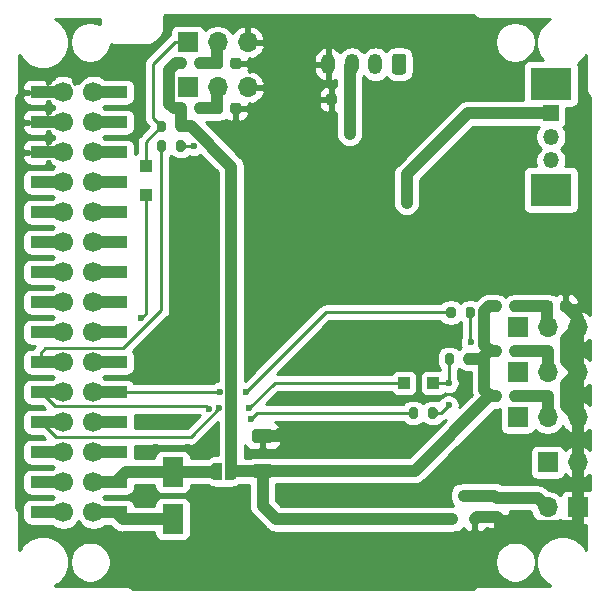
<source format=gbl>
G04 #@! TF.GenerationSoftware,KiCad,Pcbnew,(5.1.8-0-10_14)*
G04 #@! TF.CreationDate,2022-01-15T10:54:34+09:00*
G04 #@! TF.ProjectId,M5_DirectServo,4d355f44-6972-4656-9374-536572766f2e,v1.0*
G04 #@! TF.SameCoordinates,Original*
G04 #@! TF.FileFunction,Copper,L2,Bot*
G04 #@! TF.FilePolarity,Positive*
%FSLAX46Y46*%
G04 Gerber Fmt 4.6, Leading zero omitted, Abs format (unit mm)*
G04 Created by KiCad (PCBNEW (5.1.8-0-10_14)) date 2022-01-15 10:54:34*
%MOMM*%
%LPD*%
G01*
G04 APERTURE LIST*
G04 #@! TA.AperFunction,ComponentPad*
%ADD10O,1.200000X1.750000*%
G04 #@! TD*
G04 #@! TA.AperFunction,ComponentPad*
%ADD11R,3.500000X2.800000*%
G04 #@! TD*
G04 #@! TA.AperFunction,ComponentPad*
%ADD12R,1.350000X1.350000*%
G04 #@! TD*
G04 #@! TA.AperFunction,ComponentPad*
%ADD13O,1.350000X1.350000*%
G04 #@! TD*
G04 #@! TA.AperFunction,SMDPad,CuDef*
%ADD14R,1.800000X2.500000*%
G04 #@! TD*
G04 #@! TA.AperFunction,ComponentPad*
%ADD15R,1.700000X1.700000*%
G04 #@! TD*
G04 #@! TA.AperFunction,ComponentPad*
%ADD16O,1.700000X1.700000*%
G04 #@! TD*
G04 #@! TA.AperFunction,SMDPad,CuDef*
%ADD17C,0.100000*%
G04 #@! TD*
G04 #@! TA.AperFunction,SMDPad,CuDef*
%ADD18R,0.800000X0.900000*%
G04 #@! TD*
G04 #@! TA.AperFunction,ComponentPad*
%ADD19C,1.700000*%
G04 #@! TD*
G04 #@! TA.AperFunction,ComponentPad*
%ADD20C,0.800000*%
G04 #@! TD*
G04 #@! TA.AperFunction,SMDPad,CuDef*
%ADD21R,3.150000X1.000000*%
G04 #@! TD*
G04 #@! TA.AperFunction,SMDPad,CuDef*
%ADD22R,1.000000X1.000000*%
G04 #@! TD*
G04 #@! TA.AperFunction,ViaPad*
%ADD23C,0.600000*%
G04 #@! TD*
G04 #@! TA.AperFunction,Conductor*
%ADD24C,0.400000*%
G04 #@! TD*
G04 #@! TA.AperFunction,Conductor*
%ADD25C,1.000000*%
G04 #@! TD*
G04 #@! TA.AperFunction,Conductor*
%ADD26C,0.250000*%
G04 #@! TD*
G04 #@! TA.AperFunction,Conductor*
%ADD27C,0.254000*%
G04 #@! TD*
G04 #@! TA.AperFunction,Conductor*
%ADD28C,0.100000*%
G04 #@! TD*
G04 APERTURE END LIST*
G04 #@! TA.AperFunction,ComponentPad*
G36*
G01*
X137750000Y-87224999D02*
X137750000Y-88475001D01*
G75*
G02*
X137500001Y-88725000I-249999J0D01*
G01*
X136799999Y-88725000D01*
G75*
G02*
X136550000Y-88475001I0J249999D01*
G01*
X136550000Y-87224999D01*
G75*
G02*
X136799999Y-86975000I249999J0D01*
G01*
X137500001Y-86975000D01*
G75*
G02*
X137750000Y-87224999I0J-249999D01*
G01*
G37*
G04 #@! TD.AperFunction*
D10*
X135150000Y-87850000D03*
X133150000Y-87850000D03*
X131150000Y-87850000D03*
D11*
X150000000Y-98500000D03*
D12*
X150000000Y-92000000D03*
D13*
X150000000Y-94000000D03*
X150000000Y-96000000D03*
D11*
X150000000Y-89500000D03*
D14*
X117970000Y-122364000D03*
X117970000Y-126364000D03*
G04 #@! TA.AperFunction,SMDPad,CuDef*
G36*
G01*
X126240001Y-122858000D02*
X124939999Y-122858000D01*
G75*
G02*
X124690000Y-122608001I0J249999D01*
G01*
X124690000Y-121957999D01*
G75*
G02*
X124939999Y-121708000I249999J0D01*
G01*
X126240001Y-121708000D01*
G75*
G02*
X126490000Y-121957999I0J-249999D01*
G01*
X126490000Y-122608001D01*
G75*
G02*
X126240001Y-122858000I-249999J0D01*
G01*
G37*
G04 #@! TD.AperFunction*
G04 #@! TA.AperFunction,SMDPad,CuDef*
G36*
G01*
X126240001Y-119908000D02*
X124939999Y-119908000D01*
G75*
G02*
X124690000Y-119658001I0J249999D01*
G01*
X124690000Y-119007999D01*
G75*
G02*
X124939999Y-118758000I249999J0D01*
G01*
X126240001Y-118758000D01*
G75*
G02*
X126490000Y-119007999I0J-249999D01*
G01*
X126490000Y-119658001D01*
G75*
G02*
X126240001Y-119908000I-249999J0D01*
G01*
G37*
G04 #@! TD.AperFunction*
D15*
X152260000Y-125380000D03*
D16*
X149720000Y-125380000D03*
X152260000Y-121570000D03*
D15*
X149720000Y-121570000D03*
D16*
X124320000Y-86010000D03*
X121780000Y-86010000D03*
D15*
X119240000Y-86010000D03*
X119240000Y-89820000D03*
D16*
X121780000Y-89820000D03*
X124320000Y-89820000D03*
D15*
X147180000Y-110140000D03*
D16*
X149720000Y-110140000D03*
X152260000Y-110140000D03*
X152260000Y-113950000D03*
X149720000Y-113950000D03*
D15*
X147180000Y-113950000D03*
X147180000Y-117760000D03*
D16*
X149720000Y-117760000D03*
X152260000Y-117760000D03*
G04 #@! TA.AperFunction,SMDPad,CuDef*
D17*
G36*
X122138000Y-123082000D02*
G01*
X121638000Y-123082000D01*
X121638000Y-123081398D01*
X121613466Y-123081398D01*
X121564635Y-123076588D01*
X121516510Y-123067016D01*
X121469555Y-123052772D01*
X121424222Y-123033995D01*
X121380949Y-123010864D01*
X121340150Y-122983604D01*
X121302221Y-122952476D01*
X121267524Y-122917779D01*
X121236396Y-122879850D01*
X121209136Y-122839051D01*
X121186005Y-122795778D01*
X121167228Y-122750445D01*
X121152984Y-122703490D01*
X121143412Y-122655365D01*
X121138602Y-122606534D01*
X121138602Y-122582000D01*
X121138000Y-122582000D01*
X121138000Y-122082000D01*
X121138602Y-122082000D01*
X121138602Y-122057466D01*
X121143412Y-122008635D01*
X121152984Y-121960510D01*
X121167228Y-121913555D01*
X121186005Y-121868222D01*
X121209136Y-121824949D01*
X121236396Y-121784150D01*
X121267524Y-121746221D01*
X121302221Y-121711524D01*
X121340150Y-121680396D01*
X121380949Y-121653136D01*
X121424222Y-121630005D01*
X121469555Y-121611228D01*
X121516510Y-121596984D01*
X121564635Y-121587412D01*
X121613466Y-121582602D01*
X121638000Y-121582602D01*
X121638000Y-121582000D01*
X122138000Y-121582000D01*
X122138000Y-123082000D01*
G37*
G04 #@! TD.AperFunction*
G04 #@! TA.AperFunction,SMDPad,CuDef*
G36*
X122938000Y-121582602D02*
G01*
X122962534Y-121582602D01*
X123011365Y-121587412D01*
X123059490Y-121596984D01*
X123106445Y-121611228D01*
X123151778Y-121630005D01*
X123195051Y-121653136D01*
X123235850Y-121680396D01*
X123273779Y-121711524D01*
X123308476Y-121746221D01*
X123339604Y-121784150D01*
X123366864Y-121824949D01*
X123389995Y-121868222D01*
X123408772Y-121913555D01*
X123423016Y-121960510D01*
X123432588Y-122008635D01*
X123437398Y-122057466D01*
X123437398Y-122082000D01*
X123438000Y-122082000D01*
X123438000Y-122582000D01*
X123437398Y-122582000D01*
X123437398Y-122606534D01*
X123432588Y-122655365D01*
X123423016Y-122703490D01*
X123408772Y-122750445D01*
X123389995Y-122795778D01*
X123366864Y-122839051D01*
X123339604Y-122879850D01*
X123308476Y-122917779D01*
X123273779Y-122952476D01*
X123235850Y-122983604D01*
X123195051Y-123010864D01*
X123151778Y-123033995D01*
X123106445Y-123052772D01*
X123059490Y-123067016D01*
X123011365Y-123076588D01*
X122962534Y-123081398D01*
X122938000Y-123081398D01*
X122938000Y-123082000D01*
X122438000Y-123082000D01*
X122438000Y-121582000D01*
X122938000Y-121582000D01*
X122938000Y-121582602D01*
G37*
G04 #@! TD.AperFunction*
D18*
X143558000Y-126380000D03*
X141658000Y-126380000D03*
X142608000Y-124380000D03*
G04 #@! TA.AperFunction,SMDPad,CuDef*
G36*
G01*
X119068000Y-92847000D02*
X119068000Y-93397000D01*
G75*
G02*
X118868000Y-93597000I-200000J0D01*
G01*
X118468000Y-93597000D01*
G75*
G02*
X118268000Y-93397000I0J200000D01*
G01*
X118268000Y-92847000D01*
G75*
G02*
X118468000Y-92647000I200000J0D01*
G01*
X118868000Y-92647000D01*
G75*
G02*
X119068000Y-92847000I0J-200000D01*
G01*
G37*
G04 #@! TD.AperFunction*
G04 #@! TA.AperFunction,SMDPad,CuDef*
G36*
G01*
X117418000Y-92847000D02*
X117418000Y-93397000D01*
G75*
G02*
X117218000Y-93597000I-200000J0D01*
G01*
X116818000Y-93597000D01*
G75*
G02*
X116618000Y-93397000I0J200000D01*
G01*
X116618000Y-92847000D01*
G75*
G02*
X116818000Y-92647000I200000J0D01*
G01*
X117218000Y-92647000D01*
G75*
G02*
X117418000Y-92847000I0J-200000D01*
G01*
G37*
G04 #@! TD.AperFunction*
G04 #@! TA.AperFunction,SMDPad,CuDef*
G36*
G01*
X118268000Y-95048000D02*
X118268000Y-94498000D01*
G75*
G02*
X118468000Y-94298000I200000J0D01*
G01*
X118868000Y-94298000D01*
G75*
G02*
X119068000Y-94498000I0J-200000D01*
G01*
X119068000Y-95048000D01*
G75*
G02*
X118868000Y-95248000I-200000J0D01*
G01*
X118468000Y-95248000D01*
G75*
G02*
X118268000Y-95048000I0J200000D01*
G01*
G37*
G04 #@! TD.AperFunction*
G04 #@! TA.AperFunction,SMDPad,CuDef*
G36*
G01*
X116618000Y-95048000D02*
X116618000Y-94498000D01*
G75*
G02*
X116818000Y-94298000I200000J0D01*
G01*
X117218000Y-94298000D01*
G75*
G02*
X117418000Y-94498000I0J-200000D01*
G01*
X117418000Y-95048000D01*
G75*
G02*
X117218000Y-95248000I-200000J0D01*
G01*
X116818000Y-95248000D01*
G75*
G02*
X116618000Y-95048000I0J200000D01*
G01*
G37*
G04 #@! TD.AperFunction*
G04 #@! TA.AperFunction,SMDPad,CuDef*
G36*
G01*
X141129000Y-109145000D02*
X141129000Y-108595000D01*
G75*
G02*
X141329000Y-108395000I200000J0D01*
G01*
X141729000Y-108395000D01*
G75*
G02*
X141929000Y-108595000I0J-200000D01*
G01*
X141929000Y-109145000D01*
G75*
G02*
X141729000Y-109345000I-200000J0D01*
G01*
X141329000Y-109345000D01*
G75*
G02*
X141129000Y-109145000I0J200000D01*
G01*
G37*
G04 #@! TD.AperFunction*
G04 #@! TA.AperFunction,SMDPad,CuDef*
G36*
G01*
X142779000Y-109145000D02*
X142779000Y-108595000D01*
G75*
G02*
X142979000Y-108395000I200000J0D01*
G01*
X143379000Y-108395000D01*
G75*
G02*
X143579000Y-108595000I0J-200000D01*
G01*
X143579000Y-109145000D01*
G75*
G02*
X143379000Y-109345000I-200000J0D01*
G01*
X142979000Y-109345000D01*
G75*
G02*
X142779000Y-109145000I0J200000D01*
G01*
G37*
G04 #@! TD.AperFunction*
G04 #@! TA.AperFunction,SMDPad,CuDef*
G36*
G01*
X141802000Y-112532000D02*
X141802000Y-113082000D01*
G75*
G02*
X141602000Y-113282000I-200000J0D01*
G01*
X141202000Y-113282000D01*
G75*
G02*
X141002000Y-113082000I0J200000D01*
G01*
X141002000Y-112532000D01*
G75*
G02*
X141202000Y-112332000I200000J0D01*
G01*
X141602000Y-112332000D01*
G75*
G02*
X141802000Y-112532000I0J-200000D01*
G01*
G37*
G04 #@! TD.AperFunction*
G04 #@! TA.AperFunction,SMDPad,CuDef*
G36*
G01*
X143452000Y-112532000D02*
X143452000Y-113082000D01*
G75*
G02*
X143252000Y-113282000I-200000J0D01*
G01*
X142852000Y-113282000D01*
G75*
G02*
X142652000Y-113082000I0J200000D01*
G01*
X142652000Y-112532000D01*
G75*
G02*
X142852000Y-112332000I200000J0D01*
G01*
X143252000Y-112332000D01*
G75*
G02*
X143452000Y-112532000I0J-200000D01*
G01*
G37*
G04 #@! TD.AperFunction*
G04 #@! TA.AperFunction,SMDPad,CuDef*
G36*
G01*
X147389000Y-115707000D02*
X147389000Y-116257000D01*
G75*
G02*
X147189000Y-116457000I-200000J0D01*
G01*
X146789000Y-116457000D01*
G75*
G02*
X146589000Y-116257000I0J200000D01*
G01*
X146589000Y-115707000D01*
G75*
G02*
X146789000Y-115507000I200000J0D01*
G01*
X147189000Y-115507000D01*
G75*
G02*
X147389000Y-115707000I0J-200000D01*
G01*
G37*
G04 #@! TD.AperFunction*
G04 #@! TA.AperFunction,SMDPad,CuDef*
G36*
G01*
X145739000Y-115707000D02*
X145739000Y-116257000D01*
G75*
G02*
X145539000Y-116457000I-200000J0D01*
G01*
X145139000Y-116457000D01*
G75*
G02*
X144939000Y-116257000I0J200000D01*
G01*
X144939000Y-115707000D01*
G75*
G02*
X145139000Y-115507000I200000J0D01*
G01*
X145539000Y-115507000D01*
G75*
G02*
X145739000Y-115707000I0J-200000D01*
G01*
G37*
G04 #@! TD.AperFunction*
G04 #@! TA.AperFunction,SMDPad,CuDef*
G36*
G01*
X145677000Y-124955000D02*
X145127000Y-124955000D01*
G75*
G02*
X144927000Y-124755000I0J200000D01*
G01*
X144927000Y-124355000D01*
G75*
G02*
X145127000Y-124155000I200000J0D01*
G01*
X145677000Y-124155000D01*
G75*
G02*
X145877000Y-124355000I0J-200000D01*
G01*
X145877000Y-124755000D01*
G75*
G02*
X145677000Y-124955000I-200000J0D01*
G01*
G37*
G04 #@! TD.AperFunction*
G04 #@! TA.AperFunction,SMDPad,CuDef*
G36*
G01*
X145677000Y-126605000D02*
X145127000Y-126605000D01*
G75*
G02*
X144927000Y-126405000I0J200000D01*
G01*
X144927000Y-126005000D01*
G75*
G02*
X145127000Y-125805000I200000J0D01*
G01*
X145677000Y-125805000D01*
G75*
G02*
X145877000Y-126005000I0J-200000D01*
G01*
X145877000Y-126405000D01*
G75*
G02*
X145677000Y-126605000I-200000J0D01*
G01*
G37*
G04 #@! TD.AperFunction*
D19*
X111270000Y-125780000D03*
X108730000Y-125780000D03*
X111270000Y-123240000D03*
X108730000Y-123240000D03*
X111270000Y-120700000D03*
X108730000Y-120700000D03*
X111270000Y-118160000D03*
X108730000Y-118160000D03*
X111270000Y-115620000D03*
X108730000Y-115620000D03*
X111270000Y-113080000D03*
X108730000Y-113080000D03*
X111270000Y-110540000D03*
X108730000Y-110540000D03*
X111270000Y-108000000D03*
X108730000Y-108000000D03*
X111270000Y-105460000D03*
X108730000Y-105460000D03*
X111270000Y-102920000D03*
X108730000Y-102920000D03*
X111270000Y-100380000D03*
X108730000Y-100380000D03*
X111270000Y-97840000D03*
X108730000Y-97840000D03*
X111270000Y-95300000D03*
X108730000Y-95300000D03*
X111270000Y-92760000D03*
X108730000Y-92760000D03*
X111270000Y-90220000D03*
X108730000Y-90220000D03*
D20*
X113175000Y-125780000D03*
X113175000Y-123240000D03*
X113175000Y-120700000D03*
X113175000Y-118160000D03*
X113175000Y-115620000D03*
X113175000Y-113080000D03*
X113175000Y-110540000D03*
X113175000Y-108000000D03*
X113175000Y-105460000D03*
X113175000Y-102920000D03*
X113175000Y-100380000D03*
X113175000Y-97840000D03*
X113175000Y-95300000D03*
X113175000Y-92760000D03*
X113175000Y-90220000D03*
X106825000Y-125780000D03*
X106825000Y-123240000D03*
X106825000Y-120700000D03*
X106825000Y-118160000D03*
X106825000Y-115620000D03*
X106825000Y-113080000D03*
X106825000Y-110540000D03*
X106825000Y-108000000D03*
X106825000Y-105460000D03*
X106825000Y-102920000D03*
X106825000Y-100380000D03*
X106825000Y-97840000D03*
X106825000Y-95300000D03*
X106825000Y-92760000D03*
D21*
X112555000Y-125780000D03*
X107475000Y-125780000D03*
X112555000Y-123240000D03*
X107475000Y-123240000D03*
X112555000Y-120700000D03*
X107475000Y-120700000D03*
X112555000Y-118160000D03*
X107475000Y-118160000D03*
X112555000Y-115620000D03*
X107475000Y-115620000D03*
X112555000Y-113080000D03*
X107475000Y-113080000D03*
X112555000Y-110540000D03*
X107475000Y-110540000D03*
X112555000Y-108000000D03*
X107475000Y-108000000D03*
X112555000Y-105460000D03*
X107475000Y-105460000D03*
X112555000Y-102920000D03*
X107475000Y-102920000D03*
X112555000Y-100380000D03*
X107475000Y-100380000D03*
X112555000Y-97840000D03*
X107475000Y-97840000D03*
X112555000Y-95300000D03*
X107475000Y-95300000D03*
X112555000Y-92760000D03*
X107475000Y-92760000D03*
X112555000Y-90220000D03*
D20*
X106825000Y-90220000D03*
D21*
X107475000Y-90220000D03*
G04 #@! TA.AperFunction,SMDPad,CuDef*
G36*
G01*
X133419000Y-90586000D02*
X133419000Y-91086000D01*
G75*
G02*
X133194000Y-91311000I-225000J0D01*
G01*
X132744000Y-91311000D01*
G75*
G02*
X132519000Y-91086000I0J225000D01*
G01*
X132519000Y-90586000D01*
G75*
G02*
X132744000Y-90361000I225000J0D01*
G01*
X133194000Y-90361000D01*
G75*
G02*
X133419000Y-90586000I0J-225000D01*
G01*
G37*
G04 #@! TD.AperFunction*
G04 #@! TA.AperFunction,SMDPad,CuDef*
G36*
G01*
X131869000Y-90586000D02*
X131869000Y-91086000D01*
G75*
G02*
X131644000Y-91311000I-225000J0D01*
G01*
X131194000Y-91311000D01*
G75*
G02*
X130969000Y-91086000I0J225000D01*
G01*
X130969000Y-90586000D01*
G75*
G02*
X131194000Y-90361000I225000J0D01*
G01*
X131644000Y-90361000D01*
G75*
G02*
X131869000Y-90586000I0J-225000D01*
G01*
G37*
G04 #@! TD.AperFunction*
G04 #@! TA.AperFunction,SMDPad,CuDef*
G36*
G01*
X121317000Y-88038000D02*
X121317000Y-87538000D01*
G75*
G02*
X121542000Y-87313000I225000J0D01*
G01*
X121992000Y-87313000D01*
G75*
G02*
X122217000Y-87538000I0J-225000D01*
G01*
X122217000Y-88038000D01*
G75*
G02*
X121992000Y-88263000I-225000J0D01*
G01*
X121542000Y-88263000D01*
G75*
G02*
X121317000Y-88038000I0J225000D01*
G01*
G37*
G04 #@! TD.AperFunction*
G04 #@! TA.AperFunction,SMDPad,CuDef*
G36*
G01*
X122867000Y-88038000D02*
X122867000Y-87538000D01*
G75*
G02*
X123092000Y-87313000I225000J0D01*
G01*
X123542000Y-87313000D01*
G75*
G02*
X123767000Y-87538000I0J-225000D01*
G01*
X123767000Y-88038000D01*
G75*
G02*
X123542000Y-88263000I-225000J0D01*
G01*
X123092000Y-88263000D01*
G75*
G02*
X122867000Y-88038000I0J225000D01*
G01*
G37*
G04 #@! TD.AperFunction*
G04 #@! TA.AperFunction,SMDPad,CuDef*
G36*
G01*
X122867000Y-91848000D02*
X122867000Y-91348000D01*
G75*
G02*
X123092000Y-91123000I225000J0D01*
G01*
X123542000Y-91123000D01*
G75*
G02*
X123767000Y-91348000I0J-225000D01*
G01*
X123767000Y-91848000D01*
G75*
G02*
X123542000Y-92073000I-225000J0D01*
G01*
X123092000Y-92073000D01*
G75*
G02*
X122867000Y-91848000I0J225000D01*
G01*
G37*
G04 #@! TD.AperFunction*
G04 #@! TA.AperFunction,SMDPad,CuDef*
G36*
G01*
X121317000Y-91848000D02*
X121317000Y-91348000D01*
G75*
G02*
X121542000Y-91123000I225000J0D01*
G01*
X121992000Y-91123000D01*
G75*
G02*
X122217000Y-91348000I0J-225000D01*
G01*
X122217000Y-91848000D01*
G75*
G02*
X121992000Y-92073000I-225000J0D01*
G01*
X121542000Y-92073000D01*
G75*
G02*
X121317000Y-91848000I0J225000D01*
G01*
G37*
G04 #@! TD.AperFunction*
G04 #@! TA.AperFunction,SMDPad,CuDef*
G36*
G01*
X149257000Y-108612000D02*
X149257000Y-108112000D01*
G75*
G02*
X149482000Y-107887000I225000J0D01*
G01*
X149932000Y-107887000D01*
G75*
G02*
X150157000Y-108112000I0J-225000D01*
G01*
X150157000Y-108612000D01*
G75*
G02*
X149932000Y-108837000I-225000J0D01*
G01*
X149482000Y-108837000D01*
G75*
G02*
X149257000Y-108612000I0J225000D01*
G01*
G37*
G04 #@! TD.AperFunction*
G04 #@! TA.AperFunction,SMDPad,CuDef*
G36*
G01*
X150807000Y-108612000D02*
X150807000Y-108112000D01*
G75*
G02*
X151032000Y-107887000I225000J0D01*
G01*
X151482000Y-107887000D01*
G75*
G02*
X151707000Y-108112000I0J-225000D01*
G01*
X151707000Y-108612000D01*
G75*
G02*
X151482000Y-108837000I-225000J0D01*
G01*
X151032000Y-108837000D01*
G75*
G02*
X150807000Y-108612000I0J225000D01*
G01*
G37*
G04 #@! TD.AperFunction*
G04 #@! TA.AperFunction,SMDPad,CuDef*
G36*
G01*
X150820000Y-112422000D02*
X150820000Y-111922000D01*
G75*
G02*
X151045000Y-111697000I225000J0D01*
G01*
X151495000Y-111697000D01*
G75*
G02*
X151720000Y-111922000I0J-225000D01*
G01*
X151720000Y-112422000D01*
G75*
G02*
X151495000Y-112647000I-225000J0D01*
G01*
X151045000Y-112647000D01*
G75*
G02*
X150820000Y-112422000I0J225000D01*
G01*
G37*
G04 #@! TD.AperFunction*
G04 #@! TA.AperFunction,SMDPad,CuDef*
G36*
G01*
X149270000Y-112422000D02*
X149270000Y-111922000D01*
G75*
G02*
X149495000Y-111697000I225000J0D01*
G01*
X149945000Y-111697000D01*
G75*
G02*
X150170000Y-111922000I0J-225000D01*
G01*
X150170000Y-112422000D01*
G75*
G02*
X149945000Y-112647000I-225000J0D01*
G01*
X149495000Y-112647000D01*
G75*
G02*
X149270000Y-112422000I0J225000D01*
G01*
G37*
G04 #@! TD.AperFunction*
G04 #@! TA.AperFunction,SMDPad,CuDef*
G36*
G01*
X149270000Y-116232000D02*
X149270000Y-115732000D01*
G75*
G02*
X149495000Y-115507000I225000J0D01*
G01*
X149945000Y-115507000D01*
G75*
G02*
X150170000Y-115732000I0J-225000D01*
G01*
X150170000Y-116232000D01*
G75*
G02*
X149945000Y-116457000I-225000J0D01*
G01*
X149495000Y-116457000D01*
G75*
G02*
X149270000Y-116232000I0J225000D01*
G01*
G37*
G04 #@! TD.AperFunction*
G04 #@! TA.AperFunction,SMDPad,CuDef*
G36*
G01*
X150820000Y-116232000D02*
X150820000Y-115732000D01*
G75*
G02*
X151045000Y-115507000I225000J0D01*
G01*
X151495000Y-115507000D01*
G75*
G02*
X151720000Y-115732000I0J-225000D01*
G01*
X151720000Y-116232000D01*
G75*
G02*
X151495000Y-116457000I-225000J0D01*
G01*
X151045000Y-116457000D01*
G75*
G02*
X150820000Y-116232000I0J225000D01*
G01*
G37*
G04 #@! TD.AperFunction*
G04 #@! TA.AperFunction,SMDPad,CuDef*
G36*
G01*
X137954000Y-117654000D02*
X137954000Y-117104000D01*
G75*
G02*
X138154000Y-116904000I200000J0D01*
G01*
X138554000Y-116904000D01*
G75*
G02*
X138754000Y-117104000I0J-200000D01*
G01*
X138754000Y-117654000D01*
G75*
G02*
X138554000Y-117854000I-200000J0D01*
G01*
X138154000Y-117854000D01*
G75*
G02*
X137954000Y-117654000I0J200000D01*
G01*
G37*
G04 #@! TD.AperFunction*
G04 #@! TA.AperFunction,SMDPad,CuDef*
G36*
G01*
X139604000Y-117654000D02*
X139604000Y-117104000D01*
G75*
G02*
X139804000Y-116904000I200000J0D01*
G01*
X140204000Y-116904000D01*
G75*
G02*
X140404000Y-117104000I0J-200000D01*
G01*
X140404000Y-117654000D01*
G75*
G02*
X140204000Y-117854000I-200000J0D01*
G01*
X139804000Y-117854000D01*
G75*
G02*
X139604000Y-117654000I0J200000D01*
G01*
G37*
G04 #@! TD.AperFunction*
G04 #@! TA.AperFunction,SMDPad,CuDef*
G36*
G01*
X120719000Y-87513000D02*
X120719000Y-88063000D01*
G75*
G02*
X120519000Y-88263000I-200000J0D01*
G01*
X120119000Y-88263000D01*
G75*
G02*
X119919000Y-88063000I0J200000D01*
G01*
X119919000Y-87513000D01*
G75*
G02*
X120119000Y-87313000I200000J0D01*
G01*
X120519000Y-87313000D01*
G75*
G02*
X120719000Y-87513000I0J-200000D01*
G01*
G37*
G04 #@! TD.AperFunction*
G04 #@! TA.AperFunction,SMDPad,CuDef*
G36*
G01*
X119069000Y-87513000D02*
X119069000Y-88063000D01*
G75*
G02*
X118869000Y-88263000I-200000J0D01*
G01*
X118469000Y-88263000D01*
G75*
G02*
X118269000Y-88063000I0J200000D01*
G01*
X118269000Y-87513000D01*
G75*
G02*
X118469000Y-87313000I200000J0D01*
G01*
X118869000Y-87313000D01*
G75*
G02*
X119069000Y-87513000I0J-200000D01*
G01*
G37*
G04 #@! TD.AperFunction*
G04 #@! TA.AperFunction,SMDPad,CuDef*
G36*
G01*
X119069000Y-91323000D02*
X119069000Y-91873000D01*
G75*
G02*
X118869000Y-92073000I-200000J0D01*
G01*
X118469000Y-92073000D01*
G75*
G02*
X118269000Y-91873000I0J200000D01*
G01*
X118269000Y-91323000D01*
G75*
G02*
X118469000Y-91123000I200000J0D01*
G01*
X118869000Y-91123000D01*
G75*
G02*
X119069000Y-91323000I0J-200000D01*
G01*
G37*
G04 #@! TD.AperFunction*
G04 #@! TA.AperFunction,SMDPad,CuDef*
G36*
G01*
X120719000Y-91323000D02*
X120719000Y-91873000D01*
G75*
G02*
X120519000Y-92073000I-200000J0D01*
G01*
X120119000Y-92073000D01*
G75*
G02*
X119919000Y-91873000I0J200000D01*
G01*
X119919000Y-91323000D01*
G75*
G02*
X120119000Y-91123000I200000J0D01*
G01*
X120519000Y-91123000D01*
G75*
G02*
X120719000Y-91323000I0J-200000D01*
G01*
G37*
G04 #@! TD.AperFunction*
G04 #@! TA.AperFunction,SMDPad,CuDef*
G36*
G01*
X147389000Y-108087000D02*
X147389000Y-108637000D01*
G75*
G02*
X147189000Y-108837000I-200000J0D01*
G01*
X146789000Y-108837000D01*
G75*
G02*
X146589000Y-108637000I0J200000D01*
G01*
X146589000Y-108087000D01*
G75*
G02*
X146789000Y-107887000I200000J0D01*
G01*
X147189000Y-107887000D01*
G75*
G02*
X147389000Y-108087000I0J-200000D01*
G01*
G37*
G04 #@! TD.AperFunction*
G04 #@! TA.AperFunction,SMDPad,CuDef*
G36*
G01*
X145739000Y-108087000D02*
X145739000Y-108637000D01*
G75*
G02*
X145539000Y-108837000I-200000J0D01*
G01*
X145139000Y-108837000D01*
G75*
G02*
X144939000Y-108637000I0J200000D01*
G01*
X144939000Y-108087000D01*
G75*
G02*
X145139000Y-107887000I200000J0D01*
G01*
X145539000Y-107887000D01*
G75*
G02*
X145739000Y-108087000I0J-200000D01*
G01*
G37*
G04 #@! TD.AperFunction*
G04 #@! TA.AperFunction,SMDPad,CuDef*
G36*
G01*
X145739000Y-111897000D02*
X145739000Y-112447000D01*
G75*
G02*
X145539000Y-112647000I-200000J0D01*
G01*
X145139000Y-112647000D01*
G75*
G02*
X144939000Y-112447000I0J200000D01*
G01*
X144939000Y-111897000D01*
G75*
G02*
X145139000Y-111697000I200000J0D01*
G01*
X145539000Y-111697000D01*
G75*
G02*
X145739000Y-111897000I0J-200000D01*
G01*
G37*
G04 #@! TD.AperFunction*
G04 #@! TA.AperFunction,SMDPad,CuDef*
G36*
G01*
X147389000Y-111897000D02*
X147389000Y-112447000D01*
G75*
G02*
X147189000Y-112647000I-200000J0D01*
G01*
X146789000Y-112647000D01*
G75*
G02*
X146589000Y-112447000I0J200000D01*
G01*
X146589000Y-111897000D01*
G75*
G02*
X146789000Y-111697000I200000J0D01*
G01*
X147189000Y-111697000D01*
G75*
G02*
X147389000Y-111897000I0J-200000D01*
G01*
G37*
G04 #@! TD.AperFunction*
D22*
X115684000Y-96444000D03*
X115684000Y-98944000D03*
X137548000Y-114839000D03*
X140048000Y-114839000D03*
D23*
X127622000Y-118649000D03*
X130670000Y-96170000D03*
X128003000Y-92487000D03*
X125463000Y-95027000D03*
X120510000Y-106076000D03*
X118097000Y-96678000D03*
X119240000Y-101123000D03*
X120510000Y-99980000D03*
X130670000Y-98837000D03*
X130670000Y-101250000D03*
X130670000Y-103790000D03*
X130670000Y-106330000D03*
X130670000Y-111410000D03*
X130670000Y-113950000D03*
X139560000Y-111410000D03*
X139687000Y-106330000D03*
X139687000Y-103790000D03*
X139687000Y-101250000D03*
X139560000Y-98710000D03*
X142227000Y-98710000D03*
X142227000Y-101250000D03*
X142227000Y-103790000D03*
X142227000Y-106330000D03*
X144767000Y-98710000D03*
X144767000Y-101250000D03*
X144894000Y-103790000D03*
X144894000Y-106330000D03*
X147307000Y-106457000D03*
X147307000Y-103790000D03*
X147307000Y-101250000D03*
X147307000Y-98710000D03*
X149847000Y-101250000D03*
X149847000Y-103790000D03*
X149847000Y-106457000D03*
X152387000Y-106457000D03*
X152387000Y-103790000D03*
X152387000Y-101250000D03*
X128130000Y-98837000D03*
X128130000Y-101250000D03*
X128130000Y-103790000D03*
X128130000Y-106330000D03*
X128130000Y-108997000D03*
X128130000Y-113950000D03*
X125463000Y-101250000D03*
X125463000Y-103790000D03*
X125463000Y-106330000D03*
X125463000Y-108997000D03*
X125463000Y-111537000D03*
X120637000Y-108870000D03*
X120637000Y-111410000D03*
X120637000Y-114077000D03*
X117970000Y-113950000D03*
X117843000Y-111537000D03*
X119240000Y-117887000D03*
X116700000Y-117887000D03*
X116573000Y-120300000D03*
X119240000Y-120300000D03*
X139560000Y-91217000D03*
X139433000Y-88550000D03*
X142100000Y-88550000D03*
X144640000Y-88550000D03*
X146926000Y-88550000D03*
X114160000Y-87280000D03*
X126860000Y-84740000D03*
X126860000Y-87280000D03*
X129400000Y-87280000D03*
X129400000Y-84740000D03*
X142100000Y-86010000D03*
X144640000Y-86010000D03*
X139433000Y-86010000D03*
X134480000Y-120300000D03*
X137020000Y-120300000D03*
X134353000Y-124110000D03*
X131940000Y-124110000D03*
X129400000Y-124110000D03*
X137020000Y-124110000D03*
X139560000Y-124110000D03*
X116700000Y-131730000D03*
X119367000Y-131730000D03*
X121780000Y-131730000D03*
X124320000Y-131730000D03*
X126860000Y-131730000D03*
X129400000Y-131730000D03*
X131940000Y-131730000D03*
X134480000Y-131730000D03*
X137020000Y-131730000D03*
X139560000Y-131730000D03*
X142100000Y-131730000D03*
X137020000Y-94900000D03*
X134480000Y-94900000D03*
X134480000Y-97440000D03*
X132956000Y-93757000D03*
X137782000Y-99599000D03*
X115303000Y-109378000D03*
X124447000Y-116998000D03*
X121907000Y-116998000D03*
X124193000Y-115601000D03*
X121958000Y-115601000D03*
X124574000Y-117887000D03*
X121030389Y-117019010D03*
X119748000Y-94773000D03*
X143243000Y-111410000D03*
X141338000Y-116744000D03*
X141338000Y-114839000D03*
D24*
X107475000Y-90220000D02*
X108172000Y-90220000D01*
D25*
X143733000Y-126205000D02*
X143558000Y-126380000D01*
X145402000Y-126205000D02*
X143733000Y-126205000D01*
X126938000Y-119333000D02*
X127622000Y-118649000D01*
X125590000Y-119333000D02*
X126938000Y-119333000D01*
X152260000Y-109365000D02*
X151257000Y-108362000D01*
X152260000Y-110140000D02*
X152260000Y-109365000D01*
X152260000Y-110140000D02*
X152260000Y-113950000D01*
X152260000Y-113950000D02*
X152260000Y-117760000D01*
X152260000Y-117760000D02*
X152260000Y-121570000D01*
X152260000Y-121570000D02*
X152260000Y-125380000D01*
X152260000Y-126777000D02*
X152260000Y-125380000D01*
X152126999Y-126910001D02*
X152260000Y-126777000D01*
X146107001Y-126910001D02*
X152126999Y-126910001D01*
X145402000Y-126205000D02*
X146107001Y-126910001D01*
X151270000Y-116770000D02*
X152260000Y-117760000D01*
X151270000Y-115982000D02*
X151270000Y-116770000D01*
X151270000Y-112960000D02*
X152260000Y-113950000D01*
X151270000Y-112172000D02*
X151270000Y-112960000D01*
X151270000Y-111130000D02*
X152260000Y-110140000D01*
X151270000Y-112172000D02*
X151270000Y-111130000D01*
X151270000Y-114940000D02*
X152260000Y-113950000D01*
X151270000Y-115982000D02*
X151270000Y-114940000D01*
X114051000Y-122364000D02*
X113175000Y-123240000D01*
X117970000Y-122364000D02*
X114051000Y-122364000D01*
X121606000Y-122364000D02*
X121638000Y-122332000D01*
X117970000Y-122364000D02*
X121606000Y-122364000D01*
X132969000Y-88031000D02*
X133150000Y-87850000D01*
X132969000Y-90836000D02*
X132969000Y-88031000D01*
X132969000Y-93744000D02*
X132956000Y-93757000D01*
X132969000Y-90836000D02*
X132969000Y-93744000D01*
X137782000Y-99599000D02*
X137782000Y-97186000D01*
X142968000Y-92000000D02*
X150000000Y-92000000D01*
X137782000Y-97186000D02*
X142968000Y-92000000D01*
X120319000Y-87788000D02*
X121767000Y-87788000D01*
X121767000Y-86023000D02*
X121780000Y-86010000D01*
X121767000Y-87788000D02*
X121767000Y-86023000D01*
D26*
X118140000Y-86010000D02*
X116319000Y-87831000D01*
X119240000Y-86010000D02*
X118140000Y-86010000D01*
X116319000Y-92423000D02*
X117018000Y-93122000D01*
X116319000Y-87831000D02*
X116319000Y-92423000D01*
X115684000Y-94456000D02*
X115684000Y-96444000D01*
X117018000Y-93122000D02*
X115684000Y-94456000D01*
X115684000Y-98944000D02*
X115684000Y-108997000D01*
X115684000Y-108997000D02*
X115303000Y-109378000D01*
X126606000Y-114839000D02*
X124447000Y-116998000D01*
X137548000Y-114839000D02*
X126606000Y-114839000D01*
X121907000Y-116998000D02*
X119494000Y-119411000D01*
X108076000Y-119411000D02*
X106825000Y-118160000D01*
X119494000Y-119411000D02*
X108076000Y-119411000D01*
X130924000Y-108870000D02*
X124193000Y-115601000D01*
X141529000Y-108870000D02*
X130924000Y-108870000D01*
X113194000Y-115601000D02*
X113175000Y-115620000D01*
X121958000Y-115601000D02*
X113194000Y-115601000D01*
X125082000Y-117379000D02*
X124574000Y-117887000D01*
X138354000Y-117379000D02*
X125082000Y-117379000D01*
X107980001Y-116775001D02*
X106825000Y-115620000D01*
X120786380Y-116775001D02*
X107980001Y-116775001D01*
X121030389Y-117019010D02*
X120786380Y-116775001D01*
X117018000Y-108701002D02*
X113801002Y-111918000D01*
X117018000Y-94773000D02*
X117018000Y-108701002D01*
X113801002Y-111918000D02*
X109892000Y-111918000D01*
X109892000Y-111918000D02*
X107175000Y-111918000D01*
X106825000Y-112268000D02*
X106825000Y-113080000D01*
X107175000Y-111918000D02*
X106825000Y-112268000D01*
D25*
X145227000Y-124380000D02*
X145402000Y-124555000D01*
X142608000Y-124380000D02*
X145227000Y-124380000D01*
X148895000Y-124555000D02*
X149720000Y-125380000D01*
X145402000Y-124555000D02*
X148895000Y-124555000D01*
D26*
X118668000Y-94773000D02*
X119748000Y-94773000D01*
X143179000Y-111346000D02*
X143243000Y-111410000D01*
X143179000Y-108870000D02*
X143179000Y-111346000D01*
X140703000Y-117379000D02*
X141338000Y-116744000D01*
X140004000Y-117379000D02*
X140703000Y-117379000D01*
D25*
X120319000Y-91598000D02*
X121767000Y-91598000D01*
X121767000Y-89833000D02*
X121780000Y-89820000D01*
X121767000Y-91598000D02*
X121767000Y-89833000D01*
X146989000Y-108362000D02*
X149707000Y-108362000D01*
X149707000Y-110127000D02*
X149720000Y-110140000D01*
X149707000Y-108362000D02*
X149707000Y-110127000D01*
X146989000Y-112172000D02*
X149720000Y-112172000D01*
X149720000Y-112172000D02*
X149720000Y-113950000D01*
X146989000Y-115982000D02*
X149720000Y-115982000D01*
X149720000Y-115982000D02*
X149720000Y-117760000D01*
X144379999Y-108745999D02*
X144379999Y-111612999D01*
X144939000Y-112172000D02*
X145339000Y-112172000D01*
X144379999Y-111612999D02*
X144939000Y-112172000D01*
X144763998Y-108362000D02*
X144379999Y-108745999D01*
X145339000Y-108362000D02*
X144763998Y-108362000D01*
X144939000Y-115982000D02*
X145339000Y-115982000D01*
X144379999Y-115422999D02*
X144939000Y-115982000D01*
X144763998Y-112172000D02*
X144379999Y-112555999D01*
X145339000Y-112172000D02*
X144763998Y-112172000D01*
X117709999Y-91214001D02*
X118093998Y-91598000D01*
X117709999Y-88347001D02*
X117709999Y-91214001D01*
X118093998Y-91598000D02*
X118669000Y-91598000D01*
X118269000Y-87788000D02*
X117709999Y-88347001D01*
X118669000Y-87788000D02*
X118269000Y-87788000D01*
X118669000Y-93121000D02*
X118668000Y-93122000D01*
X118669000Y-91598000D02*
X118669000Y-93121000D01*
X119547402Y-93122000D02*
X122938000Y-96512598D01*
X122938000Y-96512598D02*
X122938000Y-122332000D01*
X118668000Y-93122000D02*
X119547402Y-93122000D01*
X144763998Y-115982000D02*
X138462998Y-122283000D01*
X145339000Y-115982000D02*
X144763998Y-115982000D01*
X125033000Y-122332000D02*
X125082000Y-122283000D01*
X141658000Y-126380000D02*
X126717000Y-126380000D01*
X144005000Y-112807000D02*
X144379999Y-113181999D01*
X143052000Y-112807000D02*
X144005000Y-112807000D01*
X144379999Y-113181999D02*
X144379999Y-115422999D01*
X144379999Y-112555999D02*
X144379999Y-113181999D01*
X125541000Y-122332000D02*
X125590000Y-122283000D01*
X122938000Y-122332000D02*
X125541000Y-122332000D01*
X125590000Y-125253000D02*
X126717000Y-126380000D01*
X125590000Y-122283000D02*
X125590000Y-125253000D01*
X125590000Y-122283000D02*
X138462998Y-122283000D01*
D26*
X141402000Y-114775000D02*
X141338000Y-114839000D01*
X141402000Y-112807000D02*
X141402000Y-114775000D01*
X140048000Y-114839000D02*
X141338000Y-114839000D01*
D25*
X113759000Y-126364000D02*
X113175000Y-125780000D01*
X117970000Y-126364000D02*
X113759000Y-126364000D01*
D27*
X143473288Y-83777379D02*
X143495525Y-83804475D01*
X143603637Y-83893200D01*
X143726980Y-83959128D01*
X143860816Y-83999727D01*
X143965123Y-84010000D01*
X143965124Y-84010000D01*
X143999999Y-84013435D01*
X144034874Y-84010000D01*
X149963950Y-84010000D01*
X149941331Y-84019369D01*
X149575271Y-84263962D01*
X149263962Y-84575271D01*
X149019369Y-84941331D01*
X148850890Y-85348075D01*
X148765000Y-85779872D01*
X148765000Y-86220128D01*
X148850890Y-86651925D01*
X149019369Y-87058669D01*
X149263962Y-87424729D01*
X149301161Y-87461928D01*
X148250000Y-87461928D01*
X148125518Y-87474188D01*
X148005820Y-87510498D01*
X147895506Y-87569463D01*
X147798815Y-87648815D01*
X147719463Y-87745506D01*
X147660498Y-87855820D01*
X147624188Y-87975518D01*
X147611928Y-88100000D01*
X147611928Y-90865000D01*
X143023752Y-90865000D01*
X142968000Y-90859509D01*
X142745501Y-90881423D01*
X142531553Y-90946324D01*
X142334377Y-91051716D01*
X142204856Y-91158011D01*
X142204854Y-91158013D01*
X142161551Y-91193551D01*
X142126013Y-91236854D01*
X137018860Y-96344009D01*
X136975552Y-96379551D01*
X136833717Y-96552377D01*
X136797295Y-96620518D01*
X136728324Y-96749554D01*
X136663423Y-96963502D01*
X136641509Y-97186000D01*
X136647001Y-97241761D01*
X136647000Y-99654751D01*
X136663423Y-99821498D01*
X136728324Y-100035446D01*
X136833716Y-100232623D01*
X136975551Y-100405449D01*
X137148377Y-100547284D01*
X137345553Y-100652676D01*
X137559501Y-100717577D01*
X137782000Y-100739491D01*
X138004498Y-100717577D01*
X138218446Y-100652676D01*
X138415623Y-100547284D01*
X138588449Y-100405449D01*
X138730284Y-100232623D01*
X138835676Y-100035447D01*
X138900577Y-99821499D01*
X138917000Y-99654752D01*
X138917000Y-97656131D01*
X143438133Y-93135000D01*
X148884556Y-93135000D01*
X148960697Y-93197487D01*
X148839093Y-93379482D01*
X148740342Y-93617887D01*
X148690000Y-93870976D01*
X148690000Y-94129024D01*
X148740342Y-94382113D01*
X148839093Y-94620518D01*
X148982456Y-94835077D01*
X149147379Y-95000000D01*
X148982456Y-95164923D01*
X148839093Y-95379482D01*
X148740342Y-95617887D01*
X148690000Y-95870976D01*
X148690000Y-96129024D01*
X148740342Y-96382113D01*
X148773403Y-96461928D01*
X148250000Y-96461928D01*
X148125518Y-96474188D01*
X148005820Y-96510498D01*
X147895506Y-96569463D01*
X147798815Y-96648815D01*
X147719463Y-96745506D01*
X147660498Y-96855820D01*
X147624188Y-96975518D01*
X147611928Y-97100000D01*
X147611928Y-99900000D01*
X147624188Y-100024482D01*
X147660498Y-100144180D01*
X147719463Y-100254494D01*
X147798815Y-100351185D01*
X147895506Y-100430537D01*
X148005820Y-100489502D01*
X148125518Y-100525812D01*
X148250000Y-100538072D01*
X151750000Y-100538072D01*
X151874482Y-100525812D01*
X151994180Y-100489502D01*
X152104494Y-100430537D01*
X152201185Y-100351185D01*
X152280537Y-100254494D01*
X152339502Y-100144180D01*
X152375812Y-100024482D01*
X152388072Y-99900000D01*
X152388072Y-97100000D01*
X152375812Y-96975518D01*
X152339502Y-96855820D01*
X152280537Y-96745506D01*
X152201185Y-96648815D01*
X152104494Y-96569463D01*
X151994180Y-96510498D01*
X151874482Y-96474188D01*
X151750000Y-96461928D01*
X151226597Y-96461928D01*
X151259658Y-96382113D01*
X151310000Y-96129024D01*
X151310000Y-95870976D01*
X151259658Y-95617887D01*
X151160907Y-95379482D01*
X151017544Y-95164923D01*
X150852621Y-95000000D01*
X151017544Y-94835077D01*
X151160907Y-94620518D01*
X151259658Y-94382113D01*
X151310000Y-94129024D01*
X151310000Y-93870976D01*
X151259658Y-93617887D01*
X151160907Y-93379482D01*
X151039303Y-93197487D01*
X151126185Y-93126185D01*
X151205537Y-93029494D01*
X151264502Y-92919180D01*
X151300812Y-92799482D01*
X151313072Y-92675000D01*
X151313072Y-91538072D01*
X151750000Y-91538072D01*
X151874482Y-91525812D01*
X151994180Y-91489502D01*
X152104494Y-91430537D01*
X152201185Y-91351185D01*
X152280537Y-91254494D01*
X152339502Y-91144180D01*
X152375812Y-91024482D01*
X152388072Y-90900000D01*
X152388072Y-88100000D01*
X152375812Y-87975518D01*
X152339502Y-87855820D01*
X152314754Y-87809521D01*
X152424729Y-87736038D01*
X152736038Y-87424729D01*
X152980631Y-87058669D01*
X152990000Y-87036050D01*
X152990001Y-89965115D01*
X152986565Y-90000000D01*
X153000274Y-90139184D01*
X153040872Y-90273019D01*
X153075326Y-90337477D01*
X153106801Y-90396363D01*
X153195526Y-90504475D01*
X153222617Y-90526708D01*
X153290000Y-90594091D01*
X153290001Y-99465114D01*
X153290000Y-99465124D01*
X153290001Y-109075396D01*
X153260269Y-109042412D01*
X153026920Y-108868359D01*
X152764099Y-108743175D01*
X152616890Y-108698524D01*
X152387002Y-108819844D01*
X152387002Y-108655000D01*
X152342118Y-108655000D01*
X152342000Y-108647750D01*
X152183250Y-108489000D01*
X151384000Y-108489000D01*
X151384000Y-108509000D01*
X151130000Y-108509000D01*
X151130000Y-108489000D01*
X151110000Y-108489000D01*
X151110000Y-108235000D01*
X151130000Y-108235000D01*
X151130000Y-107410750D01*
X151384000Y-107410750D01*
X151384000Y-108235000D01*
X152183250Y-108235000D01*
X152342000Y-108076250D01*
X152345072Y-107887000D01*
X152332812Y-107762518D01*
X152296502Y-107642820D01*
X152237537Y-107532506D01*
X152158185Y-107435815D01*
X152061494Y-107356463D01*
X151951180Y-107297498D01*
X151831482Y-107261188D01*
X151707000Y-107248928D01*
X151542750Y-107252000D01*
X151384000Y-107410750D01*
X151130000Y-107410750D01*
X150971250Y-107252000D01*
X150807000Y-107248928D01*
X150682518Y-107261188D01*
X150562820Y-107297498D01*
X150452506Y-107356463D01*
X150408351Y-107392700D01*
X150262283Y-107314625D01*
X150100377Y-107265512D01*
X149955169Y-107251210D01*
X149929499Y-107243423D01*
X149762752Y-107227000D01*
X149762751Y-107227000D01*
X149707000Y-107221509D01*
X149651248Y-107227000D01*
X146933248Y-107227000D01*
X146766501Y-107243423D01*
X146728812Y-107254856D01*
X146625500Y-107265031D01*
X146468284Y-107312722D01*
X146323392Y-107390169D01*
X146196394Y-107494394D01*
X146164000Y-107533866D01*
X146131606Y-107494394D01*
X146004608Y-107390169D01*
X145859716Y-107312722D01*
X145702500Y-107265031D01*
X145599188Y-107254856D01*
X145561499Y-107243423D01*
X145394752Y-107227000D01*
X144819750Y-107227000D01*
X144763998Y-107221509D01*
X144708246Y-107227000D01*
X144541499Y-107243423D01*
X144327551Y-107308324D01*
X144130375Y-107413716D01*
X143957549Y-107555551D01*
X143922006Y-107598860D01*
X143699995Y-107820871D01*
X143699716Y-107820722D01*
X143542500Y-107773031D01*
X143379000Y-107756928D01*
X142979000Y-107756928D01*
X142815500Y-107773031D01*
X142658284Y-107820722D01*
X142513392Y-107898169D01*
X142386394Y-108002394D01*
X142354000Y-108041866D01*
X142321606Y-108002394D01*
X142194608Y-107898169D01*
X142049716Y-107820722D01*
X141892500Y-107773031D01*
X141729000Y-107756928D01*
X141329000Y-107756928D01*
X141165500Y-107773031D01*
X141008284Y-107820722D01*
X140863392Y-107898169D01*
X140736394Y-108002394D01*
X140648084Y-108110000D01*
X130961322Y-108110000D01*
X130923999Y-108106324D01*
X130886676Y-108110000D01*
X130886667Y-108110000D01*
X130775014Y-108120997D01*
X130631753Y-108164454D01*
X130499724Y-108235026D01*
X130499722Y-108235027D01*
X130499723Y-108235027D01*
X130412996Y-108306201D01*
X130412992Y-108306205D01*
X130383999Y-108329999D01*
X130360205Y-108358992D01*
X124073000Y-114646199D01*
X124073000Y-96568350D01*
X124078491Y-96512598D01*
X124065640Y-96382113D01*
X124056577Y-96290099D01*
X123991676Y-96076151D01*
X123886284Y-95878975D01*
X123744449Y-95706149D01*
X123701146Y-95670611D01*
X120763533Y-92733000D01*
X121711248Y-92733000D01*
X121767000Y-92738491D01*
X121822751Y-92733000D01*
X121822752Y-92733000D01*
X121989499Y-92716577D01*
X122015169Y-92708790D01*
X122160377Y-92694488D01*
X122322283Y-92645375D01*
X122468351Y-92567300D01*
X122512506Y-92603537D01*
X122622820Y-92662502D01*
X122742518Y-92698812D01*
X122867000Y-92711072D01*
X123031250Y-92708000D01*
X123190000Y-92549250D01*
X123190000Y-91725000D01*
X123444000Y-91725000D01*
X123444000Y-92549250D01*
X123602750Y-92708000D01*
X123767000Y-92711072D01*
X123891482Y-92698812D01*
X124011180Y-92662502D01*
X124121494Y-92603537D01*
X124218185Y-92524185D01*
X124297537Y-92427494D01*
X124356502Y-92317180D01*
X124392812Y-92197482D01*
X124405072Y-92073000D01*
X124402000Y-91883750D01*
X124243250Y-91725000D01*
X123444000Y-91725000D01*
X123190000Y-91725000D01*
X123170000Y-91725000D01*
X123170000Y-91471000D01*
X123190000Y-91471000D01*
X123190000Y-91451000D01*
X123444000Y-91451000D01*
X123444000Y-91471000D01*
X124243250Y-91471000D01*
X124402000Y-91312250D01*
X124402020Y-91311000D01*
X130330928Y-91311000D01*
X130343188Y-91435482D01*
X130379498Y-91555180D01*
X130438463Y-91665494D01*
X130517815Y-91762185D01*
X130614506Y-91841537D01*
X130724820Y-91900502D01*
X130844518Y-91936812D01*
X130969000Y-91949072D01*
X131133250Y-91946000D01*
X131292000Y-91787250D01*
X131292000Y-90963000D01*
X130492750Y-90963000D01*
X130334000Y-91121750D01*
X130330928Y-91311000D01*
X124402020Y-91311000D01*
X124402118Y-91305000D01*
X124447002Y-91305000D01*
X124447002Y-91140156D01*
X124676890Y-91261476D01*
X124824099Y-91216825D01*
X125086920Y-91091641D01*
X125320269Y-90917588D01*
X125515178Y-90701355D01*
X125664157Y-90451252D01*
X125696172Y-90361000D01*
X130330928Y-90361000D01*
X130334000Y-90550250D01*
X130492750Y-90709000D01*
X131292000Y-90709000D01*
X131292000Y-89884750D01*
X131133250Y-89726000D01*
X130969000Y-89722928D01*
X130844518Y-89735188D01*
X130724820Y-89771498D01*
X130614506Y-89830463D01*
X130517815Y-89909815D01*
X130438463Y-90006506D01*
X130379498Y-90116820D01*
X130343188Y-90236518D01*
X130330928Y-90361000D01*
X125696172Y-90361000D01*
X125761481Y-90176891D01*
X125640814Y-89947000D01*
X124447000Y-89947000D01*
X124447000Y-89967000D01*
X124193000Y-89967000D01*
X124193000Y-89947000D01*
X124173000Y-89947000D01*
X124173000Y-89693000D01*
X124193000Y-89693000D01*
X124193000Y-89673000D01*
X124447000Y-89673000D01*
X124447000Y-89693000D01*
X125640814Y-89693000D01*
X125761481Y-89463109D01*
X125664157Y-89188748D01*
X125515178Y-88938645D01*
X125320269Y-88722412D01*
X125086920Y-88548359D01*
X124824099Y-88423175D01*
X124676890Y-88378524D01*
X124447002Y-88499844D01*
X124447002Y-88335000D01*
X124397981Y-88335000D01*
X124405072Y-88263000D01*
X124402000Y-88073750D01*
X124305250Y-87977000D01*
X129915000Y-87977000D01*
X129915000Y-88252000D01*
X129963507Y-88490496D01*
X130057610Y-88714946D01*
X130193693Y-88916725D01*
X130366526Y-89088078D01*
X130569467Y-89222421D01*
X130794718Y-89314591D01*
X130832391Y-89318462D01*
X131023000Y-89193731D01*
X131023000Y-87977000D01*
X129915000Y-87977000D01*
X124305250Y-87977000D01*
X124243250Y-87915000D01*
X123444000Y-87915000D01*
X123444000Y-87935000D01*
X123190000Y-87935000D01*
X123190000Y-87915000D01*
X123170000Y-87915000D01*
X123170000Y-87661000D01*
X123190000Y-87661000D01*
X123190000Y-87641000D01*
X123444000Y-87641000D01*
X123444000Y-87661000D01*
X124243250Y-87661000D01*
X124402000Y-87502250D01*
X124402118Y-87495000D01*
X124447002Y-87495000D01*
X124447002Y-87330156D01*
X124676890Y-87451476D01*
X124688349Y-87448000D01*
X129915000Y-87448000D01*
X129915000Y-87723000D01*
X131023000Y-87723000D01*
X131023000Y-86506269D01*
X131277000Y-86506269D01*
X131277000Y-87723000D01*
X131297000Y-87723000D01*
X131297000Y-87977000D01*
X131277000Y-87977000D01*
X131277000Y-89193731D01*
X131467609Y-89318462D01*
X131505282Y-89314591D01*
X131730533Y-89222421D01*
X131834001Y-89153927D01*
X131834000Y-89723583D01*
X131704750Y-89726000D01*
X131546000Y-89884750D01*
X131546000Y-90709000D01*
X131566000Y-90709000D01*
X131566000Y-90963000D01*
X131546000Y-90963000D01*
X131546000Y-91787250D01*
X131704750Y-91946000D01*
X131834000Y-91948417D01*
X131834001Y-93569247D01*
X131815509Y-93757000D01*
X131837423Y-93979498D01*
X131902324Y-94193446D01*
X132007717Y-94390622D01*
X132149552Y-94563448D01*
X132322378Y-94705283D01*
X132519554Y-94810676D01*
X132733502Y-94875577D01*
X132956000Y-94897491D01*
X133178498Y-94875577D01*
X133392446Y-94810676D01*
X133589622Y-94705283D01*
X133719143Y-94598988D01*
X133732135Y-94585996D01*
X133775449Y-94550449D01*
X133917284Y-94377623D01*
X134022676Y-94180447D01*
X134087577Y-93966499D01*
X134104000Y-93799752D01*
X134104000Y-93799751D01*
X134109491Y-93744000D01*
X134104000Y-93688248D01*
X134104000Y-88909289D01*
X134150000Y-88853237D01*
X134272498Y-89002502D01*
X134460551Y-89156833D01*
X134675099Y-89271511D01*
X134907898Y-89342130D01*
X135150000Y-89365975D01*
X135392101Y-89342130D01*
X135624900Y-89271511D01*
X135839448Y-89156833D01*
X136027502Y-89002502D01*
X136059191Y-88963889D01*
X136061595Y-88968387D01*
X136172038Y-89102962D01*
X136306613Y-89213405D01*
X136460149Y-89295472D01*
X136626745Y-89346008D01*
X136799999Y-89363072D01*
X137500001Y-89363072D01*
X137673255Y-89346008D01*
X137839851Y-89295472D01*
X137993387Y-89213405D01*
X138127962Y-89102962D01*
X138238405Y-88968387D01*
X138320472Y-88814851D01*
X138371008Y-88648255D01*
X138388072Y-88475001D01*
X138388072Y-87224999D01*
X138371008Y-87051745D01*
X138320472Y-86885149D01*
X138238405Y-86731613D01*
X138127962Y-86597038D01*
X137993387Y-86486595D01*
X137839851Y-86404528D01*
X137673255Y-86353992D01*
X137500001Y-86336928D01*
X136799999Y-86336928D01*
X136626745Y-86353992D01*
X136460149Y-86404528D01*
X136306613Y-86486595D01*
X136172038Y-86597038D01*
X136061595Y-86731613D01*
X136059191Y-86736111D01*
X136027502Y-86697498D01*
X135839449Y-86543167D01*
X135624901Y-86428489D01*
X135392102Y-86357870D01*
X135150000Y-86334025D01*
X134907899Y-86357870D01*
X134675100Y-86428489D01*
X134460552Y-86543167D01*
X134272499Y-86697498D01*
X134150001Y-86846763D01*
X134027502Y-86697498D01*
X133839449Y-86543167D01*
X133624901Y-86428489D01*
X133392102Y-86357870D01*
X133150000Y-86334025D01*
X132907899Y-86357870D01*
X132675100Y-86428489D01*
X132460552Y-86543167D01*
X132272499Y-86697498D01*
X132149520Y-86847349D01*
X132106307Y-86783275D01*
X131933474Y-86611922D01*
X131730533Y-86477579D01*
X131505282Y-86385409D01*
X131467609Y-86381538D01*
X131277000Y-86506269D01*
X131023000Y-86506269D01*
X130832391Y-86381538D01*
X130794718Y-86385409D01*
X130569467Y-86477579D01*
X130366526Y-86611922D01*
X130193693Y-86783275D01*
X130057610Y-86985054D01*
X129963507Y-87209504D01*
X129915000Y-87448000D01*
X124688349Y-87448000D01*
X124824099Y-87406825D01*
X125086920Y-87281641D01*
X125320269Y-87107588D01*
X125515178Y-86891355D01*
X125664157Y-86641252D01*
X125761481Y-86366891D01*
X125640814Y-86137000D01*
X124447000Y-86137000D01*
X124447000Y-86157000D01*
X124193000Y-86157000D01*
X124193000Y-86137000D01*
X124173000Y-86137000D01*
X124173000Y-85883000D01*
X124193000Y-85883000D01*
X124193000Y-84689845D01*
X124447000Y-84689845D01*
X124447000Y-85883000D01*
X125640814Y-85883000D01*
X125669096Y-85829117D01*
X145265000Y-85829117D01*
X145265000Y-86170883D01*
X145331675Y-86506081D01*
X145462463Y-86821831D01*
X145652337Y-87105998D01*
X145894002Y-87347663D01*
X146178169Y-87537537D01*
X146493919Y-87668325D01*
X146829117Y-87735000D01*
X147170883Y-87735000D01*
X147506081Y-87668325D01*
X147821831Y-87537537D01*
X148105998Y-87347663D01*
X148347663Y-87105998D01*
X148537537Y-86821831D01*
X148668325Y-86506081D01*
X148735000Y-86170883D01*
X148735000Y-85829117D01*
X148668325Y-85493919D01*
X148537537Y-85178169D01*
X148347663Y-84894002D01*
X148105998Y-84652337D01*
X147821831Y-84462463D01*
X147506081Y-84331675D01*
X147170883Y-84265000D01*
X146829117Y-84265000D01*
X146493919Y-84331675D01*
X146178169Y-84462463D01*
X145894002Y-84652337D01*
X145652337Y-84894002D01*
X145462463Y-85178169D01*
X145331675Y-85493919D01*
X145265000Y-85829117D01*
X125669096Y-85829117D01*
X125761481Y-85653109D01*
X125664157Y-85378748D01*
X125515178Y-85128645D01*
X125320269Y-84912412D01*
X125086920Y-84738359D01*
X124824099Y-84613175D01*
X124676890Y-84568524D01*
X124447000Y-84689845D01*
X124193000Y-84689845D01*
X123963110Y-84568524D01*
X123815901Y-84613175D01*
X123553080Y-84738359D01*
X123319731Y-84912412D01*
X123124822Y-85128645D01*
X123055195Y-85245534D01*
X122933475Y-85063368D01*
X122726632Y-84856525D01*
X122483411Y-84694010D01*
X122213158Y-84582068D01*
X121926260Y-84525000D01*
X121633740Y-84525000D01*
X121346842Y-84582068D01*
X121076589Y-84694010D01*
X120833368Y-84856525D01*
X120701513Y-84988380D01*
X120679502Y-84915820D01*
X120620537Y-84805506D01*
X120541185Y-84708815D01*
X120444494Y-84629463D01*
X120334180Y-84570498D01*
X120214482Y-84534188D01*
X120090000Y-84521928D01*
X118390000Y-84521928D01*
X118265518Y-84534188D01*
X118145820Y-84570498D01*
X118035506Y-84629463D01*
X117938815Y-84708815D01*
X117859463Y-84805506D01*
X117800498Y-84915820D01*
X117764188Y-85035518D01*
X117751928Y-85160000D01*
X117751928Y-85355674D01*
X117715723Y-85375026D01*
X117684960Y-85400273D01*
X117599999Y-85469999D01*
X117576201Y-85498997D01*
X115808003Y-87267196D01*
X115778999Y-87290999D01*
X115730989Y-87349500D01*
X115684026Y-87406724D01*
X115636841Y-87495000D01*
X115613454Y-87538754D01*
X115569997Y-87682015D01*
X115559000Y-87793668D01*
X115559000Y-87793678D01*
X115555324Y-87831000D01*
X115559000Y-87868323D01*
X115559001Y-92385668D01*
X115555324Y-92423000D01*
X115559001Y-92460333D01*
X115569998Y-92571986D01*
X115579560Y-92603509D01*
X115613454Y-92715246D01*
X115684026Y-92847276D01*
X115743037Y-92919180D01*
X115779000Y-92963001D01*
X115807998Y-92986799D01*
X115943199Y-93122000D01*
X115173003Y-93892196D01*
X115143999Y-93915999D01*
X115116850Y-93949081D01*
X115049026Y-94031724D01*
X115015829Y-94093831D01*
X114978454Y-94163754D01*
X114934997Y-94307015D01*
X114924000Y-94418668D01*
X114924000Y-94418678D01*
X114920324Y-94456000D01*
X114924000Y-94493323D01*
X114924000Y-95362954D01*
X114829506Y-95413463D01*
X114768072Y-95463880D01*
X114768072Y-94800000D01*
X114755812Y-94675518D01*
X114719502Y-94555820D01*
X114660537Y-94445506D01*
X114581185Y-94348815D01*
X114484494Y-94269463D01*
X114374180Y-94210498D01*
X114254482Y-94174188D01*
X114130000Y-94161928D01*
X112232035Y-94161928D01*
X112216632Y-94146525D01*
X112042240Y-94030000D01*
X112216632Y-93913475D01*
X112232035Y-93898072D01*
X114130000Y-93898072D01*
X114254482Y-93885812D01*
X114374180Y-93849502D01*
X114484494Y-93790537D01*
X114581185Y-93711185D01*
X114660537Y-93614494D01*
X114719502Y-93504180D01*
X114755812Y-93384482D01*
X114768072Y-93260000D01*
X114768072Y-92260000D01*
X114755812Y-92135518D01*
X114719502Y-92015820D01*
X114660537Y-91905506D01*
X114581185Y-91808815D01*
X114484494Y-91729463D01*
X114374180Y-91670498D01*
X114254482Y-91634188D01*
X114130000Y-91621928D01*
X112232035Y-91621928D01*
X112216632Y-91606525D01*
X112042240Y-91490000D01*
X112216632Y-91373475D01*
X112232035Y-91358072D01*
X114130000Y-91358072D01*
X114254482Y-91345812D01*
X114374180Y-91309502D01*
X114484494Y-91250537D01*
X114581185Y-91171185D01*
X114660537Y-91074494D01*
X114719502Y-90964180D01*
X114755812Y-90844482D01*
X114768072Y-90720000D01*
X114768072Y-89720000D01*
X114755812Y-89595518D01*
X114719502Y-89475820D01*
X114660537Y-89365506D01*
X114581185Y-89268815D01*
X114484494Y-89189463D01*
X114374180Y-89130498D01*
X114254482Y-89094188D01*
X114130000Y-89081928D01*
X112232035Y-89081928D01*
X112216632Y-89066525D01*
X111973411Y-88904010D01*
X111703158Y-88792068D01*
X111416260Y-88735000D01*
X111123740Y-88735000D01*
X110836842Y-88792068D01*
X110566589Y-88904010D01*
X110323368Y-89066525D01*
X110116525Y-89273368D01*
X110000689Y-89446729D01*
X109758397Y-89371208D01*
X109642826Y-89486779D01*
X109639502Y-89475820D01*
X109580537Y-89365506D01*
X109501363Y-89269032D01*
X109578792Y-89191603D01*
X109501157Y-88942528D01*
X109237117Y-88816629D01*
X108953589Y-88744661D01*
X108661469Y-88729389D01*
X108371981Y-88771401D01*
X108096253Y-88869081D01*
X107958843Y-88942528D01*
X107914550Y-89084634D01*
X107760750Y-89085000D01*
X107602000Y-89243750D01*
X107602000Y-89402254D01*
X107506839Y-89431915D01*
X107470158Y-89395234D01*
X107351836Y-89513556D01*
X107348000Y-89479438D01*
X107348000Y-89243750D01*
X107189250Y-89085000D01*
X105900000Y-89081928D01*
X105775518Y-89094188D01*
X105655820Y-89130498D01*
X105545506Y-89189463D01*
X105448815Y-89268815D01*
X105369463Y-89365506D01*
X105310498Y-89475820D01*
X105274188Y-89595518D01*
X105261928Y-89720000D01*
X105265000Y-89934250D01*
X105423750Y-90093000D01*
X105793692Y-90093000D01*
X105791649Y-90102523D01*
X105788587Y-90306377D01*
X105796035Y-90347000D01*
X105423750Y-90347000D01*
X105265000Y-90505750D01*
X105261928Y-90720000D01*
X105274188Y-90844482D01*
X105310498Y-90964180D01*
X105369463Y-91074494D01*
X105448815Y-91171185D01*
X105545506Y-91250537D01*
X105655820Y-91309502D01*
X105775518Y-91345812D01*
X105900000Y-91358072D01*
X107189250Y-91355000D01*
X107348000Y-91196250D01*
X107348000Y-90960562D01*
X107351836Y-90926444D01*
X107470158Y-91044766D01*
X107506839Y-91008085D01*
X107602000Y-91037746D01*
X107602000Y-91196250D01*
X107760750Y-91355000D01*
X107914550Y-91355366D01*
X107956514Y-91490000D01*
X107914550Y-91624634D01*
X107760750Y-91625000D01*
X107602000Y-91783750D01*
X107602000Y-91942254D01*
X107506839Y-91971915D01*
X107470158Y-91935234D01*
X107351836Y-92053556D01*
X107348000Y-92019438D01*
X107348000Y-91783750D01*
X107189250Y-91625000D01*
X105900000Y-91621928D01*
X105775518Y-91634188D01*
X105655820Y-91670498D01*
X105545506Y-91729463D01*
X105448815Y-91808815D01*
X105369463Y-91905506D01*
X105310498Y-92015820D01*
X105274188Y-92135518D01*
X105261928Y-92260000D01*
X105265000Y-92474250D01*
X105423750Y-92633000D01*
X105793692Y-92633000D01*
X105791649Y-92642523D01*
X105788587Y-92846377D01*
X105796035Y-92887000D01*
X105423750Y-92887000D01*
X105265000Y-93045750D01*
X105261928Y-93260000D01*
X105274188Y-93384482D01*
X105310498Y-93504180D01*
X105369463Y-93614494D01*
X105448815Y-93711185D01*
X105545506Y-93790537D01*
X105655820Y-93849502D01*
X105775518Y-93885812D01*
X105900000Y-93898072D01*
X107189250Y-93895000D01*
X107348000Y-93736250D01*
X107348000Y-93500562D01*
X107351836Y-93466444D01*
X107470158Y-93584766D01*
X107506839Y-93548085D01*
X107602000Y-93577746D01*
X107602000Y-93736250D01*
X107760750Y-93895000D01*
X107914550Y-93895366D01*
X107956514Y-94030000D01*
X107914550Y-94164634D01*
X107760750Y-94165000D01*
X107602000Y-94323750D01*
X107602000Y-94482254D01*
X107506839Y-94511915D01*
X107470158Y-94475234D01*
X107351836Y-94593556D01*
X107348000Y-94559438D01*
X107348000Y-94323750D01*
X107189250Y-94165000D01*
X105900000Y-94161928D01*
X105775518Y-94174188D01*
X105655820Y-94210498D01*
X105545506Y-94269463D01*
X105448815Y-94348815D01*
X105369463Y-94445506D01*
X105310498Y-94555820D01*
X105274188Y-94675518D01*
X105261928Y-94800000D01*
X105265000Y-95014250D01*
X105423750Y-95173000D01*
X105793692Y-95173000D01*
X105791649Y-95182523D01*
X105788587Y-95386377D01*
X105796035Y-95427000D01*
X105423750Y-95427000D01*
X105265000Y-95585750D01*
X105261928Y-95800000D01*
X105274188Y-95924482D01*
X105310498Y-96044180D01*
X105369463Y-96154494D01*
X105448815Y-96251185D01*
X105545506Y-96330537D01*
X105655820Y-96389502D01*
X105775518Y-96425812D01*
X105900000Y-96438072D01*
X107189250Y-96435000D01*
X107348000Y-96276250D01*
X107348000Y-96040562D01*
X107351836Y-96006444D01*
X107470158Y-96124766D01*
X107506839Y-96088085D01*
X107602000Y-96117746D01*
X107602000Y-96276250D01*
X107760750Y-96435000D01*
X107914550Y-96435366D01*
X107956729Y-96570689D01*
X107783368Y-96686525D01*
X107767965Y-96701928D01*
X105900000Y-96701928D01*
X105775518Y-96714188D01*
X105655820Y-96750498D01*
X105545506Y-96809463D01*
X105448815Y-96888815D01*
X105369463Y-96985506D01*
X105310498Y-97095820D01*
X105274188Y-97215518D01*
X105261928Y-97340000D01*
X105261928Y-98340000D01*
X105274188Y-98464482D01*
X105310498Y-98584180D01*
X105369463Y-98694494D01*
X105448815Y-98791185D01*
X105545506Y-98870537D01*
X105655820Y-98929502D01*
X105775518Y-98965812D01*
X105900000Y-98978072D01*
X107767965Y-98978072D01*
X107783368Y-98993475D01*
X107957760Y-99110000D01*
X107783368Y-99226525D01*
X107767965Y-99241928D01*
X105900000Y-99241928D01*
X105775518Y-99254188D01*
X105655820Y-99290498D01*
X105545506Y-99349463D01*
X105448815Y-99428815D01*
X105369463Y-99525506D01*
X105310498Y-99635820D01*
X105274188Y-99755518D01*
X105261928Y-99880000D01*
X105261928Y-100880000D01*
X105274188Y-101004482D01*
X105310498Y-101124180D01*
X105369463Y-101234494D01*
X105448815Y-101331185D01*
X105545506Y-101410537D01*
X105655820Y-101469502D01*
X105775518Y-101505812D01*
X105900000Y-101518072D01*
X107767965Y-101518072D01*
X107783368Y-101533475D01*
X107957760Y-101650000D01*
X107783368Y-101766525D01*
X107767965Y-101781928D01*
X105900000Y-101781928D01*
X105775518Y-101794188D01*
X105655820Y-101830498D01*
X105545506Y-101889463D01*
X105448815Y-101968815D01*
X105369463Y-102065506D01*
X105310498Y-102175820D01*
X105274188Y-102295518D01*
X105261928Y-102420000D01*
X105261928Y-103420000D01*
X105274188Y-103544482D01*
X105310498Y-103664180D01*
X105369463Y-103774494D01*
X105448815Y-103871185D01*
X105545506Y-103950537D01*
X105655820Y-104009502D01*
X105775518Y-104045812D01*
X105900000Y-104058072D01*
X107767965Y-104058072D01*
X107783368Y-104073475D01*
X107957760Y-104190000D01*
X107783368Y-104306525D01*
X107767965Y-104321928D01*
X105900000Y-104321928D01*
X105775518Y-104334188D01*
X105655820Y-104370498D01*
X105545506Y-104429463D01*
X105448815Y-104508815D01*
X105369463Y-104605506D01*
X105310498Y-104715820D01*
X105274188Y-104835518D01*
X105261928Y-104960000D01*
X105261928Y-105960000D01*
X105274188Y-106084482D01*
X105310498Y-106204180D01*
X105369463Y-106314494D01*
X105448815Y-106411185D01*
X105545506Y-106490537D01*
X105655820Y-106549502D01*
X105775518Y-106585812D01*
X105900000Y-106598072D01*
X107767965Y-106598072D01*
X107783368Y-106613475D01*
X107957760Y-106730000D01*
X107783368Y-106846525D01*
X107767965Y-106861928D01*
X105900000Y-106861928D01*
X105775518Y-106874188D01*
X105655820Y-106910498D01*
X105545506Y-106969463D01*
X105448815Y-107048815D01*
X105369463Y-107145506D01*
X105310498Y-107255820D01*
X105274188Y-107375518D01*
X105261928Y-107500000D01*
X105261928Y-108500000D01*
X105274188Y-108624482D01*
X105310498Y-108744180D01*
X105369463Y-108854494D01*
X105448815Y-108951185D01*
X105545506Y-109030537D01*
X105655820Y-109089502D01*
X105775518Y-109125812D01*
X105900000Y-109138072D01*
X107767965Y-109138072D01*
X107783368Y-109153475D01*
X107957760Y-109270000D01*
X107783368Y-109386525D01*
X107767965Y-109401928D01*
X105900000Y-109401928D01*
X105775518Y-109414188D01*
X105655820Y-109450498D01*
X105545506Y-109509463D01*
X105448815Y-109588815D01*
X105369463Y-109685506D01*
X105310498Y-109795820D01*
X105274188Y-109915518D01*
X105261928Y-110040000D01*
X105261928Y-111040000D01*
X105274188Y-111164482D01*
X105310498Y-111284180D01*
X105369463Y-111394494D01*
X105448815Y-111491185D01*
X105545506Y-111570537D01*
X105655820Y-111629502D01*
X105775518Y-111665812D01*
X105900000Y-111678072D01*
X106340127Y-111678072D01*
X106314003Y-111704196D01*
X106284999Y-111727999D01*
X106231773Y-111792856D01*
X106190026Y-111843724D01*
X106147985Y-111922377D01*
X106137535Y-111941928D01*
X105900000Y-111941928D01*
X105775518Y-111954188D01*
X105655820Y-111990498D01*
X105545506Y-112049463D01*
X105448815Y-112128815D01*
X105369463Y-112225506D01*
X105310498Y-112335820D01*
X105274188Y-112455518D01*
X105261928Y-112580000D01*
X105261928Y-113580000D01*
X105274188Y-113704482D01*
X105310498Y-113824180D01*
X105369463Y-113934494D01*
X105448815Y-114031185D01*
X105545506Y-114110537D01*
X105655820Y-114169502D01*
X105775518Y-114205812D01*
X105900000Y-114218072D01*
X107767965Y-114218072D01*
X107783368Y-114233475D01*
X107957760Y-114350000D01*
X107783368Y-114466525D01*
X107767965Y-114481928D01*
X105900000Y-114481928D01*
X105775518Y-114494188D01*
X105655820Y-114530498D01*
X105545506Y-114589463D01*
X105448815Y-114668815D01*
X105369463Y-114765506D01*
X105310498Y-114875820D01*
X105274188Y-114995518D01*
X105261928Y-115120000D01*
X105261928Y-116120000D01*
X105274188Y-116244482D01*
X105310498Y-116364180D01*
X105369463Y-116474494D01*
X105448815Y-116571185D01*
X105545506Y-116650537D01*
X105655820Y-116709502D01*
X105775518Y-116745812D01*
X105900000Y-116758072D01*
X106888270Y-116758072D01*
X107152126Y-117021928D01*
X105900000Y-117021928D01*
X105775518Y-117034188D01*
X105655820Y-117070498D01*
X105545506Y-117129463D01*
X105448815Y-117208815D01*
X105369463Y-117305506D01*
X105310498Y-117415820D01*
X105274188Y-117535518D01*
X105261928Y-117660000D01*
X105261928Y-118660000D01*
X105274188Y-118784482D01*
X105310498Y-118904180D01*
X105369463Y-119014494D01*
X105448815Y-119111185D01*
X105545506Y-119190537D01*
X105655820Y-119249502D01*
X105775518Y-119285812D01*
X105900000Y-119298072D01*
X106888271Y-119298072D01*
X107152126Y-119561928D01*
X105900000Y-119561928D01*
X105775518Y-119574188D01*
X105655820Y-119610498D01*
X105545506Y-119669463D01*
X105448815Y-119748815D01*
X105369463Y-119845506D01*
X105310498Y-119955820D01*
X105274188Y-120075518D01*
X105261928Y-120200000D01*
X105261928Y-121200000D01*
X105274188Y-121324482D01*
X105310498Y-121444180D01*
X105369463Y-121554494D01*
X105448815Y-121651185D01*
X105545506Y-121730537D01*
X105655820Y-121789502D01*
X105775518Y-121825812D01*
X105900000Y-121838072D01*
X107767965Y-121838072D01*
X107783368Y-121853475D01*
X107957760Y-121970000D01*
X107783368Y-122086525D01*
X107767965Y-122101928D01*
X105900000Y-122101928D01*
X105775518Y-122114188D01*
X105655820Y-122150498D01*
X105545506Y-122209463D01*
X105448815Y-122288815D01*
X105369463Y-122385506D01*
X105310498Y-122495820D01*
X105274188Y-122615518D01*
X105261928Y-122740000D01*
X105261928Y-123740000D01*
X105274188Y-123864482D01*
X105310498Y-123984180D01*
X105369463Y-124094494D01*
X105448815Y-124191185D01*
X105545506Y-124270537D01*
X105655820Y-124329502D01*
X105775518Y-124365812D01*
X105900000Y-124378072D01*
X107767965Y-124378072D01*
X107783368Y-124393475D01*
X107957760Y-124510000D01*
X107783368Y-124626525D01*
X107767965Y-124641928D01*
X105900000Y-124641928D01*
X105775518Y-124654188D01*
X105655820Y-124690498D01*
X105545506Y-124749463D01*
X105448815Y-124828815D01*
X105369463Y-124925506D01*
X105310498Y-125035820D01*
X105274188Y-125155518D01*
X105261928Y-125280000D01*
X105261928Y-126280000D01*
X105274188Y-126404482D01*
X105310498Y-126524180D01*
X105369463Y-126634494D01*
X105448815Y-126731185D01*
X105545506Y-126810537D01*
X105655820Y-126869502D01*
X105775518Y-126905812D01*
X105900000Y-126918072D01*
X107767965Y-126918072D01*
X107783368Y-126933475D01*
X108026589Y-127095990D01*
X108296842Y-127207932D01*
X108583740Y-127265000D01*
X108876260Y-127265000D01*
X109163158Y-127207932D01*
X109433411Y-127095990D01*
X109676632Y-126933475D01*
X109883475Y-126726632D01*
X110000000Y-126552240D01*
X110116525Y-126726632D01*
X110323368Y-126933475D01*
X110566589Y-127095990D01*
X110836842Y-127207932D01*
X111123740Y-127265000D01*
X111416260Y-127265000D01*
X111703158Y-127207932D01*
X111973411Y-127095990D01*
X112216632Y-126933475D01*
X112232035Y-126918072D01*
X112707940Y-126918072D01*
X112917008Y-127127140D01*
X112952551Y-127170449D01*
X113125377Y-127312284D01*
X113215653Y-127360537D01*
X113322553Y-127417676D01*
X113536501Y-127482577D01*
X113759000Y-127504491D01*
X113814752Y-127499000D01*
X116431928Y-127499000D01*
X116431928Y-127614000D01*
X116444188Y-127738482D01*
X116480498Y-127858180D01*
X116539463Y-127968494D01*
X116618815Y-128065185D01*
X116715506Y-128144537D01*
X116825820Y-128203502D01*
X116945518Y-128239812D01*
X117070000Y-128252072D01*
X118870000Y-128252072D01*
X118994482Y-128239812D01*
X119114180Y-128203502D01*
X119224494Y-128144537D01*
X119321185Y-128065185D01*
X119400537Y-127968494D01*
X119459502Y-127858180D01*
X119495812Y-127738482D01*
X119508072Y-127614000D01*
X119508072Y-125114000D01*
X119495812Y-124989518D01*
X119459502Y-124869820D01*
X119400537Y-124759506D01*
X119321185Y-124662815D01*
X119224494Y-124583463D01*
X119114180Y-124524498D01*
X118994482Y-124488188D01*
X118870000Y-124475928D01*
X117070000Y-124475928D01*
X116945518Y-124488188D01*
X116825820Y-124524498D01*
X116715506Y-124583463D01*
X116618815Y-124662815D01*
X116539463Y-124759506D01*
X116480498Y-124869820D01*
X116444188Y-124989518D01*
X116431928Y-125114000D01*
X116431928Y-125229000D01*
X114763049Y-125229000D01*
X114755812Y-125155518D01*
X114719502Y-125035820D01*
X114660537Y-124925506D01*
X114581185Y-124828815D01*
X114484494Y-124749463D01*
X114374180Y-124690498D01*
X114254482Y-124654188D01*
X114130000Y-124641928D01*
X113199561Y-124641928D01*
X113175000Y-124639509D01*
X113150439Y-124641928D01*
X112232035Y-124641928D01*
X112216632Y-124626525D01*
X112042240Y-124510000D01*
X112216632Y-124393475D01*
X112232035Y-124378072D01*
X113150439Y-124378072D01*
X113175000Y-124380491D01*
X113199561Y-124378072D01*
X114130000Y-124378072D01*
X114254482Y-124365812D01*
X114374180Y-124329502D01*
X114484494Y-124270537D01*
X114581185Y-124191185D01*
X114660537Y-124094494D01*
X114719502Y-123984180D01*
X114755812Y-123864482D01*
X114768072Y-123740000D01*
X114768072Y-123499000D01*
X116431928Y-123499000D01*
X116431928Y-123614000D01*
X116444188Y-123738482D01*
X116480498Y-123858180D01*
X116539463Y-123968494D01*
X116618815Y-124065185D01*
X116715506Y-124144537D01*
X116825820Y-124203502D01*
X116945518Y-124239812D01*
X117070000Y-124252072D01*
X118870000Y-124252072D01*
X118994482Y-124239812D01*
X119114180Y-124203502D01*
X119224494Y-124144537D01*
X119321185Y-124065185D01*
X119400537Y-123968494D01*
X119459502Y-123858180D01*
X119495812Y-123738482D01*
X119508072Y-123614000D01*
X119508072Y-123499000D01*
X120966258Y-123499000D01*
X120966309Y-123499042D01*
X121047808Y-123553498D01*
X121158125Y-123612464D01*
X121248681Y-123649973D01*
X121368377Y-123686282D01*
X121464510Y-123705404D01*
X121588991Y-123717664D01*
X121613550Y-123717664D01*
X121638000Y-123720072D01*
X122138000Y-123720072D01*
X122262482Y-123707812D01*
X122288000Y-123700071D01*
X122313518Y-123707812D01*
X122438000Y-123720072D01*
X122938000Y-123720072D01*
X122962450Y-123717664D01*
X122987009Y-123717664D01*
X123111490Y-123705404D01*
X123207623Y-123686282D01*
X123327319Y-123649973D01*
X123417875Y-123612464D01*
X123528192Y-123553498D01*
X123609691Y-123499042D01*
X123648734Y-123467000D01*
X124455000Y-123467000D01*
X124455001Y-125197239D01*
X124449509Y-125253000D01*
X124471423Y-125475498D01*
X124536324Y-125689446D01*
X124566754Y-125746377D01*
X124641717Y-125886623D01*
X124783552Y-126059449D01*
X124826860Y-126094991D01*
X125875013Y-127143146D01*
X125910551Y-127186449D01*
X125953854Y-127221987D01*
X125953856Y-127221989D01*
X126063881Y-127312284D01*
X126083377Y-127328284D01*
X126280553Y-127433676D01*
X126494501Y-127498577D01*
X126554548Y-127504491D01*
X126717000Y-127520491D01*
X126772752Y-127515000D01*
X141713752Y-127515000D01*
X141880499Y-127498577D01*
X141981060Y-127468072D01*
X142058000Y-127468072D01*
X142182482Y-127455812D01*
X142302180Y-127419502D01*
X142412494Y-127360537D01*
X142509185Y-127281185D01*
X142588537Y-127184494D01*
X142608000Y-127148082D01*
X142627463Y-127184494D01*
X142706815Y-127281185D01*
X142803506Y-127360537D01*
X142913820Y-127419502D01*
X143033518Y-127455812D01*
X143158000Y-127468072D01*
X143272250Y-127465000D01*
X143431000Y-127306250D01*
X143431000Y-126507000D01*
X143411000Y-126507000D01*
X143411000Y-126253000D01*
X143431000Y-126253000D01*
X143431000Y-126233000D01*
X143685000Y-126233000D01*
X143685000Y-126253000D01*
X143705000Y-126253000D01*
X143705000Y-126507000D01*
X143685000Y-126507000D01*
X143685000Y-127306250D01*
X143843750Y-127465000D01*
X143958000Y-127468072D01*
X144082482Y-127455812D01*
X144202180Y-127419502D01*
X144312494Y-127360537D01*
X144409185Y-127281185D01*
X144488537Y-127184494D01*
X144532330Y-127102565D01*
X144572506Y-127135537D01*
X144682820Y-127194502D01*
X144802518Y-127230812D01*
X144927000Y-127243072D01*
X145116250Y-127240000D01*
X145275000Y-127081250D01*
X145275000Y-126332000D01*
X145529000Y-126332000D01*
X145529000Y-127081250D01*
X145687750Y-127240000D01*
X145877000Y-127243072D01*
X146001482Y-127230812D01*
X146121180Y-127194502D01*
X146231494Y-127135537D01*
X146328185Y-127056185D01*
X146407537Y-126959494D01*
X146466502Y-126849180D01*
X146502812Y-126729482D01*
X146515072Y-126605000D01*
X146512000Y-126490750D01*
X146353250Y-126332000D01*
X145529000Y-126332000D01*
X145275000Y-126332000D01*
X145255000Y-126332000D01*
X145255000Y-126078000D01*
X145275000Y-126078000D01*
X145275000Y-126058000D01*
X145529000Y-126058000D01*
X145529000Y-126078000D01*
X146353250Y-126078000D01*
X146512000Y-125919250D01*
X146515072Y-125805000D01*
X146503746Y-125690000D01*
X148267570Y-125690000D01*
X148292068Y-125813158D01*
X148404010Y-126083411D01*
X148566525Y-126326632D01*
X148773368Y-126533475D01*
X149016589Y-126695990D01*
X149286842Y-126807932D01*
X149573740Y-126865000D01*
X149866260Y-126865000D01*
X150153158Y-126807932D01*
X150423411Y-126695990D01*
X150666632Y-126533475D01*
X150798487Y-126401620D01*
X150820498Y-126474180D01*
X150879463Y-126584494D01*
X150958815Y-126681185D01*
X151055506Y-126760537D01*
X151165820Y-126819502D01*
X151285518Y-126855812D01*
X151410000Y-126868072D01*
X151974250Y-126865000D01*
X152133000Y-126706250D01*
X152133000Y-125507000D01*
X152113000Y-125507000D01*
X152113000Y-125253000D01*
X152133000Y-125253000D01*
X152133000Y-124053750D01*
X151974250Y-123895000D01*
X151410000Y-123891928D01*
X151285518Y-123904188D01*
X151165820Y-123940498D01*
X151055506Y-123999463D01*
X150958815Y-124078815D01*
X150879463Y-124175506D01*
X150820498Y-124285820D01*
X150798487Y-124358380D01*
X150666632Y-124226525D01*
X150423411Y-124064010D01*
X150153158Y-123952068D01*
X149866260Y-123895000D01*
X149840131Y-123895000D01*
X149736995Y-123791864D01*
X149701449Y-123748551D01*
X149528623Y-123606716D01*
X149331447Y-123501324D01*
X149117499Y-123436423D01*
X148950752Y-123420000D01*
X148950751Y-123420000D01*
X148895000Y-123414509D01*
X148839249Y-123420000D01*
X145838704Y-123420000D01*
X145663447Y-123326324D01*
X145449499Y-123261423D01*
X145282752Y-123245000D01*
X145282751Y-123245000D01*
X145227000Y-123239509D01*
X145171249Y-123245000D01*
X142552248Y-123245000D01*
X142385501Y-123261423D01*
X142284940Y-123291928D01*
X142208000Y-123291928D01*
X142083518Y-123304188D01*
X141963820Y-123340498D01*
X141853506Y-123399463D01*
X141756815Y-123478815D01*
X141677463Y-123575506D01*
X141618498Y-123685820D01*
X141582188Y-123805518D01*
X141571816Y-123910827D01*
X141554324Y-123943553D01*
X141489423Y-124157501D01*
X141467509Y-124380000D01*
X141489423Y-124602499D01*
X141554324Y-124816447D01*
X141571816Y-124849173D01*
X141582188Y-124954482D01*
X141618498Y-125074180D01*
X141677463Y-125184494D01*
X141728294Y-125246432D01*
X141713752Y-125245000D01*
X127187132Y-125245000D01*
X126725000Y-124782868D01*
X126725000Y-123418000D01*
X138407247Y-123418000D01*
X138462998Y-123423491D01*
X138518749Y-123418000D01*
X138518750Y-123418000D01*
X138685497Y-123401577D01*
X138899445Y-123336676D01*
X139096621Y-123231284D01*
X139269447Y-123089449D01*
X139304994Y-123046135D01*
X141631129Y-120720000D01*
X148231928Y-120720000D01*
X148231928Y-122420000D01*
X148244188Y-122544482D01*
X148280498Y-122664180D01*
X148339463Y-122774494D01*
X148418815Y-122871185D01*
X148515506Y-122950537D01*
X148625820Y-123009502D01*
X148745518Y-123045812D01*
X148870000Y-123058072D01*
X150570000Y-123058072D01*
X150694482Y-123045812D01*
X150814180Y-123009502D01*
X150924494Y-122950537D01*
X151021185Y-122871185D01*
X151100537Y-122774494D01*
X151159502Y-122664180D01*
X151183966Y-122583534D01*
X151259731Y-122667588D01*
X151493080Y-122841641D01*
X151755901Y-122966825D01*
X151903110Y-123011476D01*
X152133000Y-122890155D01*
X152133000Y-121697000D01*
X152113000Y-121697000D01*
X152113000Y-121443000D01*
X152133000Y-121443000D01*
X152133000Y-120249845D01*
X151903110Y-120128524D01*
X151755901Y-120173175D01*
X151493080Y-120298359D01*
X151259731Y-120472412D01*
X151183966Y-120556466D01*
X151159502Y-120475820D01*
X151100537Y-120365506D01*
X151021185Y-120268815D01*
X150924494Y-120189463D01*
X150814180Y-120130498D01*
X150694482Y-120094188D01*
X150570000Y-120081928D01*
X148870000Y-120081928D01*
X148745518Y-120094188D01*
X148625820Y-120130498D01*
X148515506Y-120189463D01*
X148418815Y-120268815D01*
X148339463Y-120365506D01*
X148280498Y-120475820D01*
X148244188Y-120595518D01*
X148231928Y-120720000D01*
X141631129Y-120720000D01*
X145234131Y-117117000D01*
X145394752Y-117117000D01*
X145561499Y-117100577D01*
X145599188Y-117089144D01*
X145691928Y-117080010D01*
X145691928Y-118610000D01*
X145704188Y-118734482D01*
X145740498Y-118854180D01*
X145799463Y-118964494D01*
X145878815Y-119061185D01*
X145975506Y-119140537D01*
X146085820Y-119199502D01*
X146205518Y-119235812D01*
X146330000Y-119248072D01*
X148030000Y-119248072D01*
X148154482Y-119235812D01*
X148274180Y-119199502D01*
X148384494Y-119140537D01*
X148481185Y-119061185D01*
X148560537Y-118964494D01*
X148619502Y-118854180D01*
X148641513Y-118781620D01*
X148773368Y-118913475D01*
X149016589Y-119075990D01*
X149286842Y-119187932D01*
X149573740Y-119245000D01*
X149866260Y-119245000D01*
X150153158Y-119187932D01*
X150423411Y-119075990D01*
X150666632Y-118913475D01*
X150873475Y-118706632D01*
X150995195Y-118524466D01*
X151064822Y-118641355D01*
X151259731Y-118857588D01*
X151493080Y-119031641D01*
X151755901Y-119156825D01*
X151903110Y-119201476D01*
X152133000Y-119080155D01*
X152133000Y-117887000D01*
X152113000Y-117887000D01*
X152113000Y-117633000D01*
X152133000Y-117633000D01*
X152133000Y-117613000D01*
X152387000Y-117613000D01*
X152387000Y-117633000D01*
X152407000Y-117633000D01*
X152407000Y-117887000D01*
X152387000Y-117887000D01*
X152387000Y-119080155D01*
X152616890Y-119201476D01*
X152764099Y-119156825D01*
X153026920Y-119031641D01*
X153260269Y-118857588D01*
X153290001Y-118824603D01*
X153290001Y-120505396D01*
X153260269Y-120472412D01*
X153026920Y-120298359D01*
X152764099Y-120173175D01*
X152616890Y-120128524D01*
X152387000Y-120249845D01*
X152387000Y-121443000D01*
X152407000Y-121443000D01*
X152407000Y-121697000D01*
X152387000Y-121697000D01*
X152387000Y-122890155D01*
X152616890Y-123011476D01*
X152764099Y-122966825D01*
X153026920Y-122841641D01*
X153260269Y-122667588D01*
X153290000Y-122634604D01*
X153290000Y-123921029D01*
X153234482Y-123904188D01*
X153110000Y-123891928D01*
X152545750Y-123895000D01*
X152387000Y-124053750D01*
X152387000Y-125253000D01*
X152407000Y-125253000D01*
X152407000Y-125507000D01*
X152387000Y-125507000D01*
X152387000Y-126706250D01*
X152545750Y-126865000D01*
X152990001Y-126867419D01*
X152990000Y-128963950D01*
X152980631Y-128941331D01*
X152736038Y-128575271D01*
X152424729Y-128263962D01*
X152058669Y-128019369D01*
X151651925Y-127850890D01*
X151220128Y-127765000D01*
X150779872Y-127765000D01*
X150348075Y-127850890D01*
X149941331Y-128019369D01*
X149575271Y-128263962D01*
X149263962Y-128575271D01*
X149019369Y-128941331D01*
X148850890Y-129348075D01*
X148765000Y-129779872D01*
X148765000Y-130220128D01*
X148850890Y-130651925D01*
X149019369Y-131058669D01*
X149263962Y-131424729D01*
X149575271Y-131736038D01*
X149941331Y-131980631D01*
X149963950Y-131990000D01*
X144034874Y-131990000D01*
X143999999Y-131986565D01*
X143965124Y-131990000D01*
X143965123Y-131990000D01*
X143860816Y-132000273D01*
X143726980Y-132040872D01*
X143603637Y-132106800D01*
X143495525Y-132195525D01*
X143473288Y-132222621D01*
X143405909Y-132290000D01*
X114594091Y-132290000D01*
X114526712Y-132222621D01*
X114504475Y-132195525D01*
X114396363Y-132106800D01*
X114273020Y-132040872D01*
X114139184Y-132000273D01*
X114034877Y-131990000D01*
X114034875Y-131990000D01*
X114000000Y-131986565D01*
X113965125Y-131990000D01*
X108036050Y-131990000D01*
X108058669Y-131980631D01*
X108424729Y-131736038D01*
X108736038Y-131424729D01*
X108980631Y-131058669D01*
X109149110Y-130651925D01*
X109235000Y-130220128D01*
X109235000Y-129829117D01*
X109265000Y-129829117D01*
X109265000Y-130170883D01*
X109331675Y-130506081D01*
X109462463Y-130821831D01*
X109652337Y-131105998D01*
X109894002Y-131347663D01*
X110178169Y-131537537D01*
X110493919Y-131668325D01*
X110829117Y-131735000D01*
X111170883Y-131735000D01*
X111506081Y-131668325D01*
X111821831Y-131537537D01*
X112105998Y-131347663D01*
X112347663Y-131105998D01*
X112537537Y-130821831D01*
X112668325Y-130506081D01*
X112735000Y-130170883D01*
X112735000Y-129829117D01*
X145265000Y-129829117D01*
X145265000Y-130170883D01*
X145331675Y-130506081D01*
X145462463Y-130821831D01*
X145652337Y-131105998D01*
X145894002Y-131347663D01*
X146178169Y-131537537D01*
X146493919Y-131668325D01*
X146829117Y-131735000D01*
X147170883Y-131735000D01*
X147506081Y-131668325D01*
X147821831Y-131537537D01*
X148105998Y-131347663D01*
X148347663Y-131105998D01*
X148537537Y-130821831D01*
X148668325Y-130506081D01*
X148735000Y-130170883D01*
X148735000Y-129829117D01*
X148668325Y-129493919D01*
X148537537Y-129178169D01*
X148347663Y-128894002D01*
X148105998Y-128652337D01*
X147821831Y-128462463D01*
X147506081Y-128331675D01*
X147170883Y-128265000D01*
X146829117Y-128265000D01*
X146493919Y-128331675D01*
X146178169Y-128462463D01*
X145894002Y-128652337D01*
X145652337Y-128894002D01*
X145462463Y-129178169D01*
X145331675Y-129493919D01*
X145265000Y-129829117D01*
X112735000Y-129829117D01*
X112668325Y-129493919D01*
X112537537Y-129178169D01*
X112347663Y-128894002D01*
X112105998Y-128652337D01*
X111821831Y-128462463D01*
X111506081Y-128331675D01*
X111170883Y-128265000D01*
X110829117Y-128265000D01*
X110493919Y-128331675D01*
X110178169Y-128462463D01*
X109894002Y-128652337D01*
X109652337Y-128894002D01*
X109462463Y-129178169D01*
X109331675Y-129493919D01*
X109265000Y-129829117D01*
X109235000Y-129829117D01*
X109235000Y-129779872D01*
X109149110Y-129348075D01*
X108980631Y-128941331D01*
X108736038Y-128575271D01*
X108424729Y-128263962D01*
X108058669Y-128019369D01*
X107651925Y-127850890D01*
X107220128Y-127765000D01*
X106779872Y-127765000D01*
X106348075Y-127850890D01*
X105941331Y-128019369D01*
X105575271Y-128263962D01*
X105263962Y-128575271D01*
X105019369Y-128941331D01*
X105010000Y-128963950D01*
X105010000Y-126034874D01*
X105013435Y-125999999D01*
X105010000Y-125965123D01*
X104999727Y-125860816D01*
X104959128Y-125726980D01*
X104893200Y-125603637D01*
X104804475Y-125495525D01*
X104777379Y-125473288D01*
X104710000Y-125405909D01*
X104710000Y-90594091D01*
X104777379Y-90526712D01*
X104804475Y-90504475D01*
X104893200Y-90396363D01*
X104959128Y-90273020D01*
X104999727Y-90139184D01*
X105010000Y-90034877D01*
X105010000Y-90034876D01*
X105013435Y-90000001D01*
X105010000Y-89965126D01*
X105010000Y-87036050D01*
X105019369Y-87058669D01*
X105263962Y-87424729D01*
X105575271Y-87736038D01*
X105941331Y-87980631D01*
X106348075Y-88149110D01*
X106779872Y-88235000D01*
X107220128Y-88235000D01*
X107651925Y-88149110D01*
X108058669Y-87980631D01*
X108424729Y-87736038D01*
X108736038Y-87424729D01*
X108980631Y-87058669D01*
X109149110Y-86651925D01*
X109235000Y-86220128D01*
X109235000Y-85779872D01*
X109149110Y-85348075D01*
X108980631Y-84941331D01*
X108736038Y-84575271D01*
X108424729Y-84263962D01*
X108058669Y-84019369D01*
X108036050Y-84010000D01*
X111790000Y-84010000D01*
X111790001Y-84449278D01*
X111506081Y-84331675D01*
X111170883Y-84265000D01*
X110829117Y-84265000D01*
X110493919Y-84331675D01*
X110178169Y-84462463D01*
X109894002Y-84652337D01*
X109652337Y-84894002D01*
X109462463Y-85178169D01*
X109331675Y-85493919D01*
X109265000Y-85829117D01*
X109265000Y-86170883D01*
X109331675Y-86506081D01*
X109462463Y-86821831D01*
X109652337Y-87105998D01*
X109894002Y-87347663D01*
X110178169Y-87537537D01*
X110493919Y-87668325D01*
X110829117Y-87735000D01*
X111170883Y-87735000D01*
X111506081Y-87668325D01*
X111821831Y-87537537D01*
X112105998Y-87347663D01*
X112347663Y-87105998D01*
X112537537Y-86821831D01*
X112668325Y-86506081D01*
X112735000Y-86170883D01*
X112735000Y-86161561D01*
X112860816Y-86199727D01*
X112965123Y-86210000D01*
X112965125Y-86210000D01*
X113000000Y-86213435D01*
X113034875Y-86210000D01*
X115965125Y-86210000D01*
X116000000Y-86213435D01*
X116034875Y-86210000D01*
X116034877Y-86210000D01*
X116139184Y-86199727D01*
X116273020Y-86159128D01*
X116396363Y-86093200D01*
X116504475Y-86004475D01*
X116526712Y-85977379D01*
X116977383Y-85526708D01*
X117004474Y-85504475D01*
X117093200Y-85396363D01*
X117159128Y-85273020D01*
X117199727Y-85139184D01*
X117210000Y-85034877D01*
X117210000Y-85034875D01*
X117213435Y-85000000D01*
X117210000Y-84965125D01*
X117210000Y-83794091D01*
X117294091Y-83710000D01*
X143405909Y-83710000D01*
X143473288Y-83777379D01*
G04 #@! TA.AperFunction,Conductor*
D28*
G36*
X143473288Y-83777379D02*
G01*
X143495525Y-83804475D01*
X143603637Y-83893200D01*
X143726980Y-83959128D01*
X143860816Y-83999727D01*
X143965123Y-84010000D01*
X143965124Y-84010000D01*
X143999999Y-84013435D01*
X144034874Y-84010000D01*
X149963950Y-84010000D01*
X149941331Y-84019369D01*
X149575271Y-84263962D01*
X149263962Y-84575271D01*
X149019369Y-84941331D01*
X148850890Y-85348075D01*
X148765000Y-85779872D01*
X148765000Y-86220128D01*
X148850890Y-86651925D01*
X149019369Y-87058669D01*
X149263962Y-87424729D01*
X149301161Y-87461928D01*
X148250000Y-87461928D01*
X148125518Y-87474188D01*
X148005820Y-87510498D01*
X147895506Y-87569463D01*
X147798815Y-87648815D01*
X147719463Y-87745506D01*
X147660498Y-87855820D01*
X147624188Y-87975518D01*
X147611928Y-88100000D01*
X147611928Y-90865000D01*
X143023752Y-90865000D01*
X142968000Y-90859509D01*
X142745501Y-90881423D01*
X142531553Y-90946324D01*
X142334377Y-91051716D01*
X142204856Y-91158011D01*
X142204854Y-91158013D01*
X142161551Y-91193551D01*
X142126013Y-91236854D01*
X137018860Y-96344009D01*
X136975552Y-96379551D01*
X136833717Y-96552377D01*
X136797295Y-96620518D01*
X136728324Y-96749554D01*
X136663423Y-96963502D01*
X136641509Y-97186000D01*
X136647001Y-97241761D01*
X136647000Y-99654751D01*
X136663423Y-99821498D01*
X136728324Y-100035446D01*
X136833716Y-100232623D01*
X136975551Y-100405449D01*
X137148377Y-100547284D01*
X137345553Y-100652676D01*
X137559501Y-100717577D01*
X137782000Y-100739491D01*
X138004498Y-100717577D01*
X138218446Y-100652676D01*
X138415623Y-100547284D01*
X138588449Y-100405449D01*
X138730284Y-100232623D01*
X138835676Y-100035447D01*
X138900577Y-99821499D01*
X138917000Y-99654752D01*
X138917000Y-97656131D01*
X143438133Y-93135000D01*
X148884556Y-93135000D01*
X148960697Y-93197487D01*
X148839093Y-93379482D01*
X148740342Y-93617887D01*
X148690000Y-93870976D01*
X148690000Y-94129024D01*
X148740342Y-94382113D01*
X148839093Y-94620518D01*
X148982456Y-94835077D01*
X149147379Y-95000000D01*
X148982456Y-95164923D01*
X148839093Y-95379482D01*
X148740342Y-95617887D01*
X148690000Y-95870976D01*
X148690000Y-96129024D01*
X148740342Y-96382113D01*
X148773403Y-96461928D01*
X148250000Y-96461928D01*
X148125518Y-96474188D01*
X148005820Y-96510498D01*
X147895506Y-96569463D01*
X147798815Y-96648815D01*
X147719463Y-96745506D01*
X147660498Y-96855820D01*
X147624188Y-96975518D01*
X147611928Y-97100000D01*
X147611928Y-99900000D01*
X147624188Y-100024482D01*
X147660498Y-100144180D01*
X147719463Y-100254494D01*
X147798815Y-100351185D01*
X147895506Y-100430537D01*
X148005820Y-100489502D01*
X148125518Y-100525812D01*
X148250000Y-100538072D01*
X151750000Y-100538072D01*
X151874482Y-100525812D01*
X151994180Y-100489502D01*
X152104494Y-100430537D01*
X152201185Y-100351185D01*
X152280537Y-100254494D01*
X152339502Y-100144180D01*
X152375812Y-100024482D01*
X152388072Y-99900000D01*
X152388072Y-97100000D01*
X152375812Y-96975518D01*
X152339502Y-96855820D01*
X152280537Y-96745506D01*
X152201185Y-96648815D01*
X152104494Y-96569463D01*
X151994180Y-96510498D01*
X151874482Y-96474188D01*
X151750000Y-96461928D01*
X151226597Y-96461928D01*
X151259658Y-96382113D01*
X151310000Y-96129024D01*
X151310000Y-95870976D01*
X151259658Y-95617887D01*
X151160907Y-95379482D01*
X151017544Y-95164923D01*
X150852621Y-95000000D01*
X151017544Y-94835077D01*
X151160907Y-94620518D01*
X151259658Y-94382113D01*
X151310000Y-94129024D01*
X151310000Y-93870976D01*
X151259658Y-93617887D01*
X151160907Y-93379482D01*
X151039303Y-93197487D01*
X151126185Y-93126185D01*
X151205537Y-93029494D01*
X151264502Y-92919180D01*
X151300812Y-92799482D01*
X151313072Y-92675000D01*
X151313072Y-91538072D01*
X151750000Y-91538072D01*
X151874482Y-91525812D01*
X151994180Y-91489502D01*
X152104494Y-91430537D01*
X152201185Y-91351185D01*
X152280537Y-91254494D01*
X152339502Y-91144180D01*
X152375812Y-91024482D01*
X152388072Y-90900000D01*
X152388072Y-88100000D01*
X152375812Y-87975518D01*
X152339502Y-87855820D01*
X152314754Y-87809521D01*
X152424729Y-87736038D01*
X152736038Y-87424729D01*
X152980631Y-87058669D01*
X152990000Y-87036050D01*
X152990001Y-89965115D01*
X152986565Y-90000000D01*
X153000274Y-90139184D01*
X153040872Y-90273019D01*
X153075326Y-90337477D01*
X153106801Y-90396363D01*
X153195526Y-90504475D01*
X153222617Y-90526708D01*
X153290000Y-90594091D01*
X153290001Y-99465114D01*
X153290000Y-99465124D01*
X153290001Y-109075396D01*
X153260269Y-109042412D01*
X153026920Y-108868359D01*
X152764099Y-108743175D01*
X152616890Y-108698524D01*
X152387002Y-108819844D01*
X152387002Y-108655000D01*
X152342118Y-108655000D01*
X152342000Y-108647750D01*
X152183250Y-108489000D01*
X151384000Y-108489000D01*
X151384000Y-108509000D01*
X151130000Y-108509000D01*
X151130000Y-108489000D01*
X151110000Y-108489000D01*
X151110000Y-108235000D01*
X151130000Y-108235000D01*
X151130000Y-107410750D01*
X151384000Y-107410750D01*
X151384000Y-108235000D01*
X152183250Y-108235000D01*
X152342000Y-108076250D01*
X152345072Y-107887000D01*
X152332812Y-107762518D01*
X152296502Y-107642820D01*
X152237537Y-107532506D01*
X152158185Y-107435815D01*
X152061494Y-107356463D01*
X151951180Y-107297498D01*
X151831482Y-107261188D01*
X151707000Y-107248928D01*
X151542750Y-107252000D01*
X151384000Y-107410750D01*
X151130000Y-107410750D01*
X150971250Y-107252000D01*
X150807000Y-107248928D01*
X150682518Y-107261188D01*
X150562820Y-107297498D01*
X150452506Y-107356463D01*
X150408351Y-107392700D01*
X150262283Y-107314625D01*
X150100377Y-107265512D01*
X149955169Y-107251210D01*
X149929499Y-107243423D01*
X149762752Y-107227000D01*
X149762751Y-107227000D01*
X149707000Y-107221509D01*
X149651248Y-107227000D01*
X146933248Y-107227000D01*
X146766501Y-107243423D01*
X146728812Y-107254856D01*
X146625500Y-107265031D01*
X146468284Y-107312722D01*
X146323392Y-107390169D01*
X146196394Y-107494394D01*
X146164000Y-107533866D01*
X146131606Y-107494394D01*
X146004608Y-107390169D01*
X145859716Y-107312722D01*
X145702500Y-107265031D01*
X145599188Y-107254856D01*
X145561499Y-107243423D01*
X145394752Y-107227000D01*
X144819750Y-107227000D01*
X144763998Y-107221509D01*
X144708246Y-107227000D01*
X144541499Y-107243423D01*
X144327551Y-107308324D01*
X144130375Y-107413716D01*
X143957549Y-107555551D01*
X143922006Y-107598860D01*
X143699995Y-107820871D01*
X143699716Y-107820722D01*
X143542500Y-107773031D01*
X143379000Y-107756928D01*
X142979000Y-107756928D01*
X142815500Y-107773031D01*
X142658284Y-107820722D01*
X142513392Y-107898169D01*
X142386394Y-108002394D01*
X142354000Y-108041866D01*
X142321606Y-108002394D01*
X142194608Y-107898169D01*
X142049716Y-107820722D01*
X141892500Y-107773031D01*
X141729000Y-107756928D01*
X141329000Y-107756928D01*
X141165500Y-107773031D01*
X141008284Y-107820722D01*
X140863392Y-107898169D01*
X140736394Y-108002394D01*
X140648084Y-108110000D01*
X130961322Y-108110000D01*
X130923999Y-108106324D01*
X130886676Y-108110000D01*
X130886667Y-108110000D01*
X130775014Y-108120997D01*
X130631753Y-108164454D01*
X130499724Y-108235026D01*
X130499722Y-108235027D01*
X130499723Y-108235027D01*
X130412996Y-108306201D01*
X130412992Y-108306205D01*
X130383999Y-108329999D01*
X130360205Y-108358992D01*
X124073000Y-114646199D01*
X124073000Y-96568350D01*
X124078491Y-96512598D01*
X124065640Y-96382113D01*
X124056577Y-96290099D01*
X123991676Y-96076151D01*
X123886284Y-95878975D01*
X123744449Y-95706149D01*
X123701146Y-95670611D01*
X120763533Y-92733000D01*
X121711248Y-92733000D01*
X121767000Y-92738491D01*
X121822751Y-92733000D01*
X121822752Y-92733000D01*
X121989499Y-92716577D01*
X122015169Y-92708790D01*
X122160377Y-92694488D01*
X122322283Y-92645375D01*
X122468351Y-92567300D01*
X122512506Y-92603537D01*
X122622820Y-92662502D01*
X122742518Y-92698812D01*
X122867000Y-92711072D01*
X123031250Y-92708000D01*
X123190000Y-92549250D01*
X123190000Y-91725000D01*
X123444000Y-91725000D01*
X123444000Y-92549250D01*
X123602750Y-92708000D01*
X123767000Y-92711072D01*
X123891482Y-92698812D01*
X124011180Y-92662502D01*
X124121494Y-92603537D01*
X124218185Y-92524185D01*
X124297537Y-92427494D01*
X124356502Y-92317180D01*
X124392812Y-92197482D01*
X124405072Y-92073000D01*
X124402000Y-91883750D01*
X124243250Y-91725000D01*
X123444000Y-91725000D01*
X123190000Y-91725000D01*
X123170000Y-91725000D01*
X123170000Y-91471000D01*
X123190000Y-91471000D01*
X123190000Y-91451000D01*
X123444000Y-91451000D01*
X123444000Y-91471000D01*
X124243250Y-91471000D01*
X124402000Y-91312250D01*
X124402020Y-91311000D01*
X130330928Y-91311000D01*
X130343188Y-91435482D01*
X130379498Y-91555180D01*
X130438463Y-91665494D01*
X130517815Y-91762185D01*
X130614506Y-91841537D01*
X130724820Y-91900502D01*
X130844518Y-91936812D01*
X130969000Y-91949072D01*
X131133250Y-91946000D01*
X131292000Y-91787250D01*
X131292000Y-90963000D01*
X130492750Y-90963000D01*
X130334000Y-91121750D01*
X130330928Y-91311000D01*
X124402020Y-91311000D01*
X124402118Y-91305000D01*
X124447002Y-91305000D01*
X124447002Y-91140156D01*
X124676890Y-91261476D01*
X124824099Y-91216825D01*
X125086920Y-91091641D01*
X125320269Y-90917588D01*
X125515178Y-90701355D01*
X125664157Y-90451252D01*
X125696172Y-90361000D01*
X130330928Y-90361000D01*
X130334000Y-90550250D01*
X130492750Y-90709000D01*
X131292000Y-90709000D01*
X131292000Y-89884750D01*
X131133250Y-89726000D01*
X130969000Y-89722928D01*
X130844518Y-89735188D01*
X130724820Y-89771498D01*
X130614506Y-89830463D01*
X130517815Y-89909815D01*
X130438463Y-90006506D01*
X130379498Y-90116820D01*
X130343188Y-90236518D01*
X130330928Y-90361000D01*
X125696172Y-90361000D01*
X125761481Y-90176891D01*
X125640814Y-89947000D01*
X124447000Y-89947000D01*
X124447000Y-89967000D01*
X124193000Y-89967000D01*
X124193000Y-89947000D01*
X124173000Y-89947000D01*
X124173000Y-89693000D01*
X124193000Y-89693000D01*
X124193000Y-89673000D01*
X124447000Y-89673000D01*
X124447000Y-89693000D01*
X125640814Y-89693000D01*
X125761481Y-89463109D01*
X125664157Y-89188748D01*
X125515178Y-88938645D01*
X125320269Y-88722412D01*
X125086920Y-88548359D01*
X124824099Y-88423175D01*
X124676890Y-88378524D01*
X124447002Y-88499844D01*
X124447002Y-88335000D01*
X124397981Y-88335000D01*
X124405072Y-88263000D01*
X124402000Y-88073750D01*
X124305250Y-87977000D01*
X129915000Y-87977000D01*
X129915000Y-88252000D01*
X129963507Y-88490496D01*
X130057610Y-88714946D01*
X130193693Y-88916725D01*
X130366526Y-89088078D01*
X130569467Y-89222421D01*
X130794718Y-89314591D01*
X130832391Y-89318462D01*
X131023000Y-89193731D01*
X131023000Y-87977000D01*
X129915000Y-87977000D01*
X124305250Y-87977000D01*
X124243250Y-87915000D01*
X123444000Y-87915000D01*
X123444000Y-87935000D01*
X123190000Y-87935000D01*
X123190000Y-87915000D01*
X123170000Y-87915000D01*
X123170000Y-87661000D01*
X123190000Y-87661000D01*
X123190000Y-87641000D01*
X123444000Y-87641000D01*
X123444000Y-87661000D01*
X124243250Y-87661000D01*
X124402000Y-87502250D01*
X124402118Y-87495000D01*
X124447002Y-87495000D01*
X124447002Y-87330156D01*
X124676890Y-87451476D01*
X124688349Y-87448000D01*
X129915000Y-87448000D01*
X129915000Y-87723000D01*
X131023000Y-87723000D01*
X131023000Y-86506269D01*
X131277000Y-86506269D01*
X131277000Y-87723000D01*
X131297000Y-87723000D01*
X131297000Y-87977000D01*
X131277000Y-87977000D01*
X131277000Y-89193731D01*
X131467609Y-89318462D01*
X131505282Y-89314591D01*
X131730533Y-89222421D01*
X131834001Y-89153927D01*
X131834000Y-89723583D01*
X131704750Y-89726000D01*
X131546000Y-89884750D01*
X131546000Y-90709000D01*
X131566000Y-90709000D01*
X131566000Y-90963000D01*
X131546000Y-90963000D01*
X131546000Y-91787250D01*
X131704750Y-91946000D01*
X131834000Y-91948417D01*
X131834001Y-93569247D01*
X131815509Y-93757000D01*
X131837423Y-93979498D01*
X131902324Y-94193446D01*
X132007717Y-94390622D01*
X132149552Y-94563448D01*
X132322378Y-94705283D01*
X132519554Y-94810676D01*
X132733502Y-94875577D01*
X132956000Y-94897491D01*
X133178498Y-94875577D01*
X133392446Y-94810676D01*
X133589622Y-94705283D01*
X133719143Y-94598988D01*
X133732135Y-94585996D01*
X133775449Y-94550449D01*
X133917284Y-94377623D01*
X134022676Y-94180447D01*
X134087577Y-93966499D01*
X134104000Y-93799752D01*
X134104000Y-93799751D01*
X134109491Y-93744000D01*
X134104000Y-93688248D01*
X134104000Y-88909289D01*
X134150000Y-88853237D01*
X134272498Y-89002502D01*
X134460551Y-89156833D01*
X134675099Y-89271511D01*
X134907898Y-89342130D01*
X135150000Y-89365975D01*
X135392101Y-89342130D01*
X135624900Y-89271511D01*
X135839448Y-89156833D01*
X136027502Y-89002502D01*
X136059191Y-88963889D01*
X136061595Y-88968387D01*
X136172038Y-89102962D01*
X136306613Y-89213405D01*
X136460149Y-89295472D01*
X136626745Y-89346008D01*
X136799999Y-89363072D01*
X137500001Y-89363072D01*
X137673255Y-89346008D01*
X137839851Y-89295472D01*
X137993387Y-89213405D01*
X138127962Y-89102962D01*
X138238405Y-88968387D01*
X138320472Y-88814851D01*
X138371008Y-88648255D01*
X138388072Y-88475001D01*
X138388072Y-87224999D01*
X138371008Y-87051745D01*
X138320472Y-86885149D01*
X138238405Y-86731613D01*
X138127962Y-86597038D01*
X137993387Y-86486595D01*
X137839851Y-86404528D01*
X137673255Y-86353992D01*
X137500001Y-86336928D01*
X136799999Y-86336928D01*
X136626745Y-86353992D01*
X136460149Y-86404528D01*
X136306613Y-86486595D01*
X136172038Y-86597038D01*
X136061595Y-86731613D01*
X136059191Y-86736111D01*
X136027502Y-86697498D01*
X135839449Y-86543167D01*
X135624901Y-86428489D01*
X135392102Y-86357870D01*
X135150000Y-86334025D01*
X134907899Y-86357870D01*
X134675100Y-86428489D01*
X134460552Y-86543167D01*
X134272499Y-86697498D01*
X134150001Y-86846763D01*
X134027502Y-86697498D01*
X133839449Y-86543167D01*
X133624901Y-86428489D01*
X133392102Y-86357870D01*
X133150000Y-86334025D01*
X132907899Y-86357870D01*
X132675100Y-86428489D01*
X132460552Y-86543167D01*
X132272499Y-86697498D01*
X132149520Y-86847349D01*
X132106307Y-86783275D01*
X131933474Y-86611922D01*
X131730533Y-86477579D01*
X131505282Y-86385409D01*
X131467609Y-86381538D01*
X131277000Y-86506269D01*
X131023000Y-86506269D01*
X130832391Y-86381538D01*
X130794718Y-86385409D01*
X130569467Y-86477579D01*
X130366526Y-86611922D01*
X130193693Y-86783275D01*
X130057610Y-86985054D01*
X129963507Y-87209504D01*
X129915000Y-87448000D01*
X124688349Y-87448000D01*
X124824099Y-87406825D01*
X125086920Y-87281641D01*
X125320269Y-87107588D01*
X125515178Y-86891355D01*
X125664157Y-86641252D01*
X125761481Y-86366891D01*
X125640814Y-86137000D01*
X124447000Y-86137000D01*
X124447000Y-86157000D01*
X124193000Y-86157000D01*
X124193000Y-86137000D01*
X124173000Y-86137000D01*
X124173000Y-85883000D01*
X124193000Y-85883000D01*
X124193000Y-84689845D01*
X124447000Y-84689845D01*
X124447000Y-85883000D01*
X125640814Y-85883000D01*
X125669096Y-85829117D01*
X145265000Y-85829117D01*
X145265000Y-86170883D01*
X145331675Y-86506081D01*
X145462463Y-86821831D01*
X145652337Y-87105998D01*
X145894002Y-87347663D01*
X146178169Y-87537537D01*
X146493919Y-87668325D01*
X146829117Y-87735000D01*
X147170883Y-87735000D01*
X147506081Y-87668325D01*
X147821831Y-87537537D01*
X148105998Y-87347663D01*
X148347663Y-87105998D01*
X148537537Y-86821831D01*
X148668325Y-86506081D01*
X148735000Y-86170883D01*
X148735000Y-85829117D01*
X148668325Y-85493919D01*
X148537537Y-85178169D01*
X148347663Y-84894002D01*
X148105998Y-84652337D01*
X147821831Y-84462463D01*
X147506081Y-84331675D01*
X147170883Y-84265000D01*
X146829117Y-84265000D01*
X146493919Y-84331675D01*
X146178169Y-84462463D01*
X145894002Y-84652337D01*
X145652337Y-84894002D01*
X145462463Y-85178169D01*
X145331675Y-85493919D01*
X145265000Y-85829117D01*
X125669096Y-85829117D01*
X125761481Y-85653109D01*
X125664157Y-85378748D01*
X125515178Y-85128645D01*
X125320269Y-84912412D01*
X125086920Y-84738359D01*
X124824099Y-84613175D01*
X124676890Y-84568524D01*
X124447000Y-84689845D01*
X124193000Y-84689845D01*
X123963110Y-84568524D01*
X123815901Y-84613175D01*
X123553080Y-84738359D01*
X123319731Y-84912412D01*
X123124822Y-85128645D01*
X123055195Y-85245534D01*
X122933475Y-85063368D01*
X122726632Y-84856525D01*
X122483411Y-84694010D01*
X122213158Y-84582068D01*
X121926260Y-84525000D01*
X121633740Y-84525000D01*
X121346842Y-84582068D01*
X121076589Y-84694010D01*
X120833368Y-84856525D01*
X120701513Y-84988380D01*
X120679502Y-84915820D01*
X120620537Y-84805506D01*
X120541185Y-84708815D01*
X120444494Y-84629463D01*
X120334180Y-84570498D01*
X120214482Y-84534188D01*
X120090000Y-84521928D01*
X118390000Y-84521928D01*
X118265518Y-84534188D01*
X118145820Y-84570498D01*
X118035506Y-84629463D01*
X117938815Y-84708815D01*
X117859463Y-84805506D01*
X117800498Y-84915820D01*
X117764188Y-85035518D01*
X117751928Y-85160000D01*
X117751928Y-85355674D01*
X117715723Y-85375026D01*
X117684960Y-85400273D01*
X117599999Y-85469999D01*
X117576201Y-85498997D01*
X115808003Y-87267196D01*
X115778999Y-87290999D01*
X115730989Y-87349500D01*
X115684026Y-87406724D01*
X115636841Y-87495000D01*
X115613454Y-87538754D01*
X115569997Y-87682015D01*
X115559000Y-87793668D01*
X115559000Y-87793678D01*
X115555324Y-87831000D01*
X115559000Y-87868323D01*
X115559001Y-92385668D01*
X115555324Y-92423000D01*
X115559001Y-92460333D01*
X115569998Y-92571986D01*
X115579560Y-92603509D01*
X115613454Y-92715246D01*
X115684026Y-92847276D01*
X115743037Y-92919180D01*
X115779000Y-92963001D01*
X115807998Y-92986799D01*
X115943199Y-93122000D01*
X115173003Y-93892196D01*
X115143999Y-93915999D01*
X115116850Y-93949081D01*
X115049026Y-94031724D01*
X115015829Y-94093831D01*
X114978454Y-94163754D01*
X114934997Y-94307015D01*
X114924000Y-94418668D01*
X114924000Y-94418678D01*
X114920324Y-94456000D01*
X114924000Y-94493323D01*
X114924000Y-95362954D01*
X114829506Y-95413463D01*
X114768072Y-95463880D01*
X114768072Y-94800000D01*
X114755812Y-94675518D01*
X114719502Y-94555820D01*
X114660537Y-94445506D01*
X114581185Y-94348815D01*
X114484494Y-94269463D01*
X114374180Y-94210498D01*
X114254482Y-94174188D01*
X114130000Y-94161928D01*
X112232035Y-94161928D01*
X112216632Y-94146525D01*
X112042240Y-94030000D01*
X112216632Y-93913475D01*
X112232035Y-93898072D01*
X114130000Y-93898072D01*
X114254482Y-93885812D01*
X114374180Y-93849502D01*
X114484494Y-93790537D01*
X114581185Y-93711185D01*
X114660537Y-93614494D01*
X114719502Y-93504180D01*
X114755812Y-93384482D01*
X114768072Y-93260000D01*
X114768072Y-92260000D01*
X114755812Y-92135518D01*
X114719502Y-92015820D01*
X114660537Y-91905506D01*
X114581185Y-91808815D01*
X114484494Y-91729463D01*
X114374180Y-91670498D01*
X114254482Y-91634188D01*
X114130000Y-91621928D01*
X112232035Y-91621928D01*
X112216632Y-91606525D01*
X112042240Y-91490000D01*
X112216632Y-91373475D01*
X112232035Y-91358072D01*
X114130000Y-91358072D01*
X114254482Y-91345812D01*
X114374180Y-91309502D01*
X114484494Y-91250537D01*
X114581185Y-91171185D01*
X114660537Y-91074494D01*
X114719502Y-90964180D01*
X114755812Y-90844482D01*
X114768072Y-90720000D01*
X114768072Y-89720000D01*
X114755812Y-89595518D01*
X114719502Y-89475820D01*
X114660537Y-89365506D01*
X114581185Y-89268815D01*
X114484494Y-89189463D01*
X114374180Y-89130498D01*
X114254482Y-89094188D01*
X114130000Y-89081928D01*
X112232035Y-89081928D01*
X112216632Y-89066525D01*
X111973411Y-88904010D01*
X111703158Y-88792068D01*
X111416260Y-88735000D01*
X111123740Y-88735000D01*
X110836842Y-88792068D01*
X110566589Y-88904010D01*
X110323368Y-89066525D01*
X110116525Y-89273368D01*
X110000689Y-89446729D01*
X109758397Y-89371208D01*
X109642826Y-89486779D01*
X109639502Y-89475820D01*
X109580537Y-89365506D01*
X109501363Y-89269032D01*
X109578792Y-89191603D01*
X109501157Y-88942528D01*
X109237117Y-88816629D01*
X108953589Y-88744661D01*
X108661469Y-88729389D01*
X108371981Y-88771401D01*
X108096253Y-88869081D01*
X107958843Y-88942528D01*
X107914550Y-89084634D01*
X107760750Y-89085000D01*
X107602000Y-89243750D01*
X107602000Y-89402254D01*
X107506839Y-89431915D01*
X107470158Y-89395234D01*
X107351836Y-89513556D01*
X107348000Y-89479438D01*
X107348000Y-89243750D01*
X107189250Y-89085000D01*
X105900000Y-89081928D01*
X105775518Y-89094188D01*
X105655820Y-89130498D01*
X105545506Y-89189463D01*
X105448815Y-89268815D01*
X105369463Y-89365506D01*
X105310498Y-89475820D01*
X105274188Y-89595518D01*
X105261928Y-89720000D01*
X105265000Y-89934250D01*
X105423750Y-90093000D01*
X105793692Y-90093000D01*
X105791649Y-90102523D01*
X105788587Y-90306377D01*
X105796035Y-90347000D01*
X105423750Y-90347000D01*
X105265000Y-90505750D01*
X105261928Y-90720000D01*
X105274188Y-90844482D01*
X105310498Y-90964180D01*
X105369463Y-91074494D01*
X105448815Y-91171185D01*
X105545506Y-91250537D01*
X105655820Y-91309502D01*
X105775518Y-91345812D01*
X105900000Y-91358072D01*
X107189250Y-91355000D01*
X107348000Y-91196250D01*
X107348000Y-90960562D01*
X107351836Y-90926444D01*
X107470158Y-91044766D01*
X107506839Y-91008085D01*
X107602000Y-91037746D01*
X107602000Y-91196250D01*
X107760750Y-91355000D01*
X107914550Y-91355366D01*
X107956514Y-91490000D01*
X107914550Y-91624634D01*
X107760750Y-91625000D01*
X107602000Y-91783750D01*
X107602000Y-91942254D01*
X107506839Y-91971915D01*
X107470158Y-91935234D01*
X107351836Y-92053556D01*
X107348000Y-92019438D01*
X107348000Y-91783750D01*
X107189250Y-91625000D01*
X105900000Y-91621928D01*
X105775518Y-91634188D01*
X105655820Y-91670498D01*
X105545506Y-91729463D01*
X105448815Y-91808815D01*
X105369463Y-91905506D01*
X105310498Y-92015820D01*
X105274188Y-92135518D01*
X105261928Y-92260000D01*
X105265000Y-92474250D01*
X105423750Y-92633000D01*
X105793692Y-92633000D01*
X105791649Y-92642523D01*
X105788587Y-92846377D01*
X105796035Y-92887000D01*
X105423750Y-92887000D01*
X105265000Y-93045750D01*
X105261928Y-93260000D01*
X105274188Y-93384482D01*
X105310498Y-93504180D01*
X105369463Y-93614494D01*
X105448815Y-93711185D01*
X105545506Y-93790537D01*
X105655820Y-93849502D01*
X105775518Y-93885812D01*
X105900000Y-93898072D01*
X107189250Y-93895000D01*
X107348000Y-93736250D01*
X107348000Y-93500562D01*
X107351836Y-93466444D01*
X107470158Y-93584766D01*
X107506839Y-93548085D01*
X107602000Y-93577746D01*
X107602000Y-93736250D01*
X107760750Y-93895000D01*
X107914550Y-93895366D01*
X107956514Y-94030000D01*
X107914550Y-94164634D01*
X107760750Y-94165000D01*
X107602000Y-94323750D01*
X107602000Y-94482254D01*
X107506839Y-94511915D01*
X107470158Y-94475234D01*
X107351836Y-94593556D01*
X107348000Y-94559438D01*
X107348000Y-94323750D01*
X107189250Y-94165000D01*
X105900000Y-94161928D01*
X105775518Y-94174188D01*
X105655820Y-94210498D01*
X105545506Y-94269463D01*
X105448815Y-94348815D01*
X105369463Y-94445506D01*
X105310498Y-94555820D01*
X105274188Y-94675518D01*
X105261928Y-94800000D01*
X105265000Y-95014250D01*
X105423750Y-95173000D01*
X105793692Y-95173000D01*
X105791649Y-95182523D01*
X105788587Y-95386377D01*
X105796035Y-95427000D01*
X105423750Y-95427000D01*
X105265000Y-95585750D01*
X105261928Y-95800000D01*
X105274188Y-95924482D01*
X105310498Y-96044180D01*
X105369463Y-96154494D01*
X105448815Y-96251185D01*
X105545506Y-96330537D01*
X105655820Y-96389502D01*
X105775518Y-96425812D01*
X105900000Y-96438072D01*
X107189250Y-96435000D01*
X107348000Y-96276250D01*
X107348000Y-96040562D01*
X107351836Y-96006444D01*
X107470158Y-96124766D01*
X107506839Y-96088085D01*
X107602000Y-96117746D01*
X107602000Y-96276250D01*
X107760750Y-96435000D01*
X107914550Y-96435366D01*
X107956729Y-96570689D01*
X107783368Y-96686525D01*
X107767965Y-96701928D01*
X105900000Y-96701928D01*
X105775518Y-96714188D01*
X105655820Y-96750498D01*
X105545506Y-96809463D01*
X105448815Y-96888815D01*
X105369463Y-96985506D01*
X105310498Y-97095820D01*
X105274188Y-97215518D01*
X105261928Y-97340000D01*
X105261928Y-98340000D01*
X105274188Y-98464482D01*
X105310498Y-98584180D01*
X105369463Y-98694494D01*
X105448815Y-98791185D01*
X105545506Y-98870537D01*
X105655820Y-98929502D01*
X105775518Y-98965812D01*
X105900000Y-98978072D01*
X107767965Y-98978072D01*
X107783368Y-98993475D01*
X107957760Y-99110000D01*
X107783368Y-99226525D01*
X107767965Y-99241928D01*
X105900000Y-99241928D01*
X105775518Y-99254188D01*
X105655820Y-99290498D01*
X105545506Y-99349463D01*
X105448815Y-99428815D01*
X105369463Y-99525506D01*
X105310498Y-99635820D01*
X105274188Y-99755518D01*
X105261928Y-99880000D01*
X105261928Y-100880000D01*
X105274188Y-101004482D01*
X105310498Y-101124180D01*
X105369463Y-101234494D01*
X105448815Y-101331185D01*
X105545506Y-101410537D01*
X105655820Y-101469502D01*
X105775518Y-101505812D01*
X105900000Y-101518072D01*
X107767965Y-101518072D01*
X107783368Y-101533475D01*
X107957760Y-101650000D01*
X107783368Y-101766525D01*
X107767965Y-101781928D01*
X105900000Y-101781928D01*
X105775518Y-101794188D01*
X105655820Y-101830498D01*
X105545506Y-101889463D01*
X105448815Y-101968815D01*
X105369463Y-102065506D01*
X105310498Y-102175820D01*
X105274188Y-102295518D01*
X105261928Y-102420000D01*
X105261928Y-103420000D01*
X105274188Y-103544482D01*
X105310498Y-103664180D01*
X105369463Y-103774494D01*
X105448815Y-103871185D01*
X105545506Y-103950537D01*
X105655820Y-104009502D01*
X105775518Y-104045812D01*
X105900000Y-104058072D01*
X107767965Y-104058072D01*
X107783368Y-104073475D01*
X107957760Y-104190000D01*
X107783368Y-104306525D01*
X107767965Y-104321928D01*
X105900000Y-104321928D01*
X105775518Y-104334188D01*
X105655820Y-104370498D01*
X105545506Y-104429463D01*
X105448815Y-104508815D01*
X105369463Y-104605506D01*
X105310498Y-104715820D01*
X105274188Y-104835518D01*
X105261928Y-104960000D01*
X105261928Y-105960000D01*
X105274188Y-106084482D01*
X105310498Y-106204180D01*
X105369463Y-106314494D01*
X105448815Y-106411185D01*
X105545506Y-106490537D01*
X105655820Y-106549502D01*
X105775518Y-106585812D01*
X105900000Y-106598072D01*
X107767965Y-106598072D01*
X107783368Y-106613475D01*
X107957760Y-106730000D01*
X107783368Y-106846525D01*
X107767965Y-106861928D01*
X105900000Y-106861928D01*
X105775518Y-106874188D01*
X105655820Y-106910498D01*
X105545506Y-106969463D01*
X105448815Y-107048815D01*
X105369463Y-107145506D01*
X105310498Y-107255820D01*
X105274188Y-107375518D01*
X105261928Y-107500000D01*
X105261928Y-108500000D01*
X105274188Y-108624482D01*
X105310498Y-108744180D01*
X105369463Y-108854494D01*
X105448815Y-108951185D01*
X105545506Y-109030537D01*
X105655820Y-109089502D01*
X105775518Y-109125812D01*
X105900000Y-109138072D01*
X107767965Y-109138072D01*
X107783368Y-109153475D01*
X107957760Y-109270000D01*
X107783368Y-109386525D01*
X107767965Y-109401928D01*
X105900000Y-109401928D01*
X105775518Y-109414188D01*
X105655820Y-109450498D01*
X105545506Y-109509463D01*
X105448815Y-109588815D01*
X105369463Y-109685506D01*
X105310498Y-109795820D01*
X105274188Y-109915518D01*
X105261928Y-110040000D01*
X105261928Y-111040000D01*
X105274188Y-111164482D01*
X105310498Y-111284180D01*
X105369463Y-111394494D01*
X105448815Y-111491185D01*
X105545506Y-111570537D01*
X105655820Y-111629502D01*
X105775518Y-111665812D01*
X105900000Y-111678072D01*
X106340127Y-111678072D01*
X106314003Y-111704196D01*
X106284999Y-111727999D01*
X106231773Y-111792856D01*
X106190026Y-111843724D01*
X106147985Y-111922377D01*
X106137535Y-111941928D01*
X105900000Y-111941928D01*
X105775518Y-111954188D01*
X105655820Y-111990498D01*
X105545506Y-112049463D01*
X105448815Y-112128815D01*
X105369463Y-112225506D01*
X105310498Y-112335820D01*
X105274188Y-112455518D01*
X105261928Y-112580000D01*
X105261928Y-113580000D01*
X105274188Y-113704482D01*
X105310498Y-113824180D01*
X105369463Y-113934494D01*
X105448815Y-114031185D01*
X105545506Y-114110537D01*
X105655820Y-114169502D01*
X105775518Y-114205812D01*
X105900000Y-114218072D01*
X107767965Y-114218072D01*
X107783368Y-114233475D01*
X107957760Y-114350000D01*
X107783368Y-114466525D01*
X107767965Y-114481928D01*
X105900000Y-114481928D01*
X105775518Y-114494188D01*
X105655820Y-114530498D01*
X105545506Y-114589463D01*
X105448815Y-114668815D01*
X105369463Y-114765506D01*
X105310498Y-114875820D01*
X105274188Y-114995518D01*
X105261928Y-115120000D01*
X105261928Y-116120000D01*
X105274188Y-116244482D01*
X105310498Y-116364180D01*
X105369463Y-116474494D01*
X105448815Y-116571185D01*
X105545506Y-116650537D01*
X105655820Y-116709502D01*
X105775518Y-116745812D01*
X105900000Y-116758072D01*
X106888270Y-116758072D01*
X107152126Y-117021928D01*
X105900000Y-117021928D01*
X105775518Y-117034188D01*
X105655820Y-117070498D01*
X105545506Y-117129463D01*
X105448815Y-117208815D01*
X105369463Y-117305506D01*
X105310498Y-117415820D01*
X105274188Y-117535518D01*
X105261928Y-117660000D01*
X105261928Y-118660000D01*
X105274188Y-118784482D01*
X105310498Y-118904180D01*
X105369463Y-119014494D01*
X105448815Y-119111185D01*
X105545506Y-119190537D01*
X105655820Y-119249502D01*
X105775518Y-119285812D01*
X105900000Y-119298072D01*
X106888271Y-119298072D01*
X107152126Y-119561928D01*
X105900000Y-119561928D01*
X105775518Y-119574188D01*
X105655820Y-119610498D01*
X105545506Y-119669463D01*
X105448815Y-119748815D01*
X105369463Y-119845506D01*
X105310498Y-119955820D01*
X105274188Y-120075518D01*
X105261928Y-120200000D01*
X105261928Y-121200000D01*
X105274188Y-121324482D01*
X105310498Y-121444180D01*
X105369463Y-121554494D01*
X105448815Y-121651185D01*
X105545506Y-121730537D01*
X105655820Y-121789502D01*
X105775518Y-121825812D01*
X105900000Y-121838072D01*
X107767965Y-121838072D01*
X107783368Y-121853475D01*
X107957760Y-121970000D01*
X107783368Y-122086525D01*
X107767965Y-122101928D01*
X105900000Y-122101928D01*
X105775518Y-122114188D01*
X105655820Y-122150498D01*
X105545506Y-122209463D01*
X105448815Y-122288815D01*
X105369463Y-122385506D01*
X105310498Y-122495820D01*
X105274188Y-122615518D01*
X105261928Y-122740000D01*
X105261928Y-123740000D01*
X105274188Y-123864482D01*
X105310498Y-123984180D01*
X105369463Y-124094494D01*
X105448815Y-124191185D01*
X105545506Y-124270537D01*
X105655820Y-124329502D01*
X105775518Y-124365812D01*
X105900000Y-124378072D01*
X107767965Y-124378072D01*
X107783368Y-124393475D01*
X107957760Y-124510000D01*
X107783368Y-124626525D01*
X107767965Y-124641928D01*
X105900000Y-124641928D01*
X105775518Y-124654188D01*
X105655820Y-124690498D01*
X105545506Y-124749463D01*
X105448815Y-124828815D01*
X105369463Y-124925506D01*
X105310498Y-125035820D01*
X105274188Y-125155518D01*
X105261928Y-125280000D01*
X105261928Y-126280000D01*
X105274188Y-126404482D01*
X105310498Y-126524180D01*
X105369463Y-126634494D01*
X105448815Y-126731185D01*
X105545506Y-126810537D01*
X105655820Y-126869502D01*
X105775518Y-126905812D01*
X105900000Y-126918072D01*
X107767965Y-126918072D01*
X107783368Y-126933475D01*
X108026589Y-127095990D01*
X108296842Y-127207932D01*
X108583740Y-127265000D01*
X108876260Y-127265000D01*
X109163158Y-127207932D01*
X109433411Y-127095990D01*
X109676632Y-126933475D01*
X109883475Y-126726632D01*
X110000000Y-126552240D01*
X110116525Y-126726632D01*
X110323368Y-126933475D01*
X110566589Y-127095990D01*
X110836842Y-127207932D01*
X111123740Y-127265000D01*
X111416260Y-127265000D01*
X111703158Y-127207932D01*
X111973411Y-127095990D01*
X112216632Y-126933475D01*
X112232035Y-126918072D01*
X112707940Y-126918072D01*
X112917008Y-127127140D01*
X112952551Y-127170449D01*
X113125377Y-127312284D01*
X113215653Y-127360537D01*
X113322553Y-127417676D01*
X113536501Y-127482577D01*
X113759000Y-127504491D01*
X113814752Y-127499000D01*
X116431928Y-127499000D01*
X116431928Y-127614000D01*
X116444188Y-127738482D01*
X116480498Y-127858180D01*
X116539463Y-127968494D01*
X116618815Y-128065185D01*
X116715506Y-128144537D01*
X116825820Y-128203502D01*
X116945518Y-128239812D01*
X117070000Y-128252072D01*
X118870000Y-128252072D01*
X118994482Y-128239812D01*
X119114180Y-128203502D01*
X119224494Y-128144537D01*
X119321185Y-128065185D01*
X119400537Y-127968494D01*
X119459502Y-127858180D01*
X119495812Y-127738482D01*
X119508072Y-127614000D01*
X119508072Y-125114000D01*
X119495812Y-124989518D01*
X119459502Y-124869820D01*
X119400537Y-124759506D01*
X119321185Y-124662815D01*
X119224494Y-124583463D01*
X119114180Y-124524498D01*
X118994482Y-124488188D01*
X118870000Y-124475928D01*
X117070000Y-124475928D01*
X116945518Y-124488188D01*
X116825820Y-124524498D01*
X116715506Y-124583463D01*
X116618815Y-124662815D01*
X116539463Y-124759506D01*
X116480498Y-124869820D01*
X116444188Y-124989518D01*
X116431928Y-125114000D01*
X116431928Y-125229000D01*
X114763049Y-125229000D01*
X114755812Y-125155518D01*
X114719502Y-125035820D01*
X114660537Y-124925506D01*
X114581185Y-124828815D01*
X114484494Y-124749463D01*
X114374180Y-124690498D01*
X114254482Y-124654188D01*
X114130000Y-124641928D01*
X113199561Y-124641928D01*
X113175000Y-124639509D01*
X113150439Y-124641928D01*
X112232035Y-124641928D01*
X112216632Y-124626525D01*
X112042240Y-124510000D01*
X112216632Y-124393475D01*
X112232035Y-124378072D01*
X113150439Y-124378072D01*
X113175000Y-124380491D01*
X113199561Y-124378072D01*
X114130000Y-124378072D01*
X114254482Y-124365812D01*
X114374180Y-124329502D01*
X114484494Y-124270537D01*
X114581185Y-124191185D01*
X114660537Y-124094494D01*
X114719502Y-123984180D01*
X114755812Y-123864482D01*
X114768072Y-123740000D01*
X114768072Y-123499000D01*
X116431928Y-123499000D01*
X116431928Y-123614000D01*
X116444188Y-123738482D01*
X116480498Y-123858180D01*
X116539463Y-123968494D01*
X116618815Y-124065185D01*
X116715506Y-124144537D01*
X116825820Y-124203502D01*
X116945518Y-124239812D01*
X117070000Y-124252072D01*
X118870000Y-124252072D01*
X118994482Y-124239812D01*
X119114180Y-124203502D01*
X119224494Y-124144537D01*
X119321185Y-124065185D01*
X119400537Y-123968494D01*
X119459502Y-123858180D01*
X119495812Y-123738482D01*
X119508072Y-123614000D01*
X119508072Y-123499000D01*
X120966258Y-123499000D01*
X120966309Y-123499042D01*
X121047808Y-123553498D01*
X121158125Y-123612464D01*
X121248681Y-123649973D01*
X121368377Y-123686282D01*
X121464510Y-123705404D01*
X121588991Y-123717664D01*
X121613550Y-123717664D01*
X121638000Y-123720072D01*
X122138000Y-123720072D01*
X122262482Y-123707812D01*
X122288000Y-123700071D01*
X122313518Y-123707812D01*
X122438000Y-123720072D01*
X122938000Y-123720072D01*
X122962450Y-123717664D01*
X122987009Y-123717664D01*
X123111490Y-123705404D01*
X123207623Y-123686282D01*
X123327319Y-123649973D01*
X123417875Y-123612464D01*
X123528192Y-123553498D01*
X123609691Y-123499042D01*
X123648734Y-123467000D01*
X124455000Y-123467000D01*
X124455001Y-125197239D01*
X124449509Y-125253000D01*
X124471423Y-125475498D01*
X124536324Y-125689446D01*
X124566754Y-125746377D01*
X124641717Y-125886623D01*
X124783552Y-126059449D01*
X124826860Y-126094991D01*
X125875013Y-127143146D01*
X125910551Y-127186449D01*
X125953854Y-127221987D01*
X125953856Y-127221989D01*
X126063881Y-127312284D01*
X126083377Y-127328284D01*
X126280553Y-127433676D01*
X126494501Y-127498577D01*
X126554548Y-127504491D01*
X126717000Y-127520491D01*
X126772752Y-127515000D01*
X141713752Y-127515000D01*
X141880499Y-127498577D01*
X141981060Y-127468072D01*
X142058000Y-127468072D01*
X142182482Y-127455812D01*
X142302180Y-127419502D01*
X142412494Y-127360537D01*
X142509185Y-127281185D01*
X142588537Y-127184494D01*
X142608000Y-127148082D01*
X142627463Y-127184494D01*
X142706815Y-127281185D01*
X142803506Y-127360537D01*
X142913820Y-127419502D01*
X143033518Y-127455812D01*
X143158000Y-127468072D01*
X143272250Y-127465000D01*
X143431000Y-127306250D01*
X143431000Y-126507000D01*
X143411000Y-126507000D01*
X143411000Y-126253000D01*
X143431000Y-126253000D01*
X143431000Y-126233000D01*
X143685000Y-126233000D01*
X143685000Y-126253000D01*
X143705000Y-126253000D01*
X143705000Y-126507000D01*
X143685000Y-126507000D01*
X143685000Y-127306250D01*
X143843750Y-127465000D01*
X143958000Y-127468072D01*
X144082482Y-127455812D01*
X144202180Y-127419502D01*
X144312494Y-127360537D01*
X144409185Y-127281185D01*
X144488537Y-127184494D01*
X144532330Y-127102565D01*
X144572506Y-127135537D01*
X144682820Y-127194502D01*
X144802518Y-127230812D01*
X144927000Y-127243072D01*
X145116250Y-127240000D01*
X145275000Y-127081250D01*
X145275000Y-126332000D01*
X145529000Y-126332000D01*
X145529000Y-127081250D01*
X145687750Y-127240000D01*
X145877000Y-127243072D01*
X146001482Y-127230812D01*
X146121180Y-127194502D01*
X146231494Y-127135537D01*
X146328185Y-127056185D01*
X146407537Y-126959494D01*
X146466502Y-126849180D01*
X146502812Y-126729482D01*
X146515072Y-126605000D01*
X146512000Y-126490750D01*
X146353250Y-126332000D01*
X145529000Y-126332000D01*
X145275000Y-126332000D01*
X145255000Y-126332000D01*
X145255000Y-126078000D01*
X145275000Y-126078000D01*
X145275000Y-126058000D01*
X145529000Y-126058000D01*
X145529000Y-126078000D01*
X146353250Y-126078000D01*
X146512000Y-125919250D01*
X146515072Y-125805000D01*
X146503746Y-125690000D01*
X148267570Y-125690000D01*
X148292068Y-125813158D01*
X148404010Y-126083411D01*
X148566525Y-126326632D01*
X148773368Y-126533475D01*
X149016589Y-126695990D01*
X149286842Y-126807932D01*
X149573740Y-126865000D01*
X149866260Y-126865000D01*
X150153158Y-126807932D01*
X150423411Y-126695990D01*
X150666632Y-126533475D01*
X150798487Y-126401620D01*
X150820498Y-126474180D01*
X150879463Y-126584494D01*
X150958815Y-126681185D01*
X151055506Y-126760537D01*
X151165820Y-126819502D01*
X151285518Y-126855812D01*
X151410000Y-126868072D01*
X151974250Y-126865000D01*
X152133000Y-126706250D01*
X152133000Y-125507000D01*
X152113000Y-125507000D01*
X152113000Y-125253000D01*
X152133000Y-125253000D01*
X152133000Y-124053750D01*
X151974250Y-123895000D01*
X151410000Y-123891928D01*
X151285518Y-123904188D01*
X151165820Y-123940498D01*
X151055506Y-123999463D01*
X150958815Y-124078815D01*
X150879463Y-124175506D01*
X150820498Y-124285820D01*
X150798487Y-124358380D01*
X150666632Y-124226525D01*
X150423411Y-124064010D01*
X150153158Y-123952068D01*
X149866260Y-123895000D01*
X149840131Y-123895000D01*
X149736995Y-123791864D01*
X149701449Y-123748551D01*
X149528623Y-123606716D01*
X149331447Y-123501324D01*
X149117499Y-123436423D01*
X148950752Y-123420000D01*
X148950751Y-123420000D01*
X148895000Y-123414509D01*
X148839249Y-123420000D01*
X145838704Y-123420000D01*
X145663447Y-123326324D01*
X145449499Y-123261423D01*
X145282752Y-123245000D01*
X145282751Y-123245000D01*
X145227000Y-123239509D01*
X145171249Y-123245000D01*
X142552248Y-123245000D01*
X142385501Y-123261423D01*
X142284940Y-123291928D01*
X142208000Y-123291928D01*
X142083518Y-123304188D01*
X141963820Y-123340498D01*
X141853506Y-123399463D01*
X141756815Y-123478815D01*
X141677463Y-123575506D01*
X141618498Y-123685820D01*
X141582188Y-123805518D01*
X141571816Y-123910827D01*
X141554324Y-123943553D01*
X141489423Y-124157501D01*
X141467509Y-124380000D01*
X141489423Y-124602499D01*
X141554324Y-124816447D01*
X141571816Y-124849173D01*
X141582188Y-124954482D01*
X141618498Y-125074180D01*
X141677463Y-125184494D01*
X141728294Y-125246432D01*
X141713752Y-125245000D01*
X127187132Y-125245000D01*
X126725000Y-124782868D01*
X126725000Y-123418000D01*
X138407247Y-123418000D01*
X138462998Y-123423491D01*
X138518749Y-123418000D01*
X138518750Y-123418000D01*
X138685497Y-123401577D01*
X138899445Y-123336676D01*
X139096621Y-123231284D01*
X139269447Y-123089449D01*
X139304994Y-123046135D01*
X141631129Y-120720000D01*
X148231928Y-120720000D01*
X148231928Y-122420000D01*
X148244188Y-122544482D01*
X148280498Y-122664180D01*
X148339463Y-122774494D01*
X148418815Y-122871185D01*
X148515506Y-122950537D01*
X148625820Y-123009502D01*
X148745518Y-123045812D01*
X148870000Y-123058072D01*
X150570000Y-123058072D01*
X150694482Y-123045812D01*
X150814180Y-123009502D01*
X150924494Y-122950537D01*
X151021185Y-122871185D01*
X151100537Y-122774494D01*
X151159502Y-122664180D01*
X151183966Y-122583534D01*
X151259731Y-122667588D01*
X151493080Y-122841641D01*
X151755901Y-122966825D01*
X151903110Y-123011476D01*
X152133000Y-122890155D01*
X152133000Y-121697000D01*
X152113000Y-121697000D01*
X152113000Y-121443000D01*
X152133000Y-121443000D01*
X152133000Y-120249845D01*
X151903110Y-120128524D01*
X151755901Y-120173175D01*
X151493080Y-120298359D01*
X151259731Y-120472412D01*
X151183966Y-120556466D01*
X151159502Y-120475820D01*
X151100537Y-120365506D01*
X151021185Y-120268815D01*
X150924494Y-120189463D01*
X150814180Y-120130498D01*
X150694482Y-120094188D01*
X150570000Y-120081928D01*
X148870000Y-120081928D01*
X148745518Y-120094188D01*
X148625820Y-120130498D01*
X148515506Y-120189463D01*
X148418815Y-120268815D01*
X148339463Y-120365506D01*
X148280498Y-120475820D01*
X148244188Y-120595518D01*
X148231928Y-120720000D01*
X141631129Y-120720000D01*
X145234131Y-117117000D01*
X145394752Y-117117000D01*
X145561499Y-117100577D01*
X145599188Y-117089144D01*
X145691928Y-117080010D01*
X145691928Y-118610000D01*
X145704188Y-118734482D01*
X145740498Y-118854180D01*
X145799463Y-118964494D01*
X145878815Y-119061185D01*
X145975506Y-119140537D01*
X146085820Y-119199502D01*
X146205518Y-119235812D01*
X146330000Y-119248072D01*
X148030000Y-119248072D01*
X148154482Y-119235812D01*
X148274180Y-119199502D01*
X148384494Y-119140537D01*
X148481185Y-119061185D01*
X148560537Y-118964494D01*
X148619502Y-118854180D01*
X148641513Y-118781620D01*
X148773368Y-118913475D01*
X149016589Y-119075990D01*
X149286842Y-119187932D01*
X149573740Y-119245000D01*
X149866260Y-119245000D01*
X150153158Y-119187932D01*
X150423411Y-119075990D01*
X150666632Y-118913475D01*
X150873475Y-118706632D01*
X150995195Y-118524466D01*
X151064822Y-118641355D01*
X151259731Y-118857588D01*
X151493080Y-119031641D01*
X151755901Y-119156825D01*
X151903110Y-119201476D01*
X152133000Y-119080155D01*
X152133000Y-117887000D01*
X152113000Y-117887000D01*
X152113000Y-117633000D01*
X152133000Y-117633000D01*
X152133000Y-117613000D01*
X152387000Y-117613000D01*
X152387000Y-117633000D01*
X152407000Y-117633000D01*
X152407000Y-117887000D01*
X152387000Y-117887000D01*
X152387000Y-119080155D01*
X152616890Y-119201476D01*
X152764099Y-119156825D01*
X153026920Y-119031641D01*
X153260269Y-118857588D01*
X153290001Y-118824603D01*
X153290001Y-120505396D01*
X153260269Y-120472412D01*
X153026920Y-120298359D01*
X152764099Y-120173175D01*
X152616890Y-120128524D01*
X152387000Y-120249845D01*
X152387000Y-121443000D01*
X152407000Y-121443000D01*
X152407000Y-121697000D01*
X152387000Y-121697000D01*
X152387000Y-122890155D01*
X152616890Y-123011476D01*
X152764099Y-122966825D01*
X153026920Y-122841641D01*
X153260269Y-122667588D01*
X153290000Y-122634604D01*
X153290000Y-123921029D01*
X153234482Y-123904188D01*
X153110000Y-123891928D01*
X152545750Y-123895000D01*
X152387000Y-124053750D01*
X152387000Y-125253000D01*
X152407000Y-125253000D01*
X152407000Y-125507000D01*
X152387000Y-125507000D01*
X152387000Y-126706250D01*
X152545750Y-126865000D01*
X152990001Y-126867419D01*
X152990000Y-128963950D01*
X152980631Y-128941331D01*
X152736038Y-128575271D01*
X152424729Y-128263962D01*
X152058669Y-128019369D01*
X151651925Y-127850890D01*
X151220128Y-127765000D01*
X150779872Y-127765000D01*
X150348075Y-127850890D01*
X149941331Y-128019369D01*
X149575271Y-128263962D01*
X149263962Y-128575271D01*
X149019369Y-128941331D01*
X148850890Y-129348075D01*
X148765000Y-129779872D01*
X148765000Y-130220128D01*
X148850890Y-130651925D01*
X149019369Y-131058669D01*
X149263962Y-131424729D01*
X149575271Y-131736038D01*
X149941331Y-131980631D01*
X149963950Y-131990000D01*
X144034874Y-131990000D01*
X143999999Y-131986565D01*
X143965124Y-131990000D01*
X143965123Y-131990000D01*
X143860816Y-132000273D01*
X143726980Y-132040872D01*
X143603637Y-132106800D01*
X143495525Y-132195525D01*
X143473288Y-132222621D01*
X143405909Y-132290000D01*
X114594091Y-132290000D01*
X114526712Y-132222621D01*
X114504475Y-132195525D01*
X114396363Y-132106800D01*
X114273020Y-132040872D01*
X114139184Y-132000273D01*
X114034877Y-131990000D01*
X114034875Y-131990000D01*
X114000000Y-131986565D01*
X113965125Y-131990000D01*
X108036050Y-131990000D01*
X108058669Y-131980631D01*
X108424729Y-131736038D01*
X108736038Y-131424729D01*
X108980631Y-131058669D01*
X109149110Y-130651925D01*
X109235000Y-130220128D01*
X109235000Y-129829117D01*
X109265000Y-129829117D01*
X109265000Y-130170883D01*
X109331675Y-130506081D01*
X109462463Y-130821831D01*
X109652337Y-131105998D01*
X109894002Y-131347663D01*
X110178169Y-131537537D01*
X110493919Y-131668325D01*
X110829117Y-131735000D01*
X111170883Y-131735000D01*
X111506081Y-131668325D01*
X111821831Y-131537537D01*
X112105998Y-131347663D01*
X112347663Y-131105998D01*
X112537537Y-130821831D01*
X112668325Y-130506081D01*
X112735000Y-130170883D01*
X112735000Y-129829117D01*
X145265000Y-129829117D01*
X145265000Y-130170883D01*
X145331675Y-130506081D01*
X145462463Y-130821831D01*
X145652337Y-131105998D01*
X145894002Y-131347663D01*
X146178169Y-131537537D01*
X146493919Y-131668325D01*
X146829117Y-131735000D01*
X147170883Y-131735000D01*
X147506081Y-131668325D01*
X147821831Y-131537537D01*
X148105998Y-131347663D01*
X148347663Y-131105998D01*
X148537537Y-130821831D01*
X148668325Y-130506081D01*
X148735000Y-130170883D01*
X148735000Y-129829117D01*
X148668325Y-129493919D01*
X148537537Y-129178169D01*
X148347663Y-128894002D01*
X148105998Y-128652337D01*
X147821831Y-128462463D01*
X147506081Y-128331675D01*
X147170883Y-128265000D01*
X146829117Y-128265000D01*
X146493919Y-128331675D01*
X146178169Y-128462463D01*
X145894002Y-128652337D01*
X145652337Y-128894002D01*
X145462463Y-129178169D01*
X145331675Y-129493919D01*
X145265000Y-129829117D01*
X112735000Y-129829117D01*
X112668325Y-129493919D01*
X112537537Y-129178169D01*
X112347663Y-128894002D01*
X112105998Y-128652337D01*
X111821831Y-128462463D01*
X111506081Y-128331675D01*
X111170883Y-128265000D01*
X110829117Y-128265000D01*
X110493919Y-128331675D01*
X110178169Y-128462463D01*
X109894002Y-128652337D01*
X109652337Y-128894002D01*
X109462463Y-129178169D01*
X109331675Y-129493919D01*
X109265000Y-129829117D01*
X109235000Y-129829117D01*
X109235000Y-129779872D01*
X109149110Y-129348075D01*
X108980631Y-128941331D01*
X108736038Y-128575271D01*
X108424729Y-128263962D01*
X108058669Y-128019369D01*
X107651925Y-127850890D01*
X107220128Y-127765000D01*
X106779872Y-127765000D01*
X106348075Y-127850890D01*
X105941331Y-128019369D01*
X105575271Y-128263962D01*
X105263962Y-128575271D01*
X105019369Y-128941331D01*
X105010000Y-128963950D01*
X105010000Y-126034874D01*
X105013435Y-125999999D01*
X105010000Y-125965123D01*
X104999727Y-125860816D01*
X104959128Y-125726980D01*
X104893200Y-125603637D01*
X104804475Y-125495525D01*
X104777379Y-125473288D01*
X104710000Y-125405909D01*
X104710000Y-90594091D01*
X104777379Y-90526712D01*
X104804475Y-90504475D01*
X104893200Y-90396363D01*
X104959128Y-90273020D01*
X104999727Y-90139184D01*
X105010000Y-90034877D01*
X105010000Y-90034876D01*
X105013435Y-90000001D01*
X105010000Y-89965126D01*
X105010000Y-87036050D01*
X105019369Y-87058669D01*
X105263962Y-87424729D01*
X105575271Y-87736038D01*
X105941331Y-87980631D01*
X106348075Y-88149110D01*
X106779872Y-88235000D01*
X107220128Y-88235000D01*
X107651925Y-88149110D01*
X108058669Y-87980631D01*
X108424729Y-87736038D01*
X108736038Y-87424729D01*
X108980631Y-87058669D01*
X109149110Y-86651925D01*
X109235000Y-86220128D01*
X109235000Y-85779872D01*
X109149110Y-85348075D01*
X108980631Y-84941331D01*
X108736038Y-84575271D01*
X108424729Y-84263962D01*
X108058669Y-84019369D01*
X108036050Y-84010000D01*
X111790000Y-84010000D01*
X111790001Y-84449278D01*
X111506081Y-84331675D01*
X111170883Y-84265000D01*
X110829117Y-84265000D01*
X110493919Y-84331675D01*
X110178169Y-84462463D01*
X109894002Y-84652337D01*
X109652337Y-84894002D01*
X109462463Y-85178169D01*
X109331675Y-85493919D01*
X109265000Y-85829117D01*
X109265000Y-86170883D01*
X109331675Y-86506081D01*
X109462463Y-86821831D01*
X109652337Y-87105998D01*
X109894002Y-87347663D01*
X110178169Y-87537537D01*
X110493919Y-87668325D01*
X110829117Y-87735000D01*
X111170883Y-87735000D01*
X111506081Y-87668325D01*
X111821831Y-87537537D01*
X112105998Y-87347663D01*
X112347663Y-87105998D01*
X112537537Y-86821831D01*
X112668325Y-86506081D01*
X112735000Y-86170883D01*
X112735000Y-86161561D01*
X112860816Y-86199727D01*
X112965123Y-86210000D01*
X112965125Y-86210000D01*
X113000000Y-86213435D01*
X113034875Y-86210000D01*
X115965125Y-86210000D01*
X116000000Y-86213435D01*
X116034875Y-86210000D01*
X116034877Y-86210000D01*
X116139184Y-86199727D01*
X116273020Y-86159128D01*
X116396363Y-86093200D01*
X116504475Y-86004475D01*
X116526712Y-85977379D01*
X116977383Y-85526708D01*
X117004474Y-85504475D01*
X117093200Y-85396363D01*
X117159128Y-85273020D01*
X117199727Y-85139184D01*
X117210000Y-85034877D01*
X117210000Y-85034875D01*
X117213435Y-85000000D01*
X117210000Y-84965125D01*
X117210000Y-83794091D01*
X117294091Y-83710000D01*
X143405909Y-83710000D01*
X143473288Y-83777379D01*
G37*
G04 #@! TD.AperFunction*
D27*
X121803001Y-120943928D02*
X121638000Y-120943928D01*
X121613550Y-120946336D01*
X121588991Y-120946336D01*
X121464510Y-120958596D01*
X121368377Y-120977718D01*
X121248681Y-121014027D01*
X121158125Y-121051536D01*
X121047808Y-121110502D01*
X120966309Y-121164958D01*
X120888273Y-121229000D01*
X119508072Y-121229000D01*
X119508072Y-121114000D01*
X119495812Y-120989518D01*
X119459502Y-120869820D01*
X119400537Y-120759506D01*
X119321185Y-120662815D01*
X119224494Y-120583463D01*
X119114180Y-120524498D01*
X118994482Y-120488188D01*
X118870000Y-120475928D01*
X117070000Y-120475928D01*
X116945518Y-120488188D01*
X116825820Y-120524498D01*
X116715506Y-120583463D01*
X116618815Y-120662815D01*
X116539463Y-120759506D01*
X116480498Y-120869820D01*
X116444188Y-120989518D01*
X116431928Y-121114000D01*
X116431928Y-121229000D01*
X114765216Y-121229000D01*
X114768072Y-121200000D01*
X114768072Y-120200000D01*
X114765216Y-120171000D01*
X119456678Y-120171000D01*
X119494000Y-120174676D01*
X119531322Y-120171000D01*
X119531333Y-120171000D01*
X119642986Y-120160003D01*
X119786247Y-120116546D01*
X119918276Y-120045974D01*
X120034001Y-119951001D01*
X120057804Y-119921997D01*
X121803001Y-118176801D01*
X121803001Y-120943928D01*
G04 #@! TA.AperFunction,Conductor*
D28*
G36*
X121803001Y-120943928D02*
G01*
X121638000Y-120943928D01*
X121613550Y-120946336D01*
X121588991Y-120946336D01*
X121464510Y-120958596D01*
X121368377Y-120977718D01*
X121248681Y-121014027D01*
X121158125Y-121051536D01*
X121047808Y-121110502D01*
X120966309Y-121164958D01*
X120888273Y-121229000D01*
X119508072Y-121229000D01*
X119508072Y-121114000D01*
X119495812Y-120989518D01*
X119459502Y-120869820D01*
X119400537Y-120759506D01*
X119321185Y-120662815D01*
X119224494Y-120583463D01*
X119114180Y-120524498D01*
X118994482Y-120488188D01*
X118870000Y-120475928D01*
X117070000Y-120475928D01*
X116945518Y-120488188D01*
X116825820Y-120524498D01*
X116715506Y-120583463D01*
X116618815Y-120662815D01*
X116539463Y-120759506D01*
X116480498Y-120869820D01*
X116444188Y-120989518D01*
X116431928Y-121114000D01*
X116431928Y-121229000D01*
X114765216Y-121229000D01*
X114768072Y-121200000D01*
X114768072Y-120200000D01*
X114765216Y-120171000D01*
X119456678Y-120171000D01*
X119494000Y-120174676D01*
X119531322Y-120171000D01*
X119531333Y-120171000D01*
X119642986Y-120160003D01*
X119786247Y-120116546D01*
X119918276Y-120045974D01*
X120034001Y-119951001D01*
X120057804Y-119921997D01*
X121803001Y-118176801D01*
X121803001Y-120943928D01*
G37*
G04 #@! TD.AperFunction*
D27*
X137992867Y-121148000D02*
X126599443Y-121148000D01*
X126579851Y-121137528D01*
X126413255Y-121086992D01*
X126240001Y-121069928D01*
X124939999Y-121069928D01*
X124766745Y-121086992D01*
X124600149Y-121137528D01*
X124488885Y-121197000D01*
X124073000Y-121197000D01*
X124073000Y-120061531D01*
X124100498Y-120152180D01*
X124159463Y-120262494D01*
X124238815Y-120359185D01*
X124335506Y-120438537D01*
X124445820Y-120497502D01*
X124565518Y-120533812D01*
X124690000Y-120546072D01*
X125304250Y-120543000D01*
X125463000Y-120384250D01*
X125463000Y-119460000D01*
X125717000Y-119460000D01*
X125717000Y-120384250D01*
X125875750Y-120543000D01*
X126490000Y-120546072D01*
X126614482Y-120533812D01*
X126734180Y-120497502D01*
X126844494Y-120438537D01*
X126941185Y-120359185D01*
X127020537Y-120262494D01*
X127079502Y-120152180D01*
X127115812Y-120032482D01*
X127128072Y-119908000D01*
X127125000Y-119618750D01*
X126966250Y-119460000D01*
X125717000Y-119460000D01*
X125463000Y-119460000D01*
X125443000Y-119460000D01*
X125443000Y-119206000D01*
X125463000Y-119206000D01*
X125463000Y-119186000D01*
X125717000Y-119186000D01*
X125717000Y-119206000D01*
X126966250Y-119206000D01*
X127125000Y-119047250D01*
X127128072Y-118758000D01*
X127115812Y-118633518D01*
X127079502Y-118513820D01*
X127020537Y-118403506D01*
X126941185Y-118306815D01*
X126844494Y-118227463D01*
X126734180Y-118168498D01*
X126636938Y-118139000D01*
X137473084Y-118139000D01*
X137561394Y-118246606D01*
X137688392Y-118350831D01*
X137833284Y-118428278D01*
X137990500Y-118475969D01*
X138154000Y-118492072D01*
X138554000Y-118492072D01*
X138717500Y-118475969D01*
X138874716Y-118428278D01*
X139019608Y-118350831D01*
X139146606Y-118246606D01*
X139179000Y-118207134D01*
X139211394Y-118246606D01*
X139338392Y-118350831D01*
X139483284Y-118428278D01*
X139640500Y-118475969D01*
X139804000Y-118492072D01*
X140204000Y-118492072D01*
X140367500Y-118475969D01*
X140524716Y-118428278D01*
X140669608Y-118350831D01*
X140796606Y-118246606D01*
X140900831Y-118119608D01*
X140904928Y-118111944D01*
X140995247Y-118084546D01*
X141126451Y-118014415D01*
X137992867Y-121148000D01*
G04 #@! TA.AperFunction,Conductor*
D28*
G36*
X137992867Y-121148000D02*
G01*
X126599443Y-121148000D01*
X126579851Y-121137528D01*
X126413255Y-121086992D01*
X126240001Y-121069928D01*
X124939999Y-121069928D01*
X124766745Y-121086992D01*
X124600149Y-121137528D01*
X124488885Y-121197000D01*
X124073000Y-121197000D01*
X124073000Y-120061531D01*
X124100498Y-120152180D01*
X124159463Y-120262494D01*
X124238815Y-120359185D01*
X124335506Y-120438537D01*
X124445820Y-120497502D01*
X124565518Y-120533812D01*
X124690000Y-120546072D01*
X125304250Y-120543000D01*
X125463000Y-120384250D01*
X125463000Y-119460000D01*
X125717000Y-119460000D01*
X125717000Y-120384250D01*
X125875750Y-120543000D01*
X126490000Y-120546072D01*
X126614482Y-120533812D01*
X126734180Y-120497502D01*
X126844494Y-120438537D01*
X126941185Y-120359185D01*
X127020537Y-120262494D01*
X127079502Y-120152180D01*
X127115812Y-120032482D01*
X127128072Y-119908000D01*
X127125000Y-119618750D01*
X126966250Y-119460000D01*
X125717000Y-119460000D01*
X125463000Y-119460000D01*
X125443000Y-119460000D01*
X125443000Y-119206000D01*
X125463000Y-119206000D01*
X125463000Y-119186000D01*
X125717000Y-119186000D01*
X125717000Y-119206000D01*
X126966250Y-119206000D01*
X127125000Y-119047250D01*
X127128072Y-118758000D01*
X127115812Y-118633518D01*
X127079502Y-118513820D01*
X127020537Y-118403506D01*
X126941185Y-118306815D01*
X126844494Y-118227463D01*
X126734180Y-118168498D01*
X126636938Y-118139000D01*
X137473084Y-118139000D01*
X137561394Y-118246606D01*
X137688392Y-118350831D01*
X137833284Y-118428278D01*
X137990500Y-118475969D01*
X138154000Y-118492072D01*
X138554000Y-118492072D01*
X138717500Y-118475969D01*
X138874716Y-118428278D01*
X139019608Y-118350831D01*
X139146606Y-118246606D01*
X139179000Y-118207134D01*
X139211394Y-118246606D01*
X139338392Y-118350831D01*
X139483284Y-118428278D01*
X139640500Y-118475969D01*
X139804000Y-118492072D01*
X140204000Y-118492072D01*
X140367500Y-118475969D01*
X140524716Y-118428278D01*
X140669608Y-118350831D01*
X140796606Y-118246606D01*
X140900831Y-118119608D01*
X140904928Y-118111944D01*
X140995247Y-118084546D01*
X141126451Y-118014415D01*
X137992867Y-121148000D01*
G37*
G04 #@! TD.AperFunction*
D27*
X120268492Y-117561706D02*
X119179199Y-118651000D01*
X114768072Y-118651000D01*
X114768072Y-117660000D01*
X114755812Y-117535518D01*
X114755655Y-117535001D01*
X120250648Y-117535001D01*
X120268492Y-117561706D01*
G04 #@! TA.AperFunction,Conductor*
D28*
G36*
X120268492Y-117561706D02*
G01*
X119179199Y-118651000D01*
X114768072Y-118651000D01*
X114768072Y-117660000D01*
X114755812Y-117535518D01*
X114755655Y-117535001D01*
X120250648Y-117535001D01*
X120268492Y-117561706D01*
G37*
G04 #@! TD.AperFunction*
D27*
X140736394Y-109737606D02*
X140863392Y-109841831D01*
X141008284Y-109919278D01*
X141165500Y-109966969D01*
X141329000Y-109983072D01*
X141729000Y-109983072D01*
X141892500Y-109966969D01*
X142049716Y-109919278D01*
X142194608Y-109841831D01*
X142321606Y-109737606D01*
X142354000Y-109698134D01*
X142386394Y-109737606D01*
X142419000Y-109764365D01*
X142419001Y-110960246D01*
X142414414Y-110967111D01*
X142343932Y-111137271D01*
X142308000Y-111317911D01*
X142308000Y-111502089D01*
X142343932Y-111682729D01*
X142403325Y-111826118D01*
X142386392Y-111835169D01*
X142259394Y-111939394D01*
X142227000Y-111978866D01*
X142194606Y-111939394D01*
X142067608Y-111835169D01*
X141922716Y-111757722D01*
X141765500Y-111710031D01*
X141602000Y-111693928D01*
X141202000Y-111693928D01*
X141038500Y-111710031D01*
X140881284Y-111757722D01*
X140736392Y-111835169D01*
X140609394Y-111939394D01*
X140505169Y-112066392D01*
X140427722Y-112211284D01*
X140380031Y-112368500D01*
X140363928Y-112532000D01*
X140363928Y-113082000D01*
X140380031Y-113245500D01*
X140427722Y-113402716D01*
X140505169Y-113547608D01*
X140609394Y-113674606D01*
X140642000Y-113701366D01*
X140642000Y-113710186D01*
X140548000Y-113700928D01*
X139548000Y-113700928D01*
X139423518Y-113713188D01*
X139303820Y-113749498D01*
X139193506Y-113808463D01*
X139096815Y-113887815D01*
X139017463Y-113984506D01*
X138958498Y-114094820D01*
X138922188Y-114214518D01*
X138909928Y-114339000D01*
X138909928Y-115339000D01*
X138922188Y-115463482D01*
X138958498Y-115583180D01*
X139017463Y-115693494D01*
X139096815Y-115790185D01*
X139193506Y-115869537D01*
X139303820Y-115928502D01*
X139423518Y-115964812D01*
X139548000Y-115977072D01*
X140548000Y-115977072D01*
X140672482Y-115964812D01*
X140792180Y-115928502D01*
X140902494Y-115869537D01*
X140999185Y-115790185D01*
X141047871Y-115730861D01*
X141065271Y-115738068D01*
X141245911Y-115774000D01*
X141430089Y-115774000D01*
X141610729Y-115738068D01*
X141780889Y-115667586D01*
X141934028Y-115565262D01*
X142064262Y-115435028D01*
X142166586Y-115281889D01*
X142237068Y-115111729D01*
X142273000Y-114931089D01*
X142273000Y-114746911D01*
X142237068Y-114566271D01*
X142166586Y-114396111D01*
X142162000Y-114389248D01*
X142162000Y-113701365D01*
X142194606Y-113674606D01*
X142227000Y-113635134D01*
X142259394Y-113674606D01*
X142386392Y-113778831D01*
X142531284Y-113856278D01*
X142688500Y-113903969D01*
X142791812Y-113914144D01*
X142829501Y-113925577D01*
X142996248Y-113942000D01*
X143244999Y-113942000D01*
X143245000Y-115367238D01*
X143239508Y-115422999D01*
X143261422Y-115645497D01*
X143315872Y-115824993D01*
X142265110Y-116875756D01*
X142273000Y-116836089D01*
X142273000Y-116651911D01*
X142237068Y-116471271D01*
X142166586Y-116301111D01*
X142064262Y-116147972D01*
X141934028Y-116017738D01*
X141780889Y-115915414D01*
X141610729Y-115844932D01*
X141430089Y-115809000D01*
X141245911Y-115809000D01*
X141065271Y-115844932D01*
X140895111Y-115915414D01*
X140741972Y-116017738D01*
X140611738Y-116147972D01*
X140509414Y-116301111D01*
X140500594Y-116322405D01*
X140367500Y-116282031D01*
X140204000Y-116265928D01*
X139804000Y-116265928D01*
X139640500Y-116282031D01*
X139483284Y-116329722D01*
X139338392Y-116407169D01*
X139211394Y-116511394D01*
X139179000Y-116550866D01*
X139146606Y-116511394D01*
X139019608Y-116407169D01*
X138874716Y-116329722D01*
X138717500Y-116282031D01*
X138554000Y-116265928D01*
X138154000Y-116265928D01*
X137990500Y-116282031D01*
X137833284Y-116329722D01*
X137688392Y-116407169D01*
X137561394Y-116511394D01*
X137473084Y-116619000D01*
X125900801Y-116619000D01*
X126920802Y-115599000D01*
X136466954Y-115599000D01*
X136517463Y-115693494D01*
X136596815Y-115790185D01*
X136693506Y-115869537D01*
X136803820Y-115928502D01*
X136923518Y-115964812D01*
X137048000Y-115977072D01*
X138048000Y-115977072D01*
X138172482Y-115964812D01*
X138292180Y-115928502D01*
X138402494Y-115869537D01*
X138499185Y-115790185D01*
X138578537Y-115693494D01*
X138637502Y-115583180D01*
X138673812Y-115463482D01*
X138686072Y-115339000D01*
X138686072Y-114339000D01*
X138673812Y-114214518D01*
X138637502Y-114094820D01*
X138578537Y-113984506D01*
X138499185Y-113887815D01*
X138402494Y-113808463D01*
X138292180Y-113749498D01*
X138172482Y-113713188D01*
X138048000Y-113700928D01*
X137048000Y-113700928D01*
X136923518Y-113713188D01*
X136803820Y-113749498D01*
X136693506Y-113808463D01*
X136596815Y-113887815D01*
X136517463Y-113984506D01*
X136466954Y-114079000D01*
X126789802Y-114079000D01*
X131238803Y-109630000D01*
X140648084Y-109630000D01*
X140736394Y-109737606D01*
G04 #@! TA.AperFunction,Conductor*
D28*
G36*
X140736394Y-109737606D02*
G01*
X140863392Y-109841831D01*
X141008284Y-109919278D01*
X141165500Y-109966969D01*
X141329000Y-109983072D01*
X141729000Y-109983072D01*
X141892500Y-109966969D01*
X142049716Y-109919278D01*
X142194608Y-109841831D01*
X142321606Y-109737606D01*
X142354000Y-109698134D01*
X142386394Y-109737606D01*
X142419000Y-109764365D01*
X142419001Y-110960246D01*
X142414414Y-110967111D01*
X142343932Y-111137271D01*
X142308000Y-111317911D01*
X142308000Y-111502089D01*
X142343932Y-111682729D01*
X142403325Y-111826118D01*
X142386392Y-111835169D01*
X142259394Y-111939394D01*
X142227000Y-111978866D01*
X142194606Y-111939394D01*
X142067608Y-111835169D01*
X141922716Y-111757722D01*
X141765500Y-111710031D01*
X141602000Y-111693928D01*
X141202000Y-111693928D01*
X141038500Y-111710031D01*
X140881284Y-111757722D01*
X140736392Y-111835169D01*
X140609394Y-111939394D01*
X140505169Y-112066392D01*
X140427722Y-112211284D01*
X140380031Y-112368500D01*
X140363928Y-112532000D01*
X140363928Y-113082000D01*
X140380031Y-113245500D01*
X140427722Y-113402716D01*
X140505169Y-113547608D01*
X140609394Y-113674606D01*
X140642000Y-113701366D01*
X140642000Y-113710186D01*
X140548000Y-113700928D01*
X139548000Y-113700928D01*
X139423518Y-113713188D01*
X139303820Y-113749498D01*
X139193506Y-113808463D01*
X139096815Y-113887815D01*
X139017463Y-113984506D01*
X138958498Y-114094820D01*
X138922188Y-114214518D01*
X138909928Y-114339000D01*
X138909928Y-115339000D01*
X138922188Y-115463482D01*
X138958498Y-115583180D01*
X139017463Y-115693494D01*
X139096815Y-115790185D01*
X139193506Y-115869537D01*
X139303820Y-115928502D01*
X139423518Y-115964812D01*
X139548000Y-115977072D01*
X140548000Y-115977072D01*
X140672482Y-115964812D01*
X140792180Y-115928502D01*
X140902494Y-115869537D01*
X140999185Y-115790185D01*
X141047871Y-115730861D01*
X141065271Y-115738068D01*
X141245911Y-115774000D01*
X141430089Y-115774000D01*
X141610729Y-115738068D01*
X141780889Y-115667586D01*
X141934028Y-115565262D01*
X142064262Y-115435028D01*
X142166586Y-115281889D01*
X142237068Y-115111729D01*
X142273000Y-114931089D01*
X142273000Y-114746911D01*
X142237068Y-114566271D01*
X142166586Y-114396111D01*
X142162000Y-114389248D01*
X142162000Y-113701365D01*
X142194606Y-113674606D01*
X142227000Y-113635134D01*
X142259394Y-113674606D01*
X142386392Y-113778831D01*
X142531284Y-113856278D01*
X142688500Y-113903969D01*
X142791812Y-113914144D01*
X142829501Y-113925577D01*
X142996248Y-113942000D01*
X143244999Y-113942000D01*
X143245000Y-115367238D01*
X143239508Y-115422999D01*
X143261422Y-115645497D01*
X143315872Y-115824993D01*
X142265110Y-116875756D01*
X142273000Y-116836089D01*
X142273000Y-116651911D01*
X142237068Y-116471271D01*
X142166586Y-116301111D01*
X142064262Y-116147972D01*
X141934028Y-116017738D01*
X141780889Y-115915414D01*
X141610729Y-115844932D01*
X141430089Y-115809000D01*
X141245911Y-115809000D01*
X141065271Y-115844932D01*
X140895111Y-115915414D01*
X140741972Y-116017738D01*
X140611738Y-116147972D01*
X140509414Y-116301111D01*
X140500594Y-116322405D01*
X140367500Y-116282031D01*
X140204000Y-116265928D01*
X139804000Y-116265928D01*
X139640500Y-116282031D01*
X139483284Y-116329722D01*
X139338392Y-116407169D01*
X139211394Y-116511394D01*
X139179000Y-116550866D01*
X139146606Y-116511394D01*
X139019608Y-116407169D01*
X138874716Y-116329722D01*
X138717500Y-116282031D01*
X138554000Y-116265928D01*
X138154000Y-116265928D01*
X137990500Y-116282031D01*
X137833284Y-116329722D01*
X137688392Y-116407169D01*
X137561394Y-116511394D01*
X137473084Y-116619000D01*
X125900801Y-116619000D01*
X126920802Y-115599000D01*
X136466954Y-115599000D01*
X136517463Y-115693494D01*
X136596815Y-115790185D01*
X136693506Y-115869537D01*
X136803820Y-115928502D01*
X136923518Y-115964812D01*
X137048000Y-115977072D01*
X138048000Y-115977072D01*
X138172482Y-115964812D01*
X138292180Y-115928502D01*
X138402494Y-115869537D01*
X138499185Y-115790185D01*
X138578537Y-115693494D01*
X138637502Y-115583180D01*
X138673812Y-115463482D01*
X138686072Y-115339000D01*
X138686072Y-114339000D01*
X138673812Y-114214518D01*
X138637502Y-114094820D01*
X138578537Y-113984506D01*
X138499185Y-113887815D01*
X138402494Y-113808463D01*
X138292180Y-113749498D01*
X138172482Y-113713188D01*
X138048000Y-113700928D01*
X137048000Y-113700928D01*
X136923518Y-113713188D01*
X136803820Y-113749498D01*
X136693506Y-113808463D01*
X136596815Y-113887815D01*
X136517463Y-113984506D01*
X136466954Y-114079000D01*
X126789802Y-114079000D01*
X131238803Y-109630000D01*
X140648084Y-109630000D01*
X140736394Y-109737606D01*
G37*
G04 #@! TD.AperFunction*
D27*
X153290001Y-116695397D02*
X153260269Y-116662412D01*
X153026920Y-116488359D01*
X152764099Y-116363175D01*
X152616890Y-116318524D01*
X152387002Y-116439844D01*
X152387002Y-116275000D01*
X152355118Y-116275000D01*
X152355000Y-116267750D01*
X152196250Y-116109000D01*
X151397000Y-116109000D01*
X151397000Y-116129000D01*
X151143000Y-116129000D01*
X151143000Y-116109000D01*
X151123000Y-116109000D01*
X151123000Y-115855000D01*
X151143000Y-115855000D01*
X151143000Y-115835000D01*
X151397000Y-115835000D01*
X151397000Y-115855000D01*
X152196250Y-115855000D01*
X152355000Y-115696250D01*
X152358072Y-115507000D01*
X152350981Y-115435000D01*
X152387002Y-115435000D01*
X152387002Y-115270156D01*
X152616890Y-115391476D01*
X152764099Y-115346825D01*
X153026920Y-115221641D01*
X153260269Y-115047588D01*
X153290001Y-115014603D01*
X153290001Y-116695397D01*
G04 #@! TA.AperFunction,Conductor*
D28*
G36*
X153290001Y-116695397D02*
G01*
X153260269Y-116662412D01*
X153026920Y-116488359D01*
X152764099Y-116363175D01*
X152616890Y-116318524D01*
X152387002Y-116439844D01*
X152387002Y-116275000D01*
X152355118Y-116275000D01*
X152355000Y-116267750D01*
X152196250Y-116109000D01*
X151397000Y-116109000D01*
X151397000Y-116129000D01*
X151143000Y-116129000D01*
X151143000Y-116109000D01*
X151123000Y-116109000D01*
X151123000Y-115855000D01*
X151143000Y-115855000D01*
X151143000Y-115835000D01*
X151397000Y-115835000D01*
X151397000Y-115855000D01*
X152196250Y-115855000D01*
X152355000Y-115696250D01*
X152358072Y-115507000D01*
X152350981Y-115435000D01*
X152387002Y-115435000D01*
X152387002Y-115270156D01*
X152616890Y-115391476D01*
X152764099Y-115346825D01*
X153026920Y-115221641D01*
X153260269Y-115047588D01*
X153290001Y-115014603D01*
X153290001Y-116695397D01*
G37*
G04 #@! TD.AperFunction*
D27*
X121803000Y-96982731D02*
X121803001Y-114678514D01*
X121685271Y-114701932D01*
X121515111Y-114772414D01*
X121412465Y-114841000D01*
X114700890Y-114841000D01*
X114660537Y-114765506D01*
X114581185Y-114668815D01*
X114484494Y-114589463D01*
X114374180Y-114530498D01*
X114254482Y-114494188D01*
X114130000Y-114481928D01*
X112232035Y-114481928D01*
X112216632Y-114466525D01*
X112042240Y-114350000D01*
X112216632Y-114233475D01*
X112232035Y-114218072D01*
X114130000Y-114218072D01*
X114254482Y-114205812D01*
X114374180Y-114169502D01*
X114484494Y-114110537D01*
X114581185Y-114031185D01*
X114660537Y-113934494D01*
X114719502Y-113824180D01*
X114755812Y-113704482D01*
X114768072Y-113580000D01*
X114768072Y-112580000D01*
X114755812Y-112455518D01*
X114719502Y-112335820D01*
X114660537Y-112225506D01*
X114618960Y-112174844D01*
X117529003Y-109264801D01*
X117558001Y-109241003D01*
X117652974Y-109125278D01*
X117723546Y-108993249D01*
X117767003Y-108849988D01*
X117778000Y-108738335D01*
X117778000Y-108738326D01*
X117781676Y-108701003D01*
X117778000Y-108663680D01*
X117778000Y-95667365D01*
X117810606Y-95640606D01*
X117843000Y-95601134D01*
X117875394Y-95640606D01*
X118002392Y-95744831D01*
X118147284Y-95822278D01*
X118304500Y-95869969D01*
X118468000Y-95886072D01*
X118868000Y-95886072D01*
X119031500Y-95869969D01*
X119188716Y-95822278D01*
X119333608Y-95744831D01*
X119440047Y-95657478D01*
X119475271Y-95672068D01*
X119655911Y-95708000D01*
X119840089Y-95708000D01*
X120020729Y-95672068D01*
X120190889Y-95601586D01*
X120329344Y-95509074D01*
X121803000Y-96982731D01*
G04 #@! TA.AperFunction,Conductor*
D28*
G36*
X121803000Y-96982731D02*
G01*
X121803001Y-114678514D01*
X121685271Y-114701932D01*
X121515111Y-114772414D01*
X121412465Y-114841000D01*
X114700890Y-114841000D01*
X114660537Y-114765506D01*
X114581185Y-114668815D01*
X114484494Y-114589463D01*
X114374180Y-114530498D01*
X114254482Y-114494188D01*
X114130000Y-114481928D01*
X112232035Y-114481928D01*
X112216632Y-114466525D01*
X112042240Y-114350000D01*
X112216632Y-114233475D01*
X112232035Y-114218072D01*
X114130000Y-114218072D01*
X114254482Y-114205812D01*
X114374180Y-114169502D01*
X114484494Y-114110537D01*
X114581185Y-114031185D01*
X114660537Y-113934494D01*
X114719502Y-113824180D01*
X114755812Y-113704482D01*
X114768072Y-113580000D01*
X114768072Y-112580000D01*
X114755812Y-112455518D01*
X114719502Y-112335820D01*
X114660537Y-112225506D01*
X114618960Y-112174844D01*
X117529003Y-109264801D01*
X117558001Y-109241003D01*
X117652974Y-109125278D01*
X117723546Y-108993249D01*
X117767003Y-108849988D01*
X117778000Y-108738335D01*
X117778000Y-108738326D01*
X117781676Y-108701003D01*
X117778000Y-108663680D01*
X117778000Y-95667365D01*
X117810606Y-95640606D01*
X117843000Y-95601134D01*
X117875394Y-95640606D01*
X118002392Y-95744831D01*
X118147284Y-95822278D01*
X118304500Y-95869969D01*
X118468000Y-95886072D01*
X118868000Y-95886072D01*
X119031500Y-95869969D01*
X119188716Y-95822278D01*
X119333608Y-95744831D01*
X119440047Y-95657478D01*
X119475271Y-95672068D01*
X119655911Y-95708000D01*
X119840089Y-95708000D01*
X120020729Y-95672068D01*
X120190889Y-95601586D01*
X120329344Y-95509074D01*
X121803000Y-96982731D01*
G37*
G04 #@! TD.AperFunction*
D27*
X152387000Y-113823000D02*
X152407000Y-113823000D01*
X152407000Y-114077000D01*
X152387000Y-114077000D01*
X152387000Y-114097000D01*
X152133000Y-114097000D01*
X152133000Y-114077000D01*
X152113000Y-114077000D01*
X152113000Y-113823000D01*
X152133000Y-113823000D01*
X152133000Y-113803000D01*
X152387000Y-113803000D01*
X152387000Y-113823000D01*
G04 #@! TA.AperFunction,Conductor*
D28*
G36*
X152387000Y-113823000D02*
G01*
X152407000Y-113823000D01*
X152407000Y-114077000D01*
X152387000Y-114077000D01*
X152387000Y-114097000D01*
X152133000Y-114097000D01*
X152133000Y-114077000D01*
X152113000Y-114077000D01*
X152113000Y-113823000D01*
X152133000Y-113823000D01*
X152133000Y-113803000D01*
X152387000Y-113803000D01*
X152387000Y-113823000D01*
G37*
G04 #@! TD.AperFunction*
D27*
X153290001Y-112885397D02*
X153260269Y-112852412D01*
X153026920Y-112678359D01*
X152764099Y-112553175D01*
X152616890Y-112508524D01*
X152387002Y-112629844D01*
X152387002Y-112465000D01*
X152355118Y-112465000D01*
X152355000Y-112457750D01*
X152196250Y-112299000D01*
X151397000Y-112299000D01*
X151397000Y-112319000D01*
X151143000Y-112319000D01*
X151143000Y-112299000D01*
X151123000Y-112299000D01*
X151123000Y-112045000D01*
X151143000Y-112045000D01*
X151143000Y-112025000D01*
X151397000Y-112025000D01*
X151397000Y-112045000D01*
X152196250Y-112045000D01*
X152355000Y-111886250D01*
X152358072Y-111697000D01*
X152350981Y-111625000D01*
X152387002Y-111625000D01*
X152387002Y-111460156D01*
X152616890Y-111581476D01*
X152764099Y-111536825D01*
X153026920Y-111411641D01*
X153260269Y-111237588D01*
X153290001Y-111204604D01*
X153290001Y-112885397D01*
G04 #@! TA.AperFunction,Conductor*
D28*
G36*
X153290001Y-112885397D02*
G01*
X153260269Y-112852412D01*
X153026920Y-112678359D01*
X152764099Y-112553175D01*
X152616890Y-112508524D01*
X152387002Y-112629844D01*
X152387002Y-112465000D01*
X152355118Y-112465000D01*
X152355000Y-112457750D01*
X152196250Y-112299000D01*
X151397000Y-112299000D01*
X151397000Y-112319000D01*
X151143000Y-112319000D01*
X151143000Y-112299000D01*
X151123000Y-112299000D01*
X151123000Y-112045000D01*
X151143000Y-112045000D01*
X151143000Y-112025000D01*
X151397000Y-112025000D01*
X151397000Y-112045000D01*
X152196250Y-112045000D01*
X152355000Y-111886250D01*
X152358072Y-111697000D01*
X152350981Y-111625000D01*
X152387002Y-111625000D01*
X152387002Y-111460156D01*
X152616890Y-111581476D01*
X152764099Y-111536825D01*
X153026920Y-111411641D01*
X153260269Y-111237588D01*
X153290001Y-111204604D01*
X153290001Y-112885397D01*
G37*
G04 #@! TD.AperFunction*
D27*
X152387000Y-110013000D02*
X152407000Y-110013000D01*
X152407000Y-110267000D01*
X152387000Y-110267000D01*
X152387000Y-110287000D01*
X152133000Y-110287000D01*
X152133000Y-110267000D01*
X152113000Y-110267000D01*
X152113000Y-110013000D01*
X152133000Y-110013000D01*
X152133000Y-109993000D01*
X152387000Y-109993000D01*
X152387000Y-110013000D01*
G04 #@! TA.AperFunction,Conductor*
D28*
G36*
X152387000Y-110013000D02*
G01*
X152407000Y-110013000D01*
X152407000Y-110267000D01*
X152387000Y-110267000D01*
X152387000Y-110287000D01*
X152133000Y-110287000D01*
X152133000Y-110267000D01*
X152113000Y-110267000D01*
X152113000Y-110013000D01*
X152133000Y-110013000D01*
X152133000Y-109993000D01*
X152387000Y-109993000D01*
X152387000Y-110013000D01*
G37*
G04 #@! TD.AperFunction*
D27*
X107018748Y-95285858D02*
X107004605Y-95300000D01*
X107018748Y-95314143D01*
X106905890Y-95427000D01*
X106744110Y-95427000D01*
X106631253Y-95314143D01*
X106645395Y-95300000D01*
X106631253Y-95285858D01*
X106744110Y-95173000D01*
X106905890Y-95173000D01*
X107018748Y-95285858D01*
G04 #@! TA.AperFunction,Conductor*
D28*
G36*
X107018748Y-95285858D02*
G01*
X107004605Y-95300000D01*
X107018748Y-95314143D01*
X106905890Y-95427000D01*
X106744110Y-95427000D01*
X106631253Y-95314143D01*
X106645395Y-95300000D01*
X106631253Y-95285858D01*
X106744110Y-95173000D01*
X106905890Y-95173000D01*
X107018748Y-95285858D01*
G37*
G04 #@! TD.AperFunction*
D27*
X107018748Y-92745858D02*
X107004605Y-92760000D01*
X107018748Y-92774143D01*
X106905890Y-92887000D01*
X106744110Y-92887000D01*
X106631253Y-92774143D01*
X106645395Y-92760000D01*
X106631253Y-92745858D01*
X106744110Y-92633000D01*
X106905890Y-92633000D01*
X107018748Y-92745858D01*
G04 #@! TA.AperFunction,Conductor*
D28*
G36*
X107018748Y-92745858D02*
G01*
X107004605Y-92760000D01*
X107018748Y-92774143D01*
X106905890Y-92887000D01*
X106744110Y-92887000D01*
X106631253Y-92774143D01*
X106645395Y-92760000D01*
X106631253Y-92745858D01*
X106744110Y-92633000D01*
X106905890Y-92633000D01*
X107018748Y-92745858D01*
G37*
G04 #@! TD.AperFunction*
D27*
X107018748Y-90205858D02*
X107004605Y-90220000D01*
X107018748Y-90234143D01*
X106905890Y-90347000D01*
X106744110Y-90347000D01*
X106631253Y-90234143D01*
X106645395Y-90220000D01*
X106631253Y-90205858D01*
X106744110Y-90093000D01*
X106905890Y-90093000D01*
X107018748Y-90205858D01*
G04 #@! TA.AperFunction,Conductor*
D28*
G36*
X107018748Y-90205858D02*
G01*
X107004605Y-90220000D01*
X107018748Y-90234143D01*
X106905890Y-90347000D01*
X106744110Y-90347000D01*
X106631253Y-90234143D01*
X106645395Y-90220000D01*
X106631253Y-90205858D01*
X106744110Y-90093000D01*
X106905890Y-90093000D01*
X107018748Y-90205858D01*
G37*
G04 #@! TD.AperFunction*
M02*

</source>
